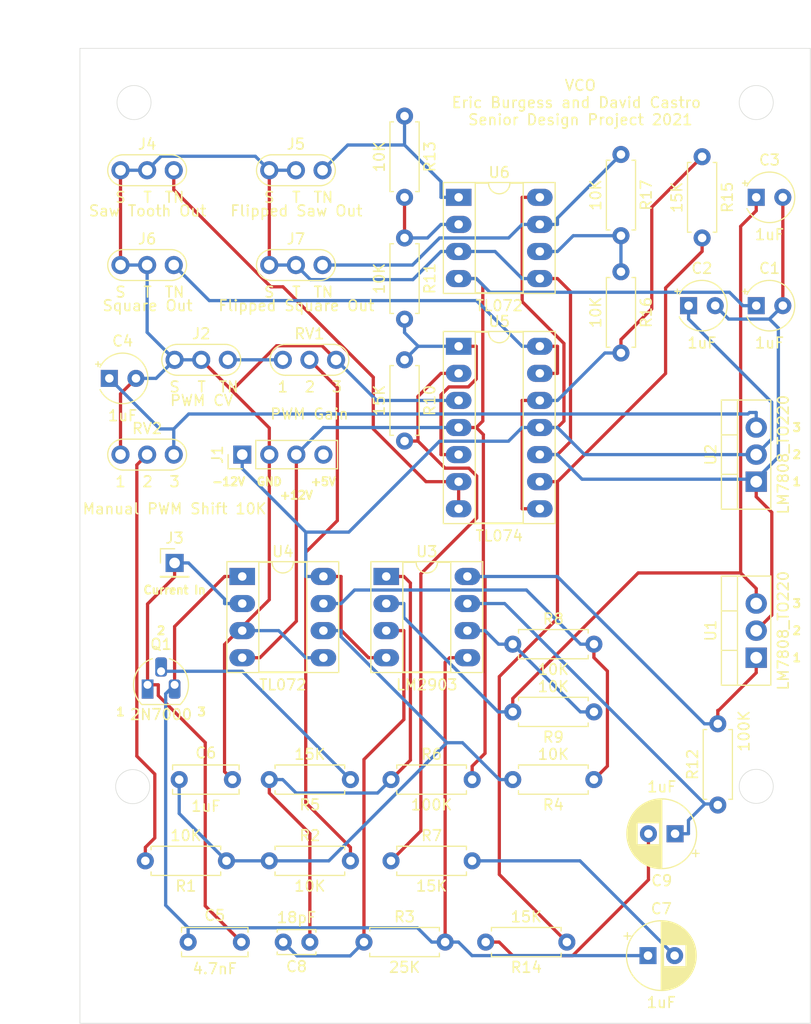
<source format=kicad_pcb>
(kicad_pcb (version 20171130) (host pcbnew "(5.1.12)-1")

  (general
    (thickness 1.6)
    (drawings 27)
    (tracks 320)
    (zones 0)
    (modules 42)
    (nets 31)
  )

  (page A4)
  (layers
    (0 F.Cu signal)
    (31 B.Cu signal)
    (32 B.Adhes user)
    (33 F.Adhes user)
    (34 B.Paste user)
    (35 F.Paste user)
    (36 B.SilkS user)
    (37 F.SilkS user)
    (38 B.Mask user)
    (39 F.Mask user)
    (40 Dwgs.User user)
    (41 Cmts.User user)
    (42 Eco1.User user)
    (43 Eco2.User user)
    (44 Edge.Cuts user)
    (45 Margin user)
    (46 B.CrtYd user)
    (47 F.CrtYd user)
    (48 B.Fab user)
    (49 F.Fab user)
  )

  (setup
    (last_trace_width 0.3048)
    (trace_clearance 0.3048)
    (zone_clearance 0.508)
    (zone_45_only no)
    (trace_min 0.2)
    (via_size 0.8)
    (via_drill 0.4)
    (via_min_size 0.4)
    (via_min_drill 0.3)
    (uvia_size 0.3)
    (uvia_drill 0.1)
    (uvias_allowed no)
    (uvia_min_size 0.2)
    (uvia_min_drill 0.1)
    (edge_width 0.05)
    (segment_width 0.2)
    (pcb_text_width 0.3)
    (pcb_text_size 1.5 1.5)
    (mod_edge_width 0.12)
    (mod_text_size 1 1)
    (mod_text_width 0.15)
    (pad_size 1.524 1.524)
    (pad_drill 0.762)
    (pad_to_mask_clearance 0)
    (aux_axis_origin 0 0)
    (visible_elements 7FFFF7FF)
    (pcbplotparams
      (layerselection 0x010fc_ffffffff)
      (usegerberextensions true)
      (usegerberattributes true)
      (usegerberadvancedattributes true)
      (creategerberjobfile true)
      (excludeedgelayer true)
      (linewidth 0.100000)
      (plotframeref false)
      (viasonmask false)
      (mode 1)
      (useauxorigin false)
      (hpglpennumber 1)
      (hpglpenspeed 20)
      (hpglpendiameter 15.000000)
      (psnegative false)
      (psa4output false)
      (plotreference true)
      (plotvalue true)
      (plotinvisibletext false)
      (padsonsilk false)
      (subtractmaskfromsilk true)
      (outputformat 1)
      (mirror false)
      (drillshape 0)
      (scaleselection 1)
      (outputdirectory "Gerber Board 1/"))
  )

  (net 0 "")
  (net 1 GND)
  (net 2 +12V)
  (net 3 -12V)
  (net 4 "Net-(C3-Pad1)")
  (net 5 "Net-(C5-Pad2)")
  (net 6 "Net-(C5-Pad1)")
  (net 7 "Net-(C6-Pad1)")
  (net 8 "Net-(C7-Pad2)")
  (net 9 "Net-(C8-Pad2)")
  (net 10 "Net-(C8-Pad1)")
  (net 11 "Net-(C9-Pad2)")
  (net 12 "Net-(C9-Pad1)")
  (net 13 +5V)
  (net 14 "Net-(J2-PadTN)")
  (net 15 "Net-(J4-PadTN)")
  (net 16 "Net-(J5-PadTN)")
  (net 17 "Net-(J6-PadTN)")
  (net 18 "Net-(J7-PadTN)")
  (net 19 "Net-(Q1-Pad2)")
  (net 20 "Net-(R1-Pad2)")
  (net 21 "Net-(R2-Pad2)")
  (net 22 "Net-(R4-Pad1)")
  (net 23 "Net-(R10-Pad2)")
  (net 24 "Net-(R8-Pad1)")
  (net 25 "Net-(R10-Pad1)")
  (net 26 "Net-(R11-Pad1)")
  (net 27 "Net-(R14-Pad1)")
  (net 28 "Net-(R15-Pad1)")
  (net 29 "Net-(R16-Pad1)")
  (net 30 "Net-(C4-Pad1)")

  (net_class Default "This is the default net class."
    (clearance 0.3048)
    (trace_width 0.3048)
    (via_dia 0.8)
    (via_drill 0.4)
    (uvia_dia 0.3)
    (uvia_drill 0.1)
  )

  (net_class Power ""
    (clearance 0.3048)
    (trace_width 0.3048)
    (via_dia 0.8)
    (via_drill 0.4)
    (uvia_dia 0.3)
    (uvia_drill 0.1)
    (add_net +12V)
    (add_net +5V)
    (add_net -12V)
    (add_net GND)
    (add_net "Net-(C3-Pad1)")
    (add_net "Net-(C4-Pad1)")
    (add_net "Net-(C5-Pad1)")
    (add_net "Net-(C5-Pad2)")
    (add_net "Net-(C6-Pad1)")
    (add_net "Net-(C7-Pad2)")
    (add_net "Net-(C8-Pad1)")
    (add_net "Net-(C8-Pad2)")
    (add_net "Net-(C9-Pad1)")
    (add_net "Net-(C9-Pad2)")
    (add_net "Net-(J2-PadTN)")
    (add_net "Net-(J4-PadTN)")
    (add_net "Net-(J5-PadTN)")
    (add_net "Net-(J6-PadTN)")
    (add_net "Net-(J7-PadTN)")
    (add_net "Net-(Q1-Pad2)")
    (add_net "Net-(R1-Pad2)")
    (add_net "Net-(R10-Pad1)")
    (add_net "Net-(R10-Pad2)")
    (add_net "Net-(R11-Pad1)")
    (add_net "Net-(R14-Pad1)")
    (add_net "Net-(R15-Pad1)")
    (add_net "Net-(R16-Pad1)")
    (add_net "Net-(R2-Pad2)")
    (add_net "Net-(R4-Pad1)")
    (add_net "Net-(R8-Pad1)")
  )

  (module Resistor_THT:R_Axial_DIN0207_L6.3mm_D2.5mm_P7.62mm_Horizontal placed (layer F.Cu) (tedit 5AE5139B) (tstamp 619DDB48)
    (at 29 95.25 180)
    (descr "Resistor, Axial_DIN0207 series, Axial, Horizontal, pin pitch=7.62mm, 0.25W = 1/4W, length*diameter=6.3*2.5mm^2, http://cdn-reichelt.de/documents/datenblatt/B400/1_4W%23YAG.pdf")
    (tags "Resistor Axial_DIN0207 series Axial Horizontal pin pitch 7.62mm 0.25W = 1/4W length 6.3mm diameter 2.5mm")
    (path /61A3A8CE)
    (fp_text reference R1 (at 3.81 -2.37) (layer F.SilkS)
      (effects (font (size 1 1) (thickness 0.15)))
    )
    (fp_text value 10K (at 3.81 2.37) (layer F.SilkS)
      (effects (font (size 1 1) (thickness 0.15)))
    )
    (fp_line (start 8.67 -1.5) (end -1.05 -1.5) (layer F.CrtYd) (width 0.05))
    (fp_line (start 8.67 1.5) (end 8.67 -1.5) (layer F.CrtYd) (width 0.05))
    (fp_line (start -1.05 1.5) (end 8.67 1.5) (layer F.CrtYd) (width 0.05))
    (fp_line (start -1.05 -1.5) (end -1.05 1.5) (layer F.CrtYd) (width 0.05))
    (fp_line (start 7.08 1.37) (end 7.08 1.04) (layer F.SilkS) (width 0.12))
    (fp_line (start 0.54 1.37) (end 7.08 1.37) (layer F.SilkS) (width 0.12))
    (fp_line (start 0.54 1.04) (end 0.54 1.37) (layer F.SilkS) (width 0.12))
    (fp_line (start 7.08 -1.37) (end 7.08 -1.04) (layer F.SilkS) (width 0.12))
    (fp_line (start 0.54 -1.37) (end 7.08 -1.37) (layer F.SilkS) (width 0.12))
    (fp_line (start 0.54 -1.04) (end 0.54 -1.37) (layer F.SilkS) (width 0.12))
    (fp_line (start 7.62 0) (end 6.96 0) (layer F.Fab) (width 0.1))
    (fp_line (start 0 0) (end 0.66 0) (layer F.Fab) (width 0.1))
    (fp_line (start 6.96 -1.25) (end 0.66 -1.25) (layer F.Fab) (width 0.1))
    (fp_line (start 6.96 1.25) (end 6.96 -1.25) (layer F.Fab) (width 0.1))
    (fp_line (start 0.66 1.25) (end 6.96 1.25) (layer F.Fab) (width 0.1))
    (fp_line (start 0.66 -1.25) (end 0.66 1.25) (layer F.Fab) (width 0.1))
    (fp_text user %R (at 3.81 0) (layer F.Fab)
      (effects (font (size 1 1) (thickness 0.15)))
    )
    (pad 2 thru_hole oval (at 7.62 0 180) (size 1.6 1.6) (drill 0.8) (layers *.Cu *.Mask)
      (net 20 "Net-(R1-Pad2)"))
    (pad 1 thru_hole circle (at 0 0 180) (size 1.6 1.6) (drill 0.8) (layers *.Cu *.Mask)
      (net 7 "Net-(C6-Pad1)"))
    (model ${KISYS3DMOD}/Resistor_THT.3dshapes/R_Axial_DIN0207_L6.3mm_D2.5mm_P7.62mm_Horizontal.wrl
      (at (xyz 0 0 0))
      (scale (xyz 1 1 1))
      (rotate (xyz 0 0 0))
    )
  )

  (module Connector_PinHeader_2.54mm:PinHeader_1x01_P2.54mm_Vertical (layer F.Cu) (tedit 59FED5CC) (tstamp 619DDA97)
    (at 24.13 67.31)
    (descr "Through hole straight pin header, 1x01, 2.54mm pitch, single row")
    (tags "Through hole pin header THT 1x01 2.54mm single row")
    (path /619D0BDC)
    (fp_text reference J3 (at 0 -2.33) (layer F.SilkS)
      (effects (font (size 1 1) (thickness 0.15)))
    )
    (fp_text value Conn_01x01 (at 0 2.33) (layer F.Fab)
      (effects (font (size 1 1) (thickness 0.15)))
    )
    (fp_line (start 1.8 -1.8) (end -1.8 -1.8) (layer F.CrtYd) (width 0.05))
    (fp_line (start 1.8 1.8) (end 1.8 -1.8) (layer F.CrtYd) (width 0.05))
    (fp_line (start -1.8 1.8) (end 1.8 1.8) (layer F.CrtYd) (width 0.05))
    (fp_line (start -1.8 -1.8) (end -1.8 1.8) (layer F.CrtYd) (width 0.05))
    (fp_line (start -1.33 -1.33) (end 0 -1.33) (layer F.SilkS) (width 0.12))
    (fp_line (start -1.33 0) (end -1.33 -1.33) (layer F.SilkS) (width 0.12))
    (fp_line (start -1.33 1.27) (end 1.33 1.27) (layer F.SilkS) (width 0.12))
    (fp_line (start 1.33 1.27) (end 1.33 1.33) (layer F.SilkS) (width 0.12))
    (fp_line (start -1.33 1.27) (end -1.33 1.33) (layer F.SilkS) (width 0.12))
    (fp_line (start -1.33 1.33) (end 1.33 1.33) (layer F.SilkS) (width 0.12))
    (fp_line (start -1.27 -0.635) (end -0.635 -1.27) (layer F.Fab) (width 0.1))
    (fp_line (start -1.27 1.27) (end -1.27 -0.635) (layer F.Fab) (width 0.1))
    (fp_line (start 1.27 1.27) (end -1.27 1.27) (layer F.Fab) (width 0.1))
    (fp_line (start 1.27 -1.27) (end 1.27 1.27) (layer F.Fab) (width 0.1))
    (fp_line (start -0.635 -1.27) (end 1.27 -1.27) (layer F.Fab) (width 0.1))
    (fp_text user %R (at 0 0 90) (layer F.Fab)
      (effects (font (size 1 1) (thickness 0.15)))
    )
    (pad 1 thru_hole rect (at 0 0) (size 1.7 1.7) (drill 1) (layers *.Cu *.Mask)
      (net 5 "Net-(C5-Pad2)"))
    (model ${KISYS3DMOD}/Connector_PinHeader_2.54mm.3dshapes/PinHeader_1x01_P2.54mm_Vertical.wrl
      (at (xyz 0 0 0))
      (scale (xyz 1 1 1))
      (rotate (xyz 0 0 0))
    )
  )

  (module Capacitor_THT:C_Disc_D6.0mm_W2.5mm_P5.00mm placed (layer F.Cu) (tedit 5AE50EF0) (tstamp 619DD90B)
    (at 24.5618 87.63)
    (descr "C, Disc series, Radial, pin pitch=5.00mm, , diameter*width=6*2.5mm^2, Capacitor, http://cdn-reichelt.de/documents/datenblatt/B300/DS_KERKO_TC.pdf")
    (tags "C Disc series Radial pin pitch 5.00mm  diameter 6mm width 2.5mm Capacitor")
    (path /61C8C524)
    (fp_text reference C6 (at 2.5 -2.5) (layer F.SilkS)
      (effects (font (size 1 1) (thickness 0.15)))
    )
    (fp_text value 1uF (at 2.5 2.5) (layer F.SilkS)
      (effects (font (size 1 1) (thickness 0.15)))
    )
    (fp_line (start 6.05 -1.5) (end -1.05 -1.5) (layer F.CrtYd) (width 0.05))
    (fp_line (start 6.05 1.5) (end 6.05 -1.5) (layer F.CrtYd) (width 0.05))
    (fp_line (start -1.05 1.5) (end 6.05 1.5) (layer F.CrtYd) (width 0.05))
    (fp_line (start -1.05 -1.5) (end -1.05 1.5) (layer F.CrtYd) (width 0.05))
    (fp_line (start 5.62 0.925) (end 5.62 1.37) (layer F.SilkS) (width 0.12))
    (fp_line (start 5.62 -1.37) (end 5.62 -0.925) (layer F.SilkS) (width 0.12))
    (fp_line (start -0.62 0.925) (end -0.62 1.37) (layer F.SilkS) (width 0.12))
    (fp_line (start -0.62 -1.37) (end -0.62 -0.925) (layer F.SilkS) (width 0.12))
    (fp_line (start -0.62 1.37) (end 5.62 1.37) (layer F.SilkS) (width 0.12))
    (fp_line (start -0.62 -1.37) (end 5.62 -1.37) (layer F.SilkS) (width 0.12))
    (fp_line (start 5.5 -1.25) (end -0.5 -1.25) (layer F.Fab) (width 0.1))
    (fp_line (start 5.5 1.25) (end 5.5 -1.25) (layer F.Fab) (width 0.1))
    (fp_line (start -0.5 1.25) (end 5.5 1.25) (layer F.Fab) (width 0.1))
    (fp_line (start -0.5 -1.25) (end -0.5 1.25) (layer F.Fab) (width 0.1))
    (fp_text user %R (at 2.5 0 180) (layer F.Fab)
      (effects (font (size 1 1) (thickness 0.15)))
    )
    (pad 2 thru_hole circle (at 5 0) (size 1.6 1.6) (drill 0.8) (layers *.Cu *.Mask)
      (net 1 GND))
    (pad 1 thru_hole circle (at 0 0) (size 1.6 1.6) (drill 0.8) (layers *.Cu *.Mask)
      (net 7 "Net-(C6-Pad1)"))
    (model ${KISYS3DMOD}/Capacitor_THT.3dshapes/C_Disc_D6.0mm_W2.5mm_P5.00mm.wrl
      (at (xyz 0 0 0))
      (scale (xyz 1 1 1))
      (rotate (xyz 0 0 0))
    )
  )

  (module Resistor_THT:R_Axial_DIN0207_L6.3mm_D2.5mm_P7.62mm_Horizontal placed (layer F.Cu) (tedit 5AE5139B) (tstamp 619DDB76)
    (at 41.91 102.87)
    (descr "Resistor, Axial_DIN0207 series, Axial, Horizontal, pin pitch=7.62mm, 0.25W = 1/4W, length*diameter=6.3*2.5mm^2, http://cdn-reichelt.de/documents/datenblatt/B400/1_4W%23YAG.pdf")
    (tags "Resistor Axial_DIN0207 series Axial Horizontal pin pitch 7.62mm 0.25W = 1/4W length 6.3mm diameter 2.5mm")
    (path /619D8445)
    (fp_text reference R3 (at 3.81 -2.37) (layer F.SilkS)
      (effects (font (size 1 1) (thickness 0.15)))
    )
    (fp_text value 25K (at 3.81 2.37) (layer F.SilkS)
      (effects (font (size 1 1) (thickness 0.15)))
    )
    (fp_line (start 8.67 -1.5) (end -1.05 -1.5) (layer F.CrtYd) (width 0.05))
    (fp_line (start 8.67 1.5) (end 8.67 -1.5) (layer F.CrtYd) (width 0.05))
    (fp_line (start -1.05 1.5) (end 8.67 1.5) (layer F.CrtYd) (width 0.05))
    (fp_line (start -1.05 -1.5) (end -1.05 1.5) (layer F.CrtYd) (width 0.05))
    (fp_line (start 7.08 1.37) (end 7.08 1.04) (layer F.SilkS) (width 0.12))
    (fp_line (start 0.54 1.37) (end 7.08 1.37) (layer F.SilkS) (width 0.12))
    (fp_line (start 0.54 1.04) (end 0.54 1.37) (layer F.SilkS) (width 0.12))
    (fp_line (start 7.08 -1.37) (end 7.08 -1.04) (layer F.SilkS) (width 0.12))
    (fp_line (start 0.54 -1.37) (end 7.08 -1.37) (layer F.SilkS) (width 0.12))
    (fp_line (start 0.54 -1.04) (end 0.54 -1.37) (layer F.SilkS) (width 0.12))
    (fp_line (start 7.62 0) (end 6.96 0) (layer F.Fab) (width 0.1))
    (fp_line (start 0 0) (end 0.66 0) (layer F.Fab) (width 0.1))
    (fp_line (start 6.96 -1.25) (end 0.66 -1.25) (layer F.Fab) (width 0.1))
    (fp_line (start 6.96 1.25) (end 6.96 -1.25) (layer F.Fab) (width 0.1))
    (fp_line (start 0.66 1.25) (end 6.96 1.25) (layer F.Fab) (width 0.1))
    (fp_line (start 0.66 -1.25) (end 0.66 1.25) (layer F.Fab) (width 0.1))
    (fp_text user %R (at 3.81 0) (layer F.Fab)
      (effects (font (size 1 1) (thickness 0.15)))
    )
    (pad 2 thru_hole oval (at 7.62 0) (size 1.6 1.6) (drill 0.8) (layers *.Cu *.Mask)
      (net 6 "Net-(C5-Pad1)"))
    (pad 1 thru_hole circle (at 0 0) (size 1.6 1.6) (drill 0.8) (layers *.Cu *.Mask)
      (net 9 "Net-(C8-Pad2)"))
    (model ${KISYS3DMOD}/Resistor_THT.3dshapes/R_Axial_DIN0207_L6.3mm_D2.5mm_P7.62mm_Horizontal.wrl
      (at (xyz 0 0 0))
      (scale (xyz 1 1 1))
      (rotate (xyz 0 0 0))
    )
  )

  (module Capacitor_THT:CP_Radial_D6.3mm_P2.50mm placed (layer F.Cu) (tedit 5AE50EF0) (tstamp 619DD99F)
    (at 68.58 104.14)
    (descr "CP, Radial series, Radial, pin pitch=2.50mm, , diameter=6.3mm, Electrolytic Capacitor")
    (tags "CP Radial series Radial pin pitch 2.50mm  diameter 6.3mm Electrolytic Capacitor")
    (path /619E87D4)
    (fp_text reference C7 (at 1.25 -4.4) (layer F.SilkS)
      (effects (font (size 1 1) (thickness 0.15)))
    )
    (fp_text value 1uF (at 1.25 4.4) (layer F.SilkS)
      (effects (font (size 1 1) (thickness 0.15)))
    )
    (fp_line (start -1.935241 -2.154) (end -1.935241 -1.524) (layer F.SilkS) (width 0.12))
    (fp_line (start -2.250241 -1.839) (end -1.620241 -1.839) (layer F.SilkS) (width 0.12))
    (fp_line (start 4.491 -0.402) (end 4.491 0.402) (layer F.SilkS) (width 0.12))
    (fp_line (start 4.451 -0.633) (end 4.451 0.633) (layer F.SilkS) (width 0.12))
    (fp_line (start 4.411 -0.802) (end 4.411 0.802) (layer F.SilkS) (width 0.12))
    (fp_line (start 4.371 -0.94) (end 4.371 0.94) (layer F.SilkS) (width 0.12))
    (fp_line (start 4.331 -1.059) (end 4.331 1.059) (layer F.SilkS) (width 0.12))
    (fp_line (start 4.291 -1.165) (end 4.291 1.165) (layer F.SilkS) (width 0.12))
    (fp_line (start 4.251 -1.262) (end 4.251 1.262) (layer F.SilkS) (width 0.12))
    (fp_line (start 4.211 -1.35) (end 4.211 1.35) (layer F.SilkS) (width 0.12))
    (fp_line (start 4.171 -1.432) (end 4.171 1.432) (layer F.SilkS) (width 0.12))
    (fp_line (start 4.131 -1.509) (end 4.131 1.509) (layer F.SilkS) (width 0.12))
    (fp_line (start 4.091 -1.581) (end 4.091 1.581) (layer F.SilkS) (width 0.12))
    (fp_line (start 4.051 -1.65) (end 4.051 1.65) (layer F.SilkS) (width 0.12))
    (fp_line (start 4.011 -1.714) (end 4.011 1.714) (layer F.SilkS) (width 0.12))
    (fp_line (start 3.971 -1.776) (end 3.971 1.776) (layer F.SilkS) (width 0.12))
    (fp_line (start 3.931 -1.834) (end 3.931 1.834) (layer F.SilkS) (width 0.12))
    (fp_line (start 3.891 -1.89) (end 3.891 1.89) (layer F.SilkS) (width 0.12))
    (fp_line (start 3.851 -1.944) (end 3.851 1.944) (layer F.SilkS) (width 0.12))
    (fp_line (start 3.811 -1.995) (end 3.811 1.995) (layer F.SilkS) (width 0.12))
    (fp_line (start 3.771 -2.044) (end 3.771 2.044) (layer F.SilkS) (width 0.12))
    (fp_line (start 3.731 -2.092) (end 3.731 2.092) (layer F.SilkS) (width 0.12))
    (fp_line (start 3.691 -2.137) (end 3.691 2.137) (layer F.SilkS) (width 0.12))
    (fp_line (start 3.651 -2.182) (end 3.651 2.182) (layer F.SilkS) (width 0.12))
    (fp_line (start 3.611 -2.224) (end 3.611 2.224) (layer F.SilkS) (width 0.12))
    (fp_line (start 3.571 -2.265) (end 3.571 2.265) (layer F.SilkS) (width 0.12))
    (fp_line (start 3.531 1.04) (end 3.531 2.305) (layer F.SilkS) (width 0.12))
    (fp_line (start 3.531 -2.305) (end 3.531 -1.04) (layer F.SilkS) (width 0.12))
    (fp_line (start 3.491 1.04) (end 3.491 2.343) (layer F.SilkS) (width 0.12))
    (fp_line (start 3.491 -2.343) (end 3.491 -1.04) (layer F.SilkS) (width 0.12))
    (fp_line (start 3.451 1.04) (end 3.451 2.38) (layer F.SilkS) (width 0.12))
    (fp_line (start 3.451 -2.38) (end 3.451 -1.04) (layer F.SilkS) (width 0.12))
    (fp_line (start 3.411 1.04) (end 3.411 2.416) (layer F.SilkS) (width 0.12))
    (fp_line (start 3.411 -2.416) (end 3.411 -1.04) (layer F.SilkS) (width 0.12))
    (fp_line (start 3.371 1.04) (end 3.371 2.45) (layer F.SilkS) (width 0.12))
    (fp_line (start 3.371 -2.45) (end 3.371 -1.04) (layer F.SilkS) (width 0.12))
    (fp_line (start 3.331 1.04) (end 3.331 2.484) (layer F.SilkS) (width 0.12))
    (fp_line (start 3.331 -2.484) (end 3.331 -1.04) (layer F.SilkS) (width 0.12))
    (fp_line (start 3.291 1.04) (end 3.291 2.516) (layer F.SilkS) (width 0.12))
    (fp_line (start 3.291 -2.516) (end 3.291 -1.04) (layer F.SilkS) (width 0.12))
    (fp_line (start 3.251 1.04) (end 3.251 2.548) (layer F.SilkS) (width 0.12))
    (fp_line (start 3.251 -2.548) (end 3.251 -1.04) (layer F.SilkS) (width 0.12))
    (fp_line (start 3.211 1.04) (end 3.211 2.578) (layer F.SilkS) (width 0.12))
    (fp_line (start 3.211 -2.578) (end 3.211 -1.04) (layer F.SilkS) (width 0.12))
    (fp_line (start 3.171 1.04) (end 3.171 2.607) (layer F.SilkS) (width 0.12))
    (fp_line (start 3.171 -2.607) (end 3.171 -1.04) (layer F.SilkS) (width 0.12))
    (fp_line (start 3.131 1.04) (end 3.131 2.636) (layer F.SilkS) (width 0.12))
    (fp_line (start 3.131 -2.636) (end 3.131 -1.04) (layer F.SilkS) (width 0.12))
    (fp_line (start 3.091 1.04) (end 3.091 2.664) (layer F.SilkS) (width 0.12))
    (fp_line (start 3.091 -2.664) (end 3.091 -1.04) (layer F.SilkS) (width 0.12))
    (fp_line (start 3.051 1.04) (end 3.051 2.69) (layer F.SilkS) (width 0.12))
    (fp_line (start 3.051 -2.69) (end 3.051 -1.04) (layer F.SilkS) (width 0.12))
    (fp_line (start 3.011 1.04) (end 3.011 2.716) (layer F.SilkS) (width 0.12))
    (fp_line (start 3.011 -2.716) (end 3.011 -1.04) (layer F.SilkS) (width 0.12))
    (fp_line (start 2.971 1.04) (end 2.971 2.742) (layer F.SilkS) (width 0.12))
    (fp_line (start 2.971 -2.742) (end 2.971 -1.04) (layer F.SilkS) (width 0.12))
    (fp_line (start 2.931 1.04) (end 2.931 2.766) (layer F.SilkS) (width 0.12))
    (fp_line (start 2.931 -2.766) (end 2.931 -1.04) (layer F.SilkS) (width 0.12))
    (fp_line (start 2.891 1.04) (end 2.891 2.79) (layer F.SilkS) (width 0.12))
    (fp_line (start 2.891 -2.79) (end 2.891 -1.04) (layer F.SilkS) (width 0.12))
    (fp_line (start 2.851 1.04) (end 2.851 2.812) (layer F.SilkS) (width 0.12))
    (fp_line (start 2.851 -2.812) (end 2.851 -1.04) (layer F.SilkS) (width 0.12))
    (fp_line (start 2.811 1.04) (end 2.811 2.834) (layer F.SilkS) (width 0.12))
    (fp_line (start 2.811 -2.834) (end 2.811 -1.04) (layer F.SilkS) (width 0.12))
    (fp_line (start 2.771 1.04) (end 2.771 2.856) (layer F.SilkS) (width 0.12))
    (fp_line (start 2.771 -2.856) (end 2.771 -1.04) (layer F.SilkS) (width 0.12))
    (fp_line (start 2.731 1.04) (end 2.731 2.876) (layer F.SilkS) (width 0.12))
    (fp_line (start 2.731 -2.876) (end 2.731 -1.04) (layer F.SilkS) (width 0.12))
    (fp_line (start 2.691 1.04) (end 2.691 2.896) (layer F.SilkS) (width 0.12))
    (fp_line (start 2.691 -2.896) (end 2.691 -1.04) (layer F.SilkS) (width 0.12))
    (fp_line (start 2.651 1.04) (end 2.651 2.916) (layer F.SilkS) (width 0.12))
    (fp_line (start 2.651 -2.916) (end 2.651 -1.04) (layer F.SilkS) (width 0.12))
    (fp_line (start 2.611 1.04) (end 2.611 2.934) (layer F.SilkS) (width 0.12))
    (fp_line (start 2.611 -2.934) (end 2.611 -1.04) (layer F.SilkS) (width 0.12))
    (fp_line (start 2.571 1.04) (end 2.571 2.952) (layer F.SilkS) (width 0.12))
    (fp_line (start 2.571 -2.952) (end 2.571 -1.04) (layer F.SilkS) (width 0.12))
    (fp_line (start 2.531 1.04) (end 2.531 2.97) (layer F.SilkS) (width 0.12))
    (fp_line (start 2.531 -2.97) (end 2.531 -1.04) (layer F.SilkS) (width 0.12))
    (fp_line (start 2.491 1.04) (end 2.491 2.986) (layer F.SilkS) (width 0.12))
    (fp_line (start 2.491 -2.986) (end 2.491 -1.04) (layer F.SilkS) (width 0.12))
    (fp_line (start 2.451 1.04) (end 2.451 3.002) (layer F.SilkS) (width 0.12))
    (fp_line (start 2.451 -3.002) (end 2.451 -1.04) (layer F.SilkS) (width 0.12))
    (fp_line (start 2.411 1.04) (end 2.411 3.018) (layer F.SilkS) (width 0.12))
    (fp_line (start 2.411 -3.018) (end 2.411 -1.04) (layer F.SilkS) (width 0.12))
    (fp_line (start 2.371 1.04) (end 2.371 3.033) (layer F.SilkS) (width 0.12))
    (fp_line (start 2.371 -3.033) (end 2.371 -1.04) (layer F.SilkS) (width 0.12))
    (fp_line (start 2.331 1.04) (end 2.331 3.047) (layer F.SilkS) (width 0.12))
    (fp_line (start 2.331 -3.047) (end 2.331 -1.04) (layer F.SilkS) (width 0.12))
    (fp_line (start 2.291 1.04) (end 2.291 3.061) (layer F.SilkS) (width 0.12))
    (fp_line (start 2.291 -3.061) (end 2.291 -1.04) (layer F.SilkS) (width 0.12))
    (fp_line (start 2.251 1.04) (end 2.251 3.074) (layer F.SilkS) (width 0.12))
    (fp_line (start 2.251 -3.074) (end 2.251 -1.04) (layer F.SilkS) (width 0.12))
    (fp_line (start 2.211 1.04) (end 2.211 3.086) (layer F.SilkS) (width 0.12))
    (fp_line (start 2.211 -3.086) (end 2.211 -1.04) (layer F.SilkS) (width 0.12))
    (fp_line (start 2.171 1.04) (end 2.171 3.098) (layer F.SilkS) (width 0.12))
    (fp_line (start 2.171 -3.098) (end 2.171 -1.04) (layer F.SilkS) (width 0.12))
    (fp_line (start 2.131 1.04) (end 2.131 3.11) (layer F.SilkS) (width 0.12))
    (fp_line (start 2.131 -3.11) (end 2.131 -1.04) (layer F.SilkS) (width 0.12))
    (fp_line (start 2.091 1.04) (end 2.091 3.121) (layer F.SilkS) (width 0.12))
    (fp_line (start 2.091 -3.121) (end 2.091 -1.04) (layer F.SilkS) (width 0.12))
    (fp_line (start 2.051 1.04) (end 2.051 3.131) (layer F.SilkS) (width 0.12))
    (fp_line (start 2.051 -3.131) (end 2.051 -1.04) (layer F.SilkS) (width 0.12))
    (fp_line (start 2.011 1.04) (end 2.011 3.141) (layer F.SilkS) (width 0.12))
    (fp_line (start 2.011 -3.141) (end 2.011 -1.04) (layer F.SilkS) (width 0.12))
    (fp_line (start 1.971 1.04) (end 1.971 3.15) (layer F.SilkS) (width 0.12))
    (fp_line (start 1.971 -3.15) (end 1.971 -1.04) (layer F.SilkS) (width 0.12))
    (fp_line (start 1.93 1.04) (end 1.93 3.159) (layer F.SilkS) (width 0.12))
    (fp_line (start 1.93 -3.159) (end 1.93 -1.04) (layer F.SilkS) (width 0.12))
    (fp_line (start 1.89 1.04) (end 1.89 3.167) (layer F.SilkS) (width 0.12))
    (fp_line (start 1.89 -3.167) (end 1.89 -1.04) (layer F.SilkS) (width 0.12))
    (fp_line (start 1.85 1.04) (end 1.85 3.175) (layer F.SilkS) (width 0.12))
    (fp_line (start 1.85 -3.175) (end 1.85 -1.04) (layer F.SilkS) (width 0.12))
    (fp_line (start 1.81 1.04) (end 1.81 3.182) (layer F.SilkS) (width 0.12))
    (fp_line (start 1.81 -3.182) (end 1.81 -1.04) (layer F.SilkS) (width 0.12))
    (fp_line (start 1.77 1.04) (end 1.77 3.189) (layer F.SilkS) (width 0.12))
    (fp_line (start 1.77 -3.189) (end 1.77 -1.04) (layer F.SilkS) (width 0.12))
    (fp_line (start 1.73 1.04) (end 1.73 3.195) (layer F.SilkS) (width 0.12))
    (fp_line (start 1.73 -3.195) (end 1.73 -1.04) (layer F.SilkS) (width 0.12))
    (fp_line (start 1.69 1.04) (end 1.69 3.201) (layer F.SilkS) (width 0.12))
    (fp_line (start 1.69 -3.201) (end 1.69 -1.04) (layer F.SilkS) (width 0.12))
    (fp_line (start 1.65 1.04) (end 1.65 3.206) (layer F.SilkS) (width 0.12))
    (fp_line (start 1.65 -3.206) (end 1.65 -1.04) (layer F.SilkS) (width 0.12))
    (fp_line (start 1.61 1.04) (end 1.61 3.211) (layer F.SilkS) (width 0.12))
    (fp_line (start 1.61 -3.211) (end 1.61 -1.04) (layer F.SilkS) (width 0.12))
    (fp_line (start 1.57 1.04) (end 1.57 3.215) (layer F.SilkS) (width 0.12))
    (fp_line (start 1.57 -3.215) (end 1.57 -1.04) (layer F.SilkS) (width 0.12))
    (fp_line (start 1.53 1.04) (end 1.53 3.218) (layer F.SilkS) (width 0.12))
    (fp_line (start 1.53 -3.218) (end 1.53 -1.04) (layer F.SilkS) (width 0.12))
    (fp_line (start 1.49 1.04) (end 1.49 3.222) (layer F.SilkS) (width 0.12))
    (fp_line (start 1.49 -3.222) (end 1.49 -1.04) (layer F.SilkS) (width 0.12))
    (fp_line (start 1.45 -3.224) (end 1.45 3.224) (layer F.SilkS) (width 0.12))
    (fp_line (start 1.41 -3.227) (end 1.41 3.227) (layer F.SilkS) (width 0.12))
    (fp_line (start 1.37 -3.228) (end 1.37 3.228) (layer F.SilkS) (width 0.12))
    (fp_line (start 1.33 -3.23) (end 1.33 3.23) (layer F.SilkS) (width 0.12))
    (fp_line (start 1.29 -3.23) (end 1.29 3.23) (layer F.SilkS) (width 0.12))
    (fp_line (start 1.25 -3.23) (end 1.25 3.23) (layer F.SilkS) (width 0.12))
    (fp_line (start -1.128972 -1.6885) (end -1.128972 -1.0585) (layer F.Fab) (width 0.1))
    (fp_line (start -1.443972 -1.3735) (end -0.813972 -1.3735) (layer F.Fab) (width 0.1))
    (fp_circle (center 1.25 0) (end 4.65 0) (layer F.CrtYd) (width 0.05))
    (fp_circle (center 1.25 0) (end 4.52 0) (layer F.SilkS) (width 0.12))
    (fp_circle (center 1.25 0) (end 4.4 0) (layer F.Fab) (width 0.1))
    (fp_text user %R (at 1.25 0) (layer F.Fab)
      (effects (font (size 1 1) (thickness 0.15)))
    )
    (pad 2 thru_hole circle (at 2.5 0) (size 1.6 1.6) (drill 0.8) (layers *.Cu *.Mask)
      (net 8 "Net-(C7-Pad2)"))
    (pad 1 thru_hole rect (at 0 0) (size 1.6 1.6) (drill 0.8) (layers *.Cu *.Mask)
      (net 6 "Net-(C5-Pad1)"))
    (model ${KISYS3DMOD}/Capacitor_THT.3dshapes/CP_Radial_D6.3mm_P2.50mm.wrl
      (at (xyz 0 0 0))
      (scale (xyz 1 1 1))
      (rotate (xyz 0 0 0))
    )
  )

  (module Resistor_THT:R_Axial_DIN0207_L6.3mm_D2.5mm_P7.62mm_Horizontal placed (layer F.Cu) (tedit 5AE5139B) (tstamp 619DDC00)
    (at 63.5 81.28 180)
    (descr "Resistor, Axial_DIN0207 series, Axial, Horizontal, pin pitch=7.62mm, 0.25W = 1/4W, length*diameter=6.3*2.5mm^2, http://cdn-reichelt.de/documents/datenblatt/B400/1_4W%23YAG.pdf")
    (tags "Resistor Axial_DIN0207 series Axial Horizontal pin pitch 7.62mm 0.25W = 1/4W length 6.3mm diameter 2.5mm")
    (path /61AD0F8D)
    (fp_text reference R9 (at 3.81 -2.37) (layer F.SilkS)
      (effects (font (size 1 1) (thickness 0.15)))
    )
    (fp_text value 10K (at 3.81 2.37) (layer F.SilkS)
      (effects (font (size 1 1) (thickness 0.15)))
    )
    (fp_line (start 8.67 -1.5) (end -1.05 -1.5) (layer F.CrtYd) (width 0.05))
    (fp_line (start 8.67 1.5) (end 8.67 -1.5) (layer F.CrtYd) (width 0.05))
    (fp_line (start -1.05 1.5) (end 8.67 1.5) (layer F.CrtYd) (width 0.05))
    (fp_line (start -1.05 -1.5) (end -1.05 1.5) (layer F.CrtYd) (width 0.05))
    (fp_line (start 7.08 1.37) (end 7.08 1.04) (layer F.SilkS) (width 0.12))
    (fp_line (start 0.54 1.37) (end 7.08 1.37) (layer F.SilkS) (width 0.12))
    (fp_line (start 0.54 1.04) (end 0.54 1.37) (layer F.SilkS) (width 0.12))
    (fp_line (start 7.08 -1.37) (end 7.08 -1.04) (layer F.SilkS) (width 0.12))
    (fp_line (start 0.54 -1.37) (end 7.08 -1.37) (layer F.SilkS) (width 0.12))
    (fp_line (start 0.54 -1.04) (end 0.54 -1.37) (layer F.SilkS) (width 0.12))
    (fp_line (start 7.62 0) (end 6.96 0) (layer F.Fab) (width 0.1))
    (fp_line (start 0 0) (end 0.66 0) (layer F.Fab) (width 0.1))
    (fp_line (start 6.96 -1.25) (end 0.66 -1.25) (layer F.Fab) (width 0.1))
    (fp_line (start 6.96 1.25) (end 6.96 -1.25) (layer F.Fab) (width 0.1))
    (fp_line (start 0.66 1.25) (end 6.96 1.25) (layer F.Fab) (width 0.1))
    (fp_line (start 0.66 -1.25) (end 0.66 1.25) (layer F.Fab) (width 0.1))
    (fp_text user %R (at 3.81 0) (layer F.Fab)
      (effects (font (size 1 1) (thickness 0.15)))
    )
    (pad 2 thru_hole oval (at 7.62 0 180) (size 1.6 1.6) (drill 0.8) (layers *.Cu *.Mask)
      (net 4 "Net-(C3-Pad1)"))
    (pad 1 thru_hole circle (at 0 0 180) (size 1.6 1.6) (drill 0.8) (layers *.Cu *.Mask)
      (net 24 "Net-(R8-Pad1)"))
    (model ${KISYS3DMOD}/Resistor_THT.3dshapes/R_Axial_DIN0207_L6.3mm_D2.5mm_P7.62mm_Horizontal.wrl
      (at (xyz 0 0 0))
      (scale (xyz 1 1 1))
      (rotate (xyz 0 0 0))
    )
  )

  (module Capacitor_THT:CP_Radial_Tantal_D4.5mm_P2.50mm placed (layer F.Cu) (tedit 5AE50EF0) (tstamp 619DD8E1)
    (at 18 50)
    (descr "CP, Radial_Tantal series, Radial, pin pitch=2.50mm, , diameter=4.5mm, Tantal Electrolytic Capacitor, http://cdn-reichelt.de/documents/datenblatt/B300/TANTAL-TB-Serie%23.pdf")
    (tags "CP Radial_Tantal series Radial pin pitch 2.50mm  diameter 4.5mm Tantal Electrolytic Capacitor")
    (path /61A19FC8)
    (fp_text reference C4 (at 1.25 -3.5) (layer F.SilkS)
      (effects (font (size 1 1) (thickness 0.15)))
    )
    (fp_text value 1uF (at 1.25 3.5) (layer F.SilkS)
      (effects (font (size 1 1) (thickness 0.15)))
    )
    (fp_line (start -1.062288 -1.56) (end -1.062288 -1.11) (layer F.SilkS) (width 0.12))
    (fp_line (start -1.287288 -1.335) (end -0.837288 -1.335) (layer F.SilkS) (width 0.12))
    (fp_line (start -0.44308 -1.2025) (end -0.44308 -0.7525) (layer F.Fab) (width 0.1))
    (fp_line (start -0.66808 -0.9775) (end -0.21808 -0.9775) (layer F.Fab) (width 0.1))
    (fp_circle (center 1.25 0) (end 3.78 0) (layer F.CrtYd) (width 0.05))
    (fp_circle (center 1.25 0) (end 3.5 0) (layer F.Fab) (width 0.1))
    (fp_text user %R (at 1.25 0) (layer F.Fab)
      (effects (font (size 0.9 0.9) (thickness 0.135)))
    )
    (fp_arc (start 1.25 0) (end -0.869741 -1.06) (angle 306.864288) (layer F.SilkS) (width 0.12))
    (pad 2 thru_hole circle (at 2.5 0) (size 1.6 1.6) (drill 0.8) (layers *.Cu *.Mask)
      (net 1 GND))
    (pad 1 thru_hole rect (at 0 0) (size 1.6 1.6) (drill 0.8) (layers *.Cu *.Mask)
      (net 30 "Net-(C4-Pad1)"))
    (model ${KISYS3DMOD}/Capacitor_THT.3dshapes/CP_Radial_Tantal_D4.5mm_P2.50mm.wrl
      (at (xyz 0 0 0))
      (scale (xyz 1 1 1))
      (rotate (xyz 0 0 0))
    )
  )

  (module Resistor_THT:R_Axial_DIN0207_L6.3mm_D2.5mm_P7.62mm_Horizontal placed (layer F.Cu) (tedit 5AE5139B) (tstamp 619DDC45)
    (at 75.1332 90.0176 90)
    (descr "Resistor, Axial_DIN0207 series, Axial, Horizontal, pin pitch=7.62mm, 0.25W = 1/4W, length*diameter=6.3*2.5mm^2, http://cdn-reichelt.de/documents/datenblatt/B400/1_4W%23YAG.pdf")
    (tags "Resistor Axial_DIN0207 series Axial Horizontal pin pitch 7.62mm 0.25W = 1/4W length 6.3mm diameter 2.5mm")
    (path /61AF4206)
    (fp_text reference R12 (at 3.81 -2.37 90) (layer F.SilkS)
      (effects (font (size 1 1) (thickness 0.15)))
    )
    (fp_text value 100K (at 6.9342 2.4638 90) (layer F.SilkS)
      (effects (font (size 1 1) (thickness 0.15)))
    )
    (fp_line (start 8.67 -1.5) (end -1.05 -1.5) (layer F.CrtYd) (width 0.05))
    (fp_line (start 8.67 1.5) (end 8.67 -1.5) (layer F.CrtYd) (width 0.05))
    (fp_line (start -1.05 1.5) (end 8.67 1.5) (layer F.CrtYd) (width 0.05))
    (fp_line (start -1.05 -1.5) (end -1.05 1.5) (layer F.CrtYd) (width 0.05))
    (fp_line (start 7.08 1.37) (end 7.08 1.04) (layer F.SilkS) (width 0.12))
    (fp_line (start 0.54 1.37) (end 7.08 1.37) (layer F.SilkS) (width 0.12))
    (fp_line (start 0.54 1.04) (end 0.54 1.37) (layer F.SilkS) (width 0.12))
    (fp_line (start 7.08 -1.37) (end 7.08 -1.04) (layer F.SilkS) (width 0.12))
    (fp_line (start 0.54 -1.37) (end 7.08 -1.37) (layer F.SilkS) (width 0.12))
    (fp_line (start 0.54 -1.04) (end 0.54 -1.37) (layer F.SilkS) (width 0.12))
    (fp_line (start 7.62 0) (end 6.96 0) (layer F.Fab) (width 0.1))
    (fp_line (start 0 0) (end 0.66 0) (layer F.Fab) (width 0.1))
    (fp_line (start 6.96 -1.25) (end 0.66 -1.25) (layer F.Fab) (width 0.1))
    (fp_line (start 6.96 1.25) (end 6.96 -1.25) (layer F.Fab) (width 0.1))
    (fp_line (start 0.66 1.25) (end 6.96 1.25) (layer F.Fab) (width 0.1))
    (fp_line (start 0.66 -1.25) (end 0.66 1.25) (layer F.Fab) (width 0.1))
    (fp_text user %R (at 3.81 0 90) (layer F.Fab)
      (effects (font (size 1 1) (thickness 0.15)))
    )
    (pad 2 thru_hole oval (at 7.62 0 90) (size 1.6 1.6) (drill 0.8) (layers *.Cu *.Mask)
      (net 2 +12V))
    (pad 1 thru_hole circle (at 0 0 90) (size 1.6 1.6) (drill 0.8) (layers *.Cu *.Mask)
      (net 12 "Net-(C9-Pad1)"))
    (model ${KISYS3DMOD}/Resistor_THT.3dshapes/R_Axial_DIN0207_L6.3mm_D2.5mm_P7.62mm_Horizontal.wrl
      (at (xyz 0 0 0))
      (scale (xyz 1 1 1))
      (rotate (xyz 0 0 0))
    )
  )

  (module Capacitor_THT:C_Disc_D3.4mm_W2.1mm_P2.50mm placed (layer F.Cu) (tedit 5AE50EF0) (tstamp 619DD9B4)
    (at 36.83 102.87 180)
    (descr "C, Disc series, Radial, pin pitch=2.50mm, , diameter*width=3.4*2.1mm^2, Capacitor, http://www.vishay.com/docs/45233/krseries.pdf")
    (tags "C Disc series Radial pin pitch 2.50mm  diameter 3.4mm width 2.1mm Capacitor")
    (path /619EFFEE)
    (fp_text reference C8 (at 1.25 -2.3) (layer F.SilkS)
      (effects (font (size 1 1) (thickness 0.15)))
    )
    (fp_text value 18pF (at 1.25 2.3) (layer F.SilkS)
      (effects (font (size 1 1) (thickness 0.15)))
    )
    (fp_line (start 3.55 -1.3) (end -1.05 -1.3) (layer F.CrtYd) (width 0.05))
    (fp_line (start 3.55 1.3) (end 3.55 -1.3) (layer F.CrtYd) (width 0.05))
    (fp_line (start -1.05 1.3) (end 3.55 1.3) (layer F.CrtYd) (width 0.05))
    (fp_line (start -1.05 -1.3) (end -1.05 1.3) (layer F.CrtYd) (width 0.05))
    (fp_line (start 3.07 0.925) (end 3.07 1.17) (layer F.SilkS) (width 0.12))
    (fp_line (start 3.07 -1.17) (end 3.07 -0.925) (layer F.SilkS) (width 0.12))
    (fp_line (start -0.57 0.925) (end -0.57 1.17) (layer F.SilkS) (width 0.12))
    (fp_line (start -0.57 -1.17) (end -0.57 -0.925) (layer F.SilkS) (width 0.12))
    (fp_line (start -0.57 1.17) (end 3.07 1.17) (layer F.SilkS) (width 0.12))
    (fp_line (start -0.57 -1.17) (end 3.07 -1.17) (layer F.SilkS) (width 0.12))
    (fp_line (start 2.95 -1.05) (end -0.45 -1.05) (layer F.Fab) (width 0.1))
    (fp_line (start 2.95 1.05) (end 2.95 -1.05) (layer F.Fab) (width 0.1))
    (fp_line (start -0.45 1.05) (end 2.95 1.05) (layer F.Fab) (width 0.1))
    (fp_line (start -0.45 -1.05) (end -0.45 1.05) (layer F.Fab) (width 0.1))
    (fp_text user %R (at 1.25 0) (layer F.Fab)
      (effects (font (size 0.68 0.68) (thickness 0.102)))
    )
    (pad 2 thru_hole circle (at 2.5 0 180) (size 1.6 1.6) (drill 0.8) (layers *.Cu *.Mask)
      (net 9 "Net-(C8-Pad2)"))
    (pad 1 thru_hole circle (at 0 0 180) (size 1.6 1.6) (drill 0.8) (layers *.Cu *.Mask)
      (net 10 "Net-(C8-Pad1)"))
    (model ${KISYS3DMOD}/Capacitor_THT.3dshapes/C_Disc_D3.4mm_W2.1mm_P2.50mm.wrl
      (at (xyz 0 0 0))
      (scale (xyz 1 1 1))
      (rotate (xyz 0 0 0))
    )
  )

  (module Capacitor_THT:C_Disc_D6.0mm_W2.5mm_P5.00mm placed (layer F.Cu) (tedit 5AE50EF0) (tstamp 619DD8F6)
    (at 25.4 102.87)
    (descr "C, Disc series, Radial, pin pitch=5.00mm, , diameter*width=6*2.5mm^2, Capacitor, http://cdn-reichelt.de/documents/datenblatt/B300/DS_KERKO_TC.pdf")
    (tags "C Disc series Radial pin pitch 5.00mm  diameter 6mm width 2.5mm Capacitor")
    (path /619D46C9)
    (fp_text reference C5 (at 2.5 -2.5) (layer F.SilkS)
      (effects (font (size 1 1) (thickness 0.15)))
    )
    (fp_text value 4.7nF (at 2.5 2.5) (layer F.SilkS)
      (effects (font (size 1 1) (thickness 0.15)))
    )
    (fp_line (start 6.05 -1.5) (end -1.05 -1.5) (layer F.CrtYd) (width 0.05))
    (fp_line (start 6.05 1.5) (end 6.05 -1.5) (layer F.CrtYd) (width 0.05))
    (fp_line (start -1.05 1.5) (end 6.05 1.5) (layer F.CrtYd) (width 0.05))
    (fp_line (start -1.05 -1.5) (end -1.05 1.5) (layer F.CrtYd) (width 0.05))
    (fp_line (start 5.62 0.925) (end 5.62 1.37) (layer F.SilkS) (width 0.12))
    (fp_line (start 5.62 -1.37) (end 5.62 -0.925) (layer F.SilkS) (width 0.12))
    (fp_line (start -0.62 0.925) (end -0.62 1.37) (layer F.SilkS) (width 0.12))
    (fp_line (start -0.62 -1.37) (end -0.62 -0.925) (layer F.SilkS) (width 0.12))
    (fp_line (start -0.62 1.37) (end 5.62 1.37) (layer F.SilkS) (width 0.12))
    (fp_line (start -0.62 -1.37) (end 5.62 -1.37) (layer F.SilkS) (width 0.12))
    (fp_line (start 5.5 -1.25) (end -0.5 -1.25) (layer F.Fab) (width 0.1))
    (fp_line (start 5.5 1.25) (end 5.5 -1.25) (layer F.Fab) (width 0.1))
    (fp_line (start -0.5 1.25) (end 5.5 1.25) (layer F.Fab) (width 0.1))
    (fp_line (start -0.5 -1.25) (end -0.5 1.25) (layer F.Fab) (width 0.1))
    (fp_text user %R (at 2.5 0 180) (layer F.Fab)
      (effects (font (size 1 1) (thickness 0.15)))
    )
    (pad 2 thru_hole circle (at 5 0) (size 1.6 1.6) (drill 0.8) (layers *.Cu *.Mask)
      (net 5 "Net-(C5-Pad2)"))
    (pad 1 thru_hole circle (at 0 0) (size 1.6 1.6) (drill 0.8) (layers *.Cu *.Mask)
      (net 6 "Net-(C5-Pad1)"))
    (model ${KISYS3DMOD}/Capacitor_THT.3dshapes/C_Disc_D6.0mm_W2.5mm_P5.00mm.wrl
      (at (xyz 0 0 0))
      (scale (xyz 1 1 1))
      (rotate (xyz 0 0 0))
    )
  )

  (module Capacitor_THT:CP_Radial_Tantal_D4.5mm_P2.50mm placed (layer F.Cu) (tedit 5AE50EF0) (tstamp 619DD8B7)
    (at 78.74 43.18)
    (descr "CP, Radial_Tantal series, Radial, pin pitch=2.50mm, , diameter=4.5mm, Tantal Electrolytic Capacitor, http://cdn-reichelt.de/documents/datenblatt/B300/TANTAL-TB-Serie%23.pdf")
    (tags "CP Radial_Tantal series Radial pin pitch 2.50mm  diameter 4.5mm Tantal Electrolytic Capacitor")
    (path /61A06429)
    (fp_text reference C1 (at 1.25 -3.5) (layer F.SilkS)
      (effects (font (size 1 1) (thickness 0.15)))
    )
    (fp_text value 1uF (at 1.25 3.5) (layer F.SilkS)
      (effects (font (size 1 1) (thickness 0.15)))
    )
    (fp_line (start -1.062288 -1.56) (end -1.062288 -1.11) (layer F.SilkS) (width 0.12))
    (fp_line (start -1.287288 -1.335) (end -0.837288 -1.335) (layer F.SilkS) (width 0.12))
    (fp_line (start -0.44308 -1.2025) (end -0.44308 -0.7525) (layer F.Fab) (width 0.1))
    (fp_line (start -0.66808 -0.9775) (end -0.21808 -0.9775) (layer F.Fab) (width 0.1))
    (fp_circle (center 1.25 0) (end 3.78 0) (layer F.CrtYd) (width 0.05))
    (fp_circle (center 1.25 0) (end 3.5 0) (layer F.Fab) (width 0.1))
    (fp_text user %R (at 1.25 0) (layer F.Fab)
      (effects (font (size 0.9 0.9) (thickness 0.135)))
    )
    (fp_arc (start 1.25 0) (end -0.869741 -1.06) (angle 306.864288) (layer F.SilkS) (width 0.12))
    (pad 2 thru_hole circle (at 2.5 0) (size 1.6 1.6) (drill 0.8) (layers *.Cu *.Mask)
      (net 1 GND))
    (pad 1 thru_hole rect (at 0 0) (size 1.6 1.6) (drill 0.8) (layers *.Cu *.Mask)
      (net 2 +12V))
    (model ${KISYS3DMOD}/Capacitor_THT.3dshapes/CP_Radial_Tantal_D4.5mm_P2.50mm.wrl
      (at (xyz 0 0 0))
      (scale (xyz 1 1 1))
      (rotate (xyz 0 0 0))
    )
  )

  (module Capacitor_THT:CP_Radial_Tantal_D4.5mm_P2.50mm placed (layer F.Cu) (tedit 5AE50EF0) (tstamp 619DD8C5)
    (at 72.39 43.18)
    (descr "CP, Radial_Tantal series, Radial, pin pitch=2.50mm, , diameter=4.5mm, Tantal Electrolytic Capacitor, http://cdn-reichelt.de/documents/datenblatt/B300/TANTAL-TB-Serie%23.pdf")
    (tags "CP Radial_Tantal series Radial pin pitch 2.50mm  diameter 4.5mm Tantal Electrolytic Capacitor")
    (path /61A19FBC)
    (fp_text reference C2 (at 1.25 -3.5) (layer F.SilkS)
      (effects (font (size 1 1) (thickness 0.15)))
    )
    (fp_text value 1uF (at 1.25 3.5) (layer F.SilkS)
      (effects (font (size 1 1) (thickness 0.15)))
    )
    (fp_line (start -1.062288 -1.56) (end -1.062288 -1.11) (layer F.SilkS) (width 0.12))
    (fp_line (start -1.287288 -1.335) (end -0.837288 -1.335) (layer F.SilkS) (width 0.12))
    (fp_line (start -0.44308 -1.2025) (end -0.44308 -0.7525) (layer F.Fab) (width 0.1))
    (fp_line (start -0.66808 -0.9775) (end -0.21808 -0.9775) (layer F.Fab) (width 0.1))
    (fp_circle (center 1.25 0) (end 3.78 0) (layer F.CrtYd) (width 0.05))
    (fp_circle (center 1.25 0) (end 3.5 0) (layer F.Fab) (width 0.1))
    (fp_text user %R (at 1.25 0) (layer F.Fab)
      (effects (font (size 0.9 0.9) (thickness 0.135)))
    )
    (fp_arc (start 1.25 0) (end -0.869741 -1.06) (angle 306.864288) (layer F.SilkS) (width 0.12))
    (pad 2 thru_hole circle (at 2.5 0) (size 1.6 1.6) (drill 0.8) (layers *.Cu *.Mask)
      (net 1 GND))
    (pad 1 thru_hole rect (at 0 0) (size 1.6 1.6) (drill 0.8) (layers *.Cu *.Mask)
      (net 3 -12V))
    (model ${KISYS3DMOD}/Capacitor_THT.3dshapes/CP_Radial_Tantal_D4.5mm_P2.50mm.wrl
      (at (xyz 0 0 0))
      (scale (xyz 1 1 1))
      (rotate (xyz 0 0 0))
    )
  )

  (module Resistor_THT:R_Axial_DIN0207_L6.3mm_D2.5mm_P7.62mm_Horizontal placed (layer F.Cu) (tedit 5AE5139B) (tstamp 619DDC5C)
    (at 45.72 25.4 270)
    (descr "Resistor, Axial_DIN0207 series, Axial, Horizontal, pin pitch=7.62mm, 0.25W = 1/4W, length*diameter=6.3*2.5mm^2, http://cdn-reichelt.de/documents/datenblatt/B400/1_4W%23YAG.pdf")
    (tags "Resistor Axial_DIN0207 series Axial Horizontal pin pitch 7.62mm 0.25W = 1/4W length 6.3mm diameter 2.5mm")
    (path /61B4D876)
    (fp_text reference R13 (at 3.81 -2.37 90) (layer F.SilkS)
      (effects (font (size 1 1) (thickness 0.15)))
    )
    (fp_text value 10K (at 3.81 2.37 90) (layer F.SilkS)
      (effects (font (size 1 1) (thickness 0.15)))
    )
    (fp_line (start 8.67 -1.5) (end -1.05 -1.5) (layer F.CrtYd) (width 0.05))
    (fp_line (start 8.67 1.5) (end 8.67 -1.5) (layer F.CrtYd) (width 0.05))
    (fp_line (start -1.05 1.5) (end 8.67 1.5) (layer F.CrtYd) (width 0.05))
    (fp_line (start -1.05 -1.5) (end -1.05 1.5) (layer F.CrtYd) (width 0.05))
    (fp_line (start 7.08 1.37) (end 7.08 1.04) (layer F.SilkS) (width 0.12))
    (fp_line (start 0.54 1.37) (end 7.08 1.37) (layer F.SilkS) (width 0.12))
    (fp_line (start 0.54 1.04) (end 0.54 1.37) (layer F.SilkS) (width 0.12))
    (fp_line (start 7.08 -1.37) (end 7.08 -1.04) (layer F.SilkS) (width 0.12))
    (fp_line (start 0.54 -1.37) (end 7.08 -1.37) (layer F.SilkS) (width 0.12))
    (fp_line (start 0.54 -1.04) (end 0.54 -1.37) (layer F.SilkS) (width 0.12))
    (fp_line (start 7.62 0) (end 6.96 0) (layer F.Fab) (width 0.1))
    (fp_line (start 0 0) (end 0.66 0) (layer F.Fab) (width 0.1))
    (fp_line (start 6.96 -1.25) (end 0.66 -1.25) (layer F.Fab) (width 0.1))
    (fp_line (start 6.96 1.25) (end 6.96 -1.25) (layer F.Fab) (width 0.1))
    (fp_line (start 0.66 1.25) (end 6.96 1.25) (layer F.Fab) (width 0.1))
    (fp_line (start 0.66 -1.25) (end 0.66 1.25) (layer F.Fab) (width 0.1))
    (fp_text user %R (at 3.81 0 90) (layer F.Fab)
      (effects (font (size 1 1) (thickness 0.15)))
    )
    (pad 2 thru_hole oval (at 7.62 0 270) (size 1.6 1.6) (drill 0.8) (layers *.Cu *.Mask)
      (net 26 "Net-(R11-Pad1)"))
    (pad 1 thru_hole circle (at 0 0 270) (size 1.6 1.6) (drill 0.8) (layers *.Cu *.Mask)
      (net 16 "Net-(J5-PadTN)"))
    (model ${KISYS3DMOD}/Resistor_THT.3dshapes/R_Axial_DIN0207_L6.3mm_D2.5mm_P7.62mm_Horizontal.wrl
      (at (xyz 0 0 0))
      (scale (xyz 1 1 1))
      (rotate (xyz 0 0 0))
    )
  )

  (module Package_TO_SOT_THT:TO-92L_HandSolder placed (layer F.Cu) (tedit 5A282C70) (tstamp 619DDB31)
    (at 21.59 78.74)
    (descr "TO-92L leads in-line (large body variant of TO-92), also known as TO-226, wide, drill 0.75mm, hand-soldering variant with enlarged pads (see https://www.diodes.com/assets/Package-Files/TO92L.pdf and http://www.ti.com/lit/an/snoa059/snoa059.pdf)")
    (tags "to-92 sc-43 sc-43a sot54 PA33 transistor")
    (path /619D6A47)
    (fp_text reference Q1 (at 1.27 -3.8) (layer F.SilkS)
      (effects (font (size 1 1) (thickness 0.15)))
    )
    (fp_text value 2N7000 (at 1.27 2.79) (layer F.SilkS)
      (effects (font (size 1 1) (thickness 0.15)))
    )
    (fp_line (start 4 2.01) (end -1.46 2.01) (layer F.CrtYd) (width 0.05))
    (fp_line (start 4 2.01) (end 4 -3.05) (layer F.CrtYd) (width 0.05))
    (fp_line (start -1.45 -3.05) (end -1.46 2.01) (layer F.CrtYd) (width 0.05))
    (fp_line (start -1.46 -3.05) (end 4 -3.05) (layer F.CrtYd) (width 0.05))
    (fp_line (start -0.5 1.75) (end 3 1.75) (layer F.Fab) (width 0.1))
    (fp_line (start -0.53 1.85) (end 3.07 1.85) (layer F.SilkS) (width 0.12))
    (fp_arc (start 1.27 0) (end 2.05 -2.45) (angle 117.6433766) (layer F.SilkS) (width 0.12))
    (fp_arc (start 1.27 0) (end 1.27 -2.48) (angle -135) (layer F.Fab) (width 0.1))
    (fp_arc (start 1.27 0) (end 0.45 -2.45) (angle -116.9763941) (layer F.SilkS) (width 0.12))
    (fp_arc (start 1.27 0) (end 1.27 -2.48) (angle 135) (layer F.Fab) (width 0.1))
    (fp_text user %R (at 1.27 0) (layer F.Fab)
      (effects (font (size 1 1) (thickness 0.15)))
    )
    (pad 1 thru_hole rect (at 0 0) (size 1.1 1.8) (drill 0.75 (offset 0 0.4)) (layers *.Cu *.Mask)
      (net 5 "Net-(C5-Pad2)"))
    (pad 3 thru_hole roundrect (at 2.54 0) (size 1.1 1.8) (drill 0.75 (offset 0 0.4)) (layers *.Cu *.Mask) (roundrect_rratio 0.25)
      (net 6 "Net-(C5-Pad1)"))
    (pad 2 thru_hole roundrect (at 1.27 -1.27) (size 1.1 1.8) (drill 0.75 (offset 0 -0.4)) (layers *.Cu *.Mask) (roundrect_rratio 0.25)
      (net 19 "Net-(Q1-Pad2)"))
    (model ${KISYS3DMOD}/Package_TO_SOT_THT.3dshapes/TO-92L.wrl
      (at (xyz 0 0 0))
      (scale (xyz 1 1 1))
      (rotate (xyz 0 0 0))
    )
  )

  (module Connector_PinHeader_2.54mm:PinHeader_1x04_P2.54mm_Vertical (layer F.Cu) (tedit 59FED5CC) (tstamp 619DDA60)
    (at 30.48 57.15 90)
    (descr "Through hole straight pin header, 1x04, 2.54mm pitch, single row")
    (tags "Through hole pin header THT 1x04 2.54mm single row")
    (path /619BDF7B)
    (fp_text reference J1 (at 0 -2.33 90) (layer F.SilkS)
      (effects (font (size 1 1) (thickness 0.15)))
    )
    (fp_text value Conn_01x04 (at 0 9.95 90) (layer F.Fab)
      (effects (font (size 1 1) (thickness 0.15)))
    )
    (fp_line (start 1.8 -1.8) (end -1.8 -1.8) (layer F.CrtYd) (width 0.05))
    (fp_line (start 1.8 9.4) (end 1.8 -1.8) (layer F.CrtYd) (width 0.05))
    (fp_line (start -1.8 9.4) (end 1.8 9.4) (layer F.CrtYd) (width 0.05))
    (fp_line (start -1.8 -1.8) (end -1.8 9.4) (layer F.CrtYd) (width 0.05))
    (fp_line (start -1.33 -1.33) (end 0 -1.33) (layer F.SilkS) (width 0.12))
    (fp_line (start -1.33 0) (end -1.33 -1.33) (layer F.SilkS) (width 0.12))
    (fp_line (start -1.33 1.27) (end 1.33 1.27) (layer F.SilkS) (width 0.12))
    (fp_line (start 1.33 1.27) (end 1.33 8.95) (layer F.SilkS) (width 0.12))
    (fp_line (start -1.33 1.27) (end -1.33 8.95) (layer F.SilkS) (width 0.12))
    (fp_line (start -1.33 8.95) (end 1.33 8.95) (layer F.SilkS) (width 0.12))
    (fp_line (start -1.27 -0.635) (end -0.635 -1.27) (layer F.Fab) (width 0.1))
    (fp_line (start -1.27 8.89) (end -1.27 -0.635) (layer F.Fab) (width 0.1))
    (fp_line (start 1.27 8.89) (end -1.27 8.89) (layer F.Fab) (width 0.1))
    (fp_line (start 1.27 -1.27) (end 1.27 8.89) (layer F.Fab) (width 0.1))
    (fp_line (start -0.635 -1.27) (end 1.27 -1.27) (layer F.Fab) (width 0.1))
    (fp_text user %R (at 0 3.81) (layer F.Fab)
      (effects (font (size 1 1) (thickness 0.15)))
    )
    (pad 4 thru_hole oval (at 0 7.62 90) (size 1.7 1.7) (drill 1) (layers *.Cu *.Mask)
      (net 13 +5V))
    (pad 3 thru_hole oval (at 0 5.08 90) (size 1.7 1.7) (drill 1) (layers *.Cu *.Mask)
      (net 2 +12V))
    (pad 2 thru_hole oval (at 0 2.54 90) (size 1.7 1.7) (drill 1) (layers *.Cu *.Mask)
      (net 1 GND))
    (pad 1 thru_hole rect (at 0 0 90) (size 1.7 1.7) (drill 1) (layers *.Cu *.Mask)
      (net 3 -12V))
    (model ${KISYS3DMOD}/Connector_PinHeader_2.54mm.3dshapes/PinHeader_1x04_P2.54mm_Vertical.wrl
      (at (xyz 0 0 0))
      (scale (xyz 1 1 1))
      (rotate (xyz 0 0 0))
    )
  )

  (module Resistor_THT:R_Axial_DIN0207_L6.3mm_D2.5mm_P7.62mm_Horizontal placed (layer F.Cu) (tedit 5AE5139B) (tstamp 619DDC17)
    (at 45.72 48.26 270)
    (descr "Resistor, Axial_DIN0207 series, Axial, Horizontal, pin pitch=7.62mm, 0.25W = 1/4W, length*diameter=6.3*2.5mm^2, http://cdn-reichelt.de/documents/datenblatt/B400/1_4W%23YAG.pdf")
    (tags "Resistor Axial_DIN0207 series Axial Horizontal pin pitch 7.62mm 0.25W = 1/4W length 6.3mm diameter 2.5mm")
    (path /619F30A9)
    (fp_text reference R10 (at 3.81 -2.37 90) (layer F.SilkS)
      (effects (font (size 1 1) (thickness 0.15)))
    )
    (fp_text value 15K (at 3.81 2.37 90) (layer F.SilkS)
      (effects (font (size 1 1) (thickness 0.15)))
    )
    (fp_line (start 8.67 -1.5) (end -1.05 -1.5) (layer F.CrtYd) (width 0.05))
    (fp_line (start 8.67 1.5) (end 8.67 -1.5) (layer F.CrtYd) (width 0.05))
    (fp_line (start -1.05 1.5) (end 8.67 1.5) (layer F.CrtYd) (width 0.05))
    (fp_line (start -1.05 -1.5) (end -1.05 1.5) (layer F.CrtYd) (width 0.05))
    (fp_line (start 7.08 1.37) (end 7.08 1.04) (layer F.SilkS) (width 0.12))
    (fp_line (start 0.54 1.37) (end 7.08 1.37) (layer F.SilkS) (width 0.12))
    (fp_line (start 0.54 1.04) (end 0.54 1.37) (layer F.SilkS) (width 0.12))
    (fp_line (start 7.08 -1.37) (end 7.08 -1.04) (layer F.SilkS) (width 0.12))
    (fp_line (start 0.54 -1.37) (end 7.08 -1.37) (layer F.SilkS) (width 0.12))
    (fp_line (start 0.54 -1.04) (end 0.54 -1.37) (layer F.SilkS) (width 0.12))
    (fp_line (start 7.62 0) (end 6.96 0) (layer F.Fab) (width 0.1))
    (fp_line (start 0 0) (end 0.66 0) (layer F.Fab) (width 0.1))
    (fp_line (start 6.96 -1.25) (end 0.66 -1.25) (layer F.Fab) (width 0.1))
    (fp_line (start 6.96 1.25) (end 6.96 -1.25) (layer F.Fab) (width 0.1))
    (fp_line (start 0.66 1.25) (end 6.96 1.25) (layer F.Fab) (width 0.1))
    (fp_line (start 0.66 -1.25) (end 0.66 1.25) (layer F.Fab) (width 0.1))
    (fp_text user %R (at 3.81 0 90) (layer F.Fab)
      (effects (font (size 1 1) (thickness 0.15)))
    )
    (pad 2 thru_hole oval (at 7.62 0 270) (size 1.6 1.6) (drill 0.8) (layers *.Cu *.Mask)
      (net 23 "Net-(R10-Pad2)"))
    (pad 1 thru_hole circle (at 0 0 270) (size 1.6 1.6) (drill 0.8) (layers *.Cu *.Mask)
      (net 25 "Net-(R10-Pad1)"))
    (model ${KISYS3DMOD}/Resistor_THT.3dshapes/R_Axial_DIN0207_L6.3mm_D2.5mm_P7.62mm_Horizontal.wrl
      (at (xyz 0 0 0))
      (scale (xyz 1 1 1))
      (rotate (xyz 0 0 0))
    )
  )

  (module Resistor_THT:R_Axial_DIN0207_L6.3mm_D2.5mm_P7.62mm_Horizontal placed (layer F.Cu) (tedit 5AE5139B) (tstamp 619DDB5F)
    (at 33.02 95.25)
    (descr "Resistor, Axial_DIN0207 series, Axial, Horizontal, pin pitch=7.62mm, 0.25W = 1/4W, length*diameter=6.3*2.5mm^2, http://cdn-reichelt.de/documents/datenblatt/B400/1_4W%23YAG.pdf")
    (tags "Resistor Axial_DIN0207 series Axial Horizontal pin pitch 7.62mm 0.25W = 1/4W length 6.3mm diameter 2.5mm")
    (path /61A6462B)
    (fp_text reference R2 (at 3.81 -2.37) (layer F.SilkS)
      (effects (font (size 1 1) (thickness 0.15)))
    )
    (fp_text value 10K (at 3.81 2.37) (layer F.SilkS)
      (effects (font (size 1 1) (thickness 0.15)))
    )
    (fp_line (start 8.67 -1.5) (end -1.05 -1.5) (layer F.CrtYd) (width 0.05))
    (fp_line (start 8.67 1.5) (end 8.67 -1.5) (layer F.CrtYd) (width 0.05))
    (fp_line (start -1.05 1.5) (end 8.67 1.5) (layer F.CrtYd) (width 0.05))
    (fp_line (start -1.05 -1.5) (end -1.05 1.5) (layer F.CrtYd) (width 0.05))
    (fp_line (start 7.08 1.37) (end 7.08 1.04) (layer F.SilkS) (width 0.12))
    (fp_line (start 0.54 1.37) (end 7.08 1.37) (layer F.SilkS) (width 0.12))
    (fp_line (start 0.54 1.04) (end 0.54 1.37) (layer F.SilkS) (width 0.12))
    (fp_line (start 7.08 -1.37) (end 7.08 -1.04) (layer F.SilkS) (width 0.12))
    (fp_line (start 0.54 -1.37) (end 7.08 -1.37) (layer F.SilkS) (width 0.12))
    (fp_line (start 0.54 -1.04) (end 0.54 -1.37) (layer F.SilkS) (width 0.12))
    (fp_line (start 7.62 0) (end 6.96 0) (layer F.Fab) (width 0.1))
    (fp_line (start 0 0) (end 0.66 0) (layer F.Fab) (width 0.1))
    (fp_line (start 6.96 -1.25) (end 0.66 -1.25) (layer F.Fab) (width 0.1))
    (fp_line (start 6.96 1.25) (end 6.96 -1.25) (layer F.Fab) (width 0.1))
    (fp_line (start 0.66 1.25) (end 6.96 1.25) (layer F.Fab) (width 0.1))
    (fp_line (start 0.66 -1.25) (end 0.66 1.25) (layer F.Fab) (width 0.1))
    (fp_text user %R (at 3.81 0) (layer F.Fab)
      (effects (font (size 1 1) (thickness 0.15)))
    )
    (pad 2 thru_hole oval (at 7.62 0) (size 1.6 1.6) (drill 0.8) (layers *.Cu *.Mask)
      (net 21 "Net-(R2-Pad2)"))
    (pad 1 thru_hole circle (at 0 0) (size 1.6 1.6) (drill 0.8) (layers *.Cu *.Mask)
      (net 7 "Net-(C6-Pad1)"))
    (model ${KISYS3DMOD}/Resistor_THT.3dshapes/R_Axial_DIN0207_L6.3mm_D2.5mm_P7.62mm_Horizontal.wrl
      (at (xyz 0 0 0))
      (scale (xyz 1 1 1))
      (rotate (xyz 0 0 0))
    )
  )

  (module Resistor_THT:R_Axial_DIN0207_L6.3mm_D2.5mm_P7.62mm_Horizontal placed (layer F.Cu) (tedit 5AE5139B) (tstamp 619DDC2E)
    (at 45.72 36.83 270)
    (descr "Resistor, Axial_DIN0207 series, Axial, Horizontal, pin pitch=7.62mm, 0.25W = 1/4W, length*diameter=6.3*2.5mm^2, http://cdn-reichelt.de/documents/datenblatt/B400/1_4W%23YAG.pdf")
    (tags "Resistor Axial_DIN0207 series Axial Horizontal pin pitch 7.62mm 0.25W = 1/4W length 6.3mm diameter 2.5mm")
    (path /61B8E1F0)
    (fp_text reference R11 (at 3.81 -2.37 90) (layer F.SilkS)
      (effects (font (size 1 1) (thickness 0.15)))
    )
    (fp_text value 10K (at 3.81 2.37 90) (layer F.SilkS)
      (effects (font (size 1 1) (thickness 0.15)))
    )
    (fp_line (start 8.67 -1.5) (end -1.05 -1.5) (layer F.CrtYd) (width 0.05))
    (fp_line (start 8.67 1.5) (end 8.67 -1.5) (layer F.CrtYd) (width 0.05))
    (fp_line (start -1.05 1.5) (end 8.67 1.5) (layer F.CrtYd) (width 0.05))
    (fp_line (start -1.05 -1.5) (end -1.05 1.5) (layer F.CrtYd) (width 0.05))
    (fp_line (start 7.08 1.37) (end 7.08 1.04) (layer F.SilkS) (width 0.12))
    (fp_line (start 0.54 1.37) (end 7.08 1.37) (layer F.SilkS) (width 0.12))
    (fp_line (start 0.54 1.04) (end 0.54 1.37) (layer F.SilkS) (width 0.12))
    (fp_line (start 7.08 -1.37) (end 7.08 -1.04) (layer F.SilkS) (width 0.12))
    (fp_line (start 0.54 -1.37) (end 7.08 -1.37) (layer F.SilkS) (width 0.12))
    (fp_line (start 0.54 -1.04) (end 0.54 -1.37) (layer F.SilkS) (width 0.12))
    (fp_line (start 7.62 0) (end 6.96 0) (layer F.Fab) (width 0.1))
    (fp_line (start 0 0) (end 0.66 0) (layer F.Fab) (width 0.1))
    (fp_line (start 6.96 -1.25) (end 0.66 -1.25) (layer F.Fab) (width 0.1))
    (fp_line (start 6.96 1.25) (end 6.96 -1.25) (layer F.Fab) (width 0.1))
    (fp_line (start 0.66 1.25) (end 6.96 1.25) (layer F.Fab) (width 0.1))
    (fp_line (start 0.66 -1.25) (end 0.66 1.25) (layer F.Fab) (width 0.1))
    (fp_text user %R (at 3.81 0 90) (layer F.Fab)
      (effects (font (size 1 1) (thickness 0.15)))
    )
    (pad 2 thru_hole oval (at 7.62 0 270) (size 1.6 1.6) (drill 0.8) (layers *.Cu *.Mask)
      (net 25 "Net-(R10-Pad1)"))
    (pad 1 thru_hole circle (at 0 0 270) (size 1.6 1.6) (drill 0.8) (layers *.Cu *.Mask)
      (net 26 "Net-(R11-Pad1)"))
    (model ${KISYS3DMOD}/Resistor_THT.3dshapes/R_Axial_DIN0207_L6.3mm_D2.5mm_P7.62mm_Horizontal.wrl
      (at (xyz 0 0 0))
      (scale (xyz 1 1 1))
      (rotate (xyz 0 0 0))
    )
  )

  (module Resistor_THT:R_Axial_DIN0207_L6.3mm_D2.5mm_P7.62mm_Horizontal placed (layer F.Cu) (tedit 5AE5139B) (tstamp 619DDBA4)
    (at 40.64 87.63 180)
    (descr "Resistor, Axial_DIN0207 series, Axial, Horizontal, pin pitch=7.62mm, 0.25W = 1/4W, length*diameter=6.3*2.5mm^2, http://cdn-reichelt.de/documents/datenblatt/B400/1_4W%23YAG.pdf")
    (tags "Resistor Axial_DIN0207 series Axial Horizontal pin pitch 7.62mm 0.25W = 1/4W length 6.3mm diameter 2.5mm")
    (path /619CACC4)
    (fp_text reference R5 (at 3.81 -2.37) (layer F.SilkS)
      (effects (font (size 1 1) (thickness 0.15)))
    )
    (fp_text value 15K (at 3.81 2.37) (layer F.SilkS)
      (effects (font (size 1 1) (thickness 0.15)))
    )
    (fp_line (start 8.67 -1.5) (end -1.05 -1.5) (layer F.CrtYd) (width 0.05))
    (fp_line (start 8.67 1.5) (end 8.67 -1.5) (layer F.CrtYd) (width 0.05))
    (fp_line (start -1.05 1.5) (end 8.67 1.5) (layer F.CrtYd) (width 0.05))
    (fp_line (start -1.05 -1.5) (end -1.05 1.5) (layer F.CrtYd) (width 0.05))
    (fp_line (start 7.08 1.37) (end 7.08 1.04) (layer F.SilkS) (width 0.12))
    (fp_line (start 0.54 1.37) (end 7.08 1.37) (layer F.SilkS) (width 0.12))
    (fp_line (start 0.54 1.04) (end 0.54 1.37) (layer F.SilkS) (width 0.12))
    (fp_line (start 7.08 -1.37) (end 7.08 -1.04) (layer F.SilkS) (width 0.12))
    (fp_line (start 0.54 -1.37) (end 7.08 -1.37) (layer F.SilkS) (width 0.12))
    (fp_line (start 0.54 -1.04) (end 0.54 -1.37) (layer F.SilkS) (width 0.12))
    (fp_line (start 7.62 0) (end 6.96 0) (layer F.Fab) (width 0.1))
    (fp_line (start 0 0) (end 0.66 0) (layer F.Fab) (width 0.1))
    (fp_line (start 6.96 -1.25) (end 0.66 -1.25) (layer F.Fab) (width 0.1))
    (fp_line (start 6.96 1.25) (end 6.96 -1.25) (layer F.Fab) (width 0.1))
    (fp_line (start 0.66 1.25) (end 6.96 1.25) (layer F.Fab) (width 0.1))
    (fp_line (start 0.66 -1.25) (end 0.66 1.25) (layer F.Fab) (width 0.1))
    (fp_text user %R (at 3.81 0) (layer F.Fab)
      (effects (font (size 1 1) (thickness 0.15)))
    )
    (pad 2 thru_hole oval (at 7.62 0 180) (size 1.6 1.6) (drill 0.8) (layers *.Cu *.Mask)
      (net 10 "Net-(C8-Pad1)"))
    (pad 1 thru_hole circle (at 0 0 180) (size 1.6 1.6) (drill 0.8) (layers *.Cu *.Mask)
      (net 19 "Net-(Q1-Pad2)"))
    (model ${KISYS3DMOD}/Resistor_THT.3dshapes/R_Axial_DIN0207_L6.3mm_D2.5mm_P7.62mm_Horizontal.wrl
      (at (xyz 0 0 0))
      (scale (xyz 1 1 1))
      (rotate (xyz 0 0 0))
    )
  )

  (module Capacitor_THT:CP_Radial_D6.3mm_P2.50mm placed (layer F.Cu) (tedit 5AE50EF0) (tstamp 619DDA48)
    (at 71.12 92.71 180)
    (descr "CP, Radial series, Radial, pin pitch=2.50mm, , diameter=6.3mm, Electrolytic Capacitor")
    (tags "CP Radial series Radial pin pitch 2.50mm  diameter 6.3mm Electrolytic Capacitor")
    (path /61AFE287)
    (fp_text reference C9 (at 1.25 -4.4) (layer F.SilkS)
      (effects (font (size 1 1) (thickness 0.15)))
    )
    (fp_text value 1uF (at 1.25 4.4) (layer F.SilkS)
      (effects (font (size 1 1) (thickness 0.15)))
    )
    (fp_line (start -1.935241 -2.154) (end -1.935241 -1.524) (layer F.SilkS) (width 0.12))
    (fp_line (start -2.250241 -1.839) (end -1.620241 -1.839) (layer F.SilkS) (width 0.12))
    (fp_line (start 4.491 -0.402) (end 4.491 0.402) (layer F.SilkS) (width 0.12))
    (fp_line (start 4.451 -0.633) (end 4.451 0.633) (layer F.SilkS) (width 0.12))
    (fp_line (start 4.411 -0.802) (end 4.411 0.802) (layer F.SilkS) (width 0.12))
    (fp_line (start 4.371 -0.94) (end 4.371 0.94) (layer F.SilkS) (width 0.12))
    (fp_line (start 4.331 -1.059) (end 4.331 1.059) (layer F.SilkS) (width 0.12))
    (fp_line (start 4.291 -1.165) (end 4.291 1.165) (layer F.SilkS) (width 0.12))
    (fp_line (start 4.251 -1.262) (end 4.251 1.262) (layer F.SilkS) (width 0.12))
    (fp_line (start 4.211 -1.35) (end 4.211 1.35) (layer F.SilkS) (width 0.12))
    (fp_line (start 4.171 -1.432) (end 4.171 1.432) (layer F.SilkS) (width 0.12))
    (fp_line (start 4.131 -1.509) (end 4.131 1.509) (layer F.SilkS) (width 0.12))
    (fp_line (start 4.091 -1.581) (end 4.091 1.581) (layer F.SilkS) (width 0.12))
    (fp_line (start 4.051 -1.65) (end 4.051 1.65) (layer F.SilkS) (width 0.12))
    (fp_line (start 4.011 -1.714) (end 4.011 1.714) (layer F.SilkS) (width 0.12))
    (fp_line (start 3.971 -1.776) (end 3.971 1.776) (layer F.SilkS) (width 0.12))
    (fp_line (start 3.931 -1.834) (end 3.931 1.834) (layer F.SilkS) (width 0.12))
    (fp_line (start 3.891 -1.89) (end 3.891 1.89) (layer F.SilkS) (width 0.12))
    (fp_line (start 3.851 -1.944) (end 3.851 1.944) (layer F.SilkS) (width 0.12))
    (fp_line (start 3.811 -1.995) (end 3.811 1.995) (layer F.SilkS) (width 0.12))
    (fp_line (start 3.771 -2.044) (end 3.771 2.044) (layer F.SilkS) (width 0.12))
    (fp_line (start 3.731 -2.092) (end 3.731 2.092) (layer F.SilkS) (width 0.12))
    (fp_line (start 3.691 -2.137) (end 3.691 2.137) (layer F.SilkS) (width 0.12))
    (fp_line (start 3.651 -2.182) (end 3.651 2.182) (layer F.SilkS) (width 0.12))
    (fp_line (start 3.611 -2.224) (end 3.611 2.224) (layer F.SilkS) (width 0.12))
    (fp_line (start 3.571 -2.265) (end 3.571 2.265) (layer F.SilkS) (width 0.12))
    (fp_line (start 3.531 1.04) (end 3.531 2.305) (layer F.SilkS) (width 0.12))
    (fp_line (start 3.531 -2.305) (end 3.531 -1.04) (layer F.SilkS) (width 0.12))
    (fp_line (start 3.491 1.04) (end 3.491 2.343) (layer F.SilkS) (width 0.12))
    (fp_line (start 3.491 -2.343) (end 3.491 -1.04) (layer F.SilkS) (width 0.12))
    (fp_line (start 3.451 1.04) (end 3.451 2.38) (layer F.SilkS) (width 0.12))
    (fp_line (start 3.451 -2.38) (end 3.451 -1.04) (layer F.SilkS) (width 0.12))
    (fp_line (start 3.411 1.04) (end 3.411 2.416) (layer F.SilkS) (width 0.12))
    (fp_line (start 3.411 -2.416) (end 3.411 -1.04) (layer F.SilkS) (width 0.12))
    (fp_line (start 3.371 1.04) (end 3.371 2.45) (layer F.SilkS) (width 0.12))
    (fp_line (start 3.371 -2.45) (end 3.371 -1.04) (layer F.SilkS) (width 0.12))
    (fp_line (start 3.331 1.04) (end 3.331 2.484) (layer F.SilkS) (width 0.12))
    (fp_line (start 3.331 -2.484) (end 3.331 -1.04) (layer F.SilkS) (width 0.12))
    (fp_line (start 3.291 1.04) (end 3.291 2.516) (layer F.SilkS) (width 0.12))
    (fp_line (start 3.291 -2.516) (end 3.291 -1.04) (layer F.SilkS) (width 0.12))
    (fp_line (start 3.251 1.04) (end 3.251 2.548) (layer F.SilkS) (width 0.12))
    (fp_line (start 3.251 -2.548) (end 3.251 -1.04) (layer F.SilkS) (width 0.12))
    (fp_line (start 3.211 1.04) (end 3.211 2.578) (layer F.SilkS) (width 0.12))
    (fp_line (start 3.211 -2.578) (end 3.211 -1.04) (layer F.SilkS) (width 0.12))
    (fp_line (start 3.171 1.04) (end 3.171 2.607) (layer F.SilkS) (width 0.12))
    (fp_line (start 3.171 -2.607) (end 3.171 -1.04) (layer F.SilkS) (width 0.12))
    (fp_line (start 3.131 1.04) (end 3.131 2.636) (layer F.SilkS) (width 0.12))
    (fp_line (start 3.131 -2.636) (end 3.131 -1.04) (layer F.SilkS) (width 0.12))
    (fp_line (start 3.091 1.04) (end 3.091 2.664) (layer F.SilkS) (width 0.12))
    (fp_line (start 3.091 -2.664) (end 3.091 -1.04) (layer F.SilkS) (width 0.12))
    (fp_line (start 3.051 1.04) (end 3.051 2.69) (layer F.SilkS) (width 0.12))
    (fp_line (start 3.051 -2.69) (end 3.051 -1.04) (layer F.SilkS) (width 0.12))
    (fp_line (start 3.011 1.04) (end 3.011 2.716) (layer F.SilkS) (width 0.12))
    (fp_line (start 3.011 -2.716) (end 3.011 -1.04) (layer F.SilkS) (width 0.12))
    (fp_line (start 2.971 1.04) (end 2.971 2.742) (layer F.SilkS) (width 0.12))
    (fp_line (start 2.971 -2.742) (end 2.971 -1.04) (layer F.SilkS) (width 0.12))
    (fp_line (start 2.931 1.04) (end 2.931 2.766) (layer F.SilkS) (width 0.12))
    (fp_line (start 2.931 -2.766) (end 2.931 -1.04) (layer F.SilkS) (width 0.12))
    (fp_line (start 2.891 1.04) (end 2.891 2.79) (layer F.SilkS) (width 0.12))
    (fp_line (start 2.891 -2.79) (end 2.891 -1.04) (layer F.SilkS) (width 0.12))
    (fp_line (start 2.851 1.04) (end 2.851 2.812) (layer F.SilkS) (width 0.12))
    (fp_line (start 2.851 -2.812) (end 2.851 -1.04) (layer F.SilkS) (width 0.12))
    (fp_line (start 2.811 1.04) (end 2.811 2.834) (layer F.SilkS) (width 0.12))
    (fp_line (start 2.811 -2.834) (end 2.811 -1.04) (layer F.SilkS) (width 0.12))
    (fp_line (start 2.771 1.04) (end 2.771 2.856) (layer F.SilkS) (width 0.12))
    (fp_line (start 2.771 -2.856) (end 2.771 -1.04) (layer F.SilkS) (width 0.12))
    (fp_line (start 2.731 1.04) (end 2.731 2.876) (layer F.SilkS) (width 0.12))
    (fp_line (start 2.731 -2.876) (end 2.731 -1.04) (layer F.SilkS) (width 0.12))
    (fp_line (start 2.691 1.04) (end 2.691 2.896) (layer F.SilkS) (width 0.12))
    (fp_line (start 2.691 -2.896) (end 2.691 -1.04) (layer F.SilkS) (width 0.12))
    (fp_line (start 2.651 1.04) (end 2.651 2.916) (layer F.SilkS) (width 0.12))
    (fp_line (start 2.651 -2.916) (end 2.651 -1.04) (layer F.SilkS) (width 0.12))
    (fp_line (start 2.611 1.04) (end 2.611 2.934) (layer F.SilkS) (width 0.12))
    (fp_line (start 2.611 -2.934) (end 2.611 -1.04) (layer F.SilkS) (width 0.12))
    (fp_line (start 2.571 1.04) (end 2.571 2.952) (layer F.SilkS) (width 0.12))
    (fp_line (start 2.571 -2.952) (end 2.571 -1.04) (layer F.SilkS) (width 0.12))
    (fp_line (start 2.531 1.04) (end 2.531 2.97) (layer F.SilkS) (width 0.12))
    (fp_line (start 2.531 -2.97) (end 2.531 -1.04) (layer F.SilkS) (width 0.12))
    (fp_line (start 2.491 1.04) (end 2.491 2.986) (layer F.SilkS) (width 0.12))
    (fp_line (start 2.491 -2.986) (end 2.491 -1.04) (layer F.SilkS) (width 0.12))
    (fp_line (start 2.451 1.04) (end 2.451 3.002) (layer F.SilkS) (width 0.12))
    (fp_line (start 2.451 -3.002) (end 2.451 -1.04) (layer F.SilkS) (width 0.12))
    (fp_line (start 2.411 1.04) (end 2.411 3.018) (layer F.SilkS) (width 0.12))
    (fp_line (start 2.411 -3.018) (end 2.411 -1.04) (layer F.SilkS) (width 0.12))
    (fp_line (start 2.371 1.04) (end 2.371 3.033) (layer F.SilkS) (width 0.12))
    (fp_line (start 2.371 -3.033) (end 2.371 -1.04) (layer F.SilkS) (width 0.12))
    (fp_line (start 2.331 1.04) (end 2.331 3.047) (layer F.SilkS) (width 0.12))
    (fp_line (start 2.331 -3.047) (end 2.331 -1.04) (layer F.SilkS) (width 0.12))
    (fp_line (start 2.291 1.04) (end 2.291 3.061) (layer F.SilkS) (width 0.12))
    (fp_line (start 2.291 -3.061) (end 2.291 -1.04) (layer F.SilkS) (width 0.12))
    (fp_line (start 2.251 1.04) (end 2.251 3.074) (layer F.SilkS) (width 0.12))
    (fp_line (start 2.251 -3.074) (end 2.251 -1.04) (layer F.SilkS) (width 0.12))
    (fp_line (start 2.211 1.04) (end 2.211 3.086) (layer F.SilkS) (width 0.12))
    (fp_line (start 2.211 -3.086) (end 2.211 -1.04) (layer F.SilkS) (width 0.12))
    (fp_line (start 2.171 1.04) (end 2.171 3.098) (layer F.SilkS) (width 0.12))
    (fp_line (start 2.171 -3.098) (end 2.171 -1.04) (layer F.SilkS) (width 0.12))
    (fp_line (start 2.131 1.04) (end 2.131 3.11) (layer F.SilkS) (width 0.12))
    (fp_line (start 2.131 -3.11) (end 2.131 -1.04) (layer F.SilkS) (width 0.12))
    (fp_line (start 2.091 1.04) (end 2.091 3.121) (layer F.SilkS) (width 0.12))
    (fp_line (start 2.091 -3.121) (end 2.091 -1.04) (layer F.SilkS) (width 0.12))
    (fp_line (start 2.051 1.04) (end 2.051 3.131) (layer F.SilkS) (width 0.12))
    (fp_line (start 2.051 -3.131) (end 2.051 -1.04) (layer F.SilkS) (width 0.12))
    (fp_line (start 2.011 1.04) (end 2.011 3.141) (layer F.SilkS) (width 0.12))
    (fp_line (start 2.011 -3.141) (end 2.011 -1.04) (layer F.SilkS) (width 0.12))
    (fp_line (start 1.971 1.04) (end 1.971 3.15) (layer F.SilkS) (width 0.12))
    (fp_line (start 1.971 -3.15) (end 1.971 -1.04) (layer F.SilkS) (width 0.12))
    (fp_line (start 1.93 1.04) (end 1.93 3.159) (layer F.SilkS) (width 0.12))
    (fp_line (start 1.93 -3.159) (end 1.93 -1.04) (layer F.SilkS) (width 0.12))
    (fp_line (start 1.89 1.04) (end 1.89 3.167) (layer F.SilkS) (width 0.12))
    (fp_line (start 1.89 -3.167) (end 1.89 -1.04) (layer F.SilkS) (width 0.12))
    (fp_line (start 1.85 1.04) (end 1.85 3.175) (layer F.SilkS) (width 0.12))
    (fp_line (start 1.85 -3.175) (end 1.85 -1.04) (layer F.SilkS) (width 0.12))
    (fp_line (start 1.81 1.04) (end 1.81 3.182) (layer F.SilkS) (width 0.12))
    (fp_line (start 1.81 -3.182) (end 1.81 -1.04) (layer F.SilkS) (width 0.12))
    (fp_line (start 1.77 1.04) (end 1.77 3.189) (layer F.SilkS) (width 0.12))
    (fp_line (start 1.77 -3.189) (end 1.77 -1.04) (layer F.SilkS) (width 0.12))
    (fp_line (start 1.73 1.04) (end 1.73 3.195) (layer F.SilkS) (width 0.12))
    (fp_line (start 1.73 -3.195) (end 1.73 -1.04) (layer F.SilkS) (width 0.12))
    (fp_line (start 1.69 1.04) (end 1.69 3.201) (layer F.SilkS) (width 0.12))
    (fp_line (start 1.69 -3.201) (end 1.69 -1.04) (layer F.SilkS) (width 0.12))
    (fp_line (start 1.65 1.04) (end 1.65 3.206) (layer F.SilkS) (width 0.12))
    (fp_line (start 1.65 -3.206) (end 1.65 -1.04) (layer F.SilkS) (width 0.12))
    (fp_line (start 1.61 1.04) (end 1.61 3.211) (layer F.SilkS) (width 0.12))
    (fp_line (start 1.61 -3.211) (end 1.61 -1.04) (layer F.SilkS) (width 0.12))
    (fp_line (start 1.57 1.04) (end 1.57 3.215) (layer F.SilkS) (width 0.12))
    (fp_line (start 1.57 -3.215) (end 1.57 -1.04) (layer F.SilkS) (width 0.12))
    (fp_line (start 1.53 1.04) (end 1.53 3.218) (layer F.SilkS) (width 0.12))
    (fp_line (start 1.53 -3.218) (end 1.53 -1.04) (layer F.SilkS) (width 0.12))
    (fp_line (start 1.49 1.04) (end 1.49 3.222) (layer F.SilkS) (width 0.12))
    (fp_line (start 1.49 -3.222) (end 1.49 -1.04) (layer F.SilkS) (width 0.12))
    (fp_line (start 1.45 -3.224) (end 1.45 3.224) (layer F.SilkS) (width 0.12))
    (fp_line (start 1.41 -3.227) (end 1.41 3.227) (layer F.SilkS) (width 0.12))
    (fp_line (start 1.37 -3.228) (end 1.37 3.228) (layer F.SilkS) (width 0.12))
    (fp_line (start 1.33 -3.23) (end 1.33 3.23) (layer F.SilkS) (width 0.12))
    (fp_line (start 1.29 -3.23) (end 1.29 3.23) (layer F.SilkS) (width 0.12))
    (fp_line (start 1.25 -3.23) (end 1.25 3.23) (layer F.SilkS) (width 0.12))
    (fp_line (start -1.128972 -1.6885) (end -1.128972 -1.0585) (layer F.Fab) (width 0.1))
    (fp_line (start -1.443972 -1.3735) (end -0.813972 -1.3735) (layer F.Fab) (width 0.1))
    (fp_circle (center 1.25 0) (end 4.65 0) (layer F.CrtYd) (width 0.05))
    (fp_circle (center 1.25 0) (end 4.52 0) (layer F.SilkS) (width 0.12))
    (fp_circle (center 1.25 0) (end 4.4 0) (layer F.Fab) (width 0.1))
    (fp_text user %R (at 1.25 0) (layer F.Fab)
      (effects (font (size 1 1) (thickness 0.15)))
    )
    (pad 2 thru_hole circle (at 2.5 0 180) (size 1.6 1.6) (drill 0.8) (layers *.Cu *.Mask)
      (net 11 "Net-(C9-Pad2)"))
    (pad 1 thru_hole rect (at 0 0 180) (size 1.6 1.6) (drill 0.8) (layers *.Cu *.Mask)
      (net 12 "Net-(C9-Pad1)"))
    (model ${KISYS3DMOD}/Capacitor_THT.3dshapes/CP_Radial_D6.3mm_P2.50mm.wrl
      (at (xyz 0 0 0))
      (scale (xyz 1 1 1))
      (rotate (xyz 0 0 0))
    )
  )

  (module Resistor_THT:R_Axial_DIN0207_L6.3mm_D2.5mm_P7.62mm_Horizontal placed (layer F.Cu) (tedit 5AE5139B) (tstamp 619DDC73)
    (at 60.96 102.87 180)
    (descr "Resistor, Axial_DIN0207 series, Axial, Horizontal, pin pitch=7.62mm, 0.25W = 1/4W, length*diameter=6.3*2.5mm^2, http://cdn-reichelt.de/documents/datenblatt/B400/1_4W%23YAG.pdf")
    (tags "Resistor Axial_DIN0207 series Axial Horizontal pin pitch 7.62mm 0.25W = 1/4W length 6.3mm diameter 2.5mm")
    (path /61B08435)
    (fp_text reference R14 (at 3.81 -2.37) (layer F.SilkS)
      (effects (font (size 1 1) (thickness 0.15)))
    )
    (fp_text value 15K (at 3.81 2.37) (layer F.SilkS)
      (effects (font (size 1 1) (thickness 0.15)))
    )
    (fp_line (start 8.67 -1.5) (end -1.05 -1.5) (layer F.CrtYd) (width 0.05))
    (fp_line (start 8.67 1.5) (end 8.67 -1.5) (layer F.CrtYd) (width 0.05))
    (fp_line (start -1.05 1.5) (end 8.67 1.5) (layer F.CrtYd) (width 0.05))
    (fp_line (start -1.05 -1.5) (end -1.05 1.5) (layer F.CrtYd) (width 0.05))
    (fp_line (start 7.08 1.37) (end 7.08 1.04) (layer F.SilkS) (width 0.12))
    (fp_line (start 0.54 1.37) (end 7.08 1.37) (layer F.SilkS) (width 0.12))
    (fp_line (start 0.54 1.04) (end 0.54 1.37) (layer F.SilkS) (width 0.12))
    (fp_line (start 7.08 -1.37) (end 7.08 -1.04) (layer F.SilkS) (width 0.12))
    (fp_line (start 0.54 -1.37) (end 7.08 -1.37) (layer F.SilkS) (width 0.12))
    (fp_line (start 0.54 -1.04) (end 0.54 -1.37) (layer F.SilkS) (width 0.12))
    (fp_line (start 7.62 0) (end 6.96 0) (layer F.Fab) (width 0.1))
    (fp_line (start 0 0) (end 0.66 0) (layer F.Fab) (width 0.1))
    (fp_line (start 6.96 -1.25) (end 0.66 -1.25) (layer F.Fab) (width 0.1))
    (fp_line (start 6.96 1.25) (end 6.96 -1.25) (layer F.Fab) (width 0.1))
    (fp_line (start 0.66 1.25) (end 6.96 1.25) (layer F.Fab) (width 0.1))
    (fp_line (start 0.66 -1.25) (end 0.66 1.25) (layer F.Fab) (width 0.1))
    (fp_text user %R (at 3.81 0) (layer F.Fab)
      (effects (font (size 1 1) (thickness 0.15)))
    )
    (pad 2 thru_hole oval (at 7.62 0 180) (size 1.6 1.6) (drill 0.8) (layers *.Cu *.Mask)
      (net 11 "Net-(C9-Pad2)"))
    (pad 1 thru_hole circle (at 0 0 180) (size 1.6 1.6) (drill 0.8) (layers *.Cu *.Mask)
      (net 27 "Net-(R14-Pad1)"))
    (model ${KISYS3DMOD}/Resistor_THT.3dshapes/R_Axial_DIN0207_L6.3mm_D2.5mm_P7.62mm_Horizontal.wrl
      (at (xyz 0 0 0))
      (scale (xyz 1 1 1))
      (rotate (xyz 0 0 0))
    )
  )

  (module Resistor_THT:R_Axial_DIN0207_L6.3mm_D2.5mm_P7.62mm_Horizontal placed (layer F.Cu) (tedit 5AE5139B) (tstamp 619DDBE9)
    (at 55.88 74.93)
    (descr "Resistor, Axial_DIN0207 series, Axial, Horizontal, pin pitch=7.62mm, 0.25W = 1/4W, length*diameter=6.3*2.5mm^2, http://cdn-reichelt.de/documents/datenblatt/B400/1_4W%23YAG.pdf")
    (tags "Resistor Axial_DIN0207 series Axial Horizontal pin pitch 7.62mm 0.25W = 1/4W length 6.3mm diameter 2.5mm")
    (path /61AC278A)
    (fp_text reference R8 (at 3.81 -2.37) (layer F.SilkS)
      (effects (font (size 1 1) (thickness 0.15)))
    )
    (fp_text value 10K (at 3.81 2.37) (layer F.SilkS)
      (effects (font (size 1 1) (thickness 0.15)))
    )
    (fp_line (start 8.67 -1.5) (end -1.05 -1.5) (layer F.CrtYd) (width 0.05))
    (fp_line (start 8.67 1.5) (end 8.67 -1.5) (layer F.CrtYd) (width 0.05))
    (fp_line (start -1.05 1.5) (end 8.67 1.5) (layer F.CrtYd) (width 0.05))
    (fp_line (start -1.05 -1.5) (end -1.05 1.5) (layer F.CrtYd) (width 0.05))
    (fp_line (start 7.08 1.37) (end 7.08 1.04) (layer F.SilkS) (width 0.12))
    (fp_line (start 0.54 1.37) (end 7.08 1.37) (layer F.SilkS) (width 0.12))
    (fp_line (start 0.54 1.04) (end 0.54 1.37) (layer F.SilkS) (width 0.12))
    (fp_line (start 7.08 -1.37) (end 7.08 -1.04) (layer F.SilkS) (width 0.12))
    (fp_line (start 0.54 -1.37) (end 7.08 -1.37) (layer F.SilkS) (width 0.12))
    (fp_line (start 0.54 -1.04) (end 0.54 -1.37) (layer F.SilkS) (width 0.12))
    (fp_line (start 7.62 0) (end 6.96 0) (layer F.Fab) (width 0.1))
    (fp_line (start 0 0) (end 0.66 0) (layer F.Fab) (width 0.1))
    (fp_line (start 6.96 -1.25) (end 0.66 -1.25) (layer F.Fab) (width 0.1))
    (fp_line (start 6.96 1.25) (end 6.96 -1.25) (layer F.Fab) (width 0.1))
    (fp_line (start 0.66 1.25) (end 6.96 1.25) (layer F.Fab) (width 0.1))
    (fp_line (start 0.66 -1.25) (end 0.66 1.25) (layer F.Fab) (width 0.1))
    (fp_text user %R (at 3.81 0) (layer F.Fab)
      (effects (font (size 1 1) (thickness 0.15)))
    )
    (pad 2 thru_hole oval (at 7.62 0) (size 1.6 1.6) (drill 0.8) (layers *.Cu *.Mask)
      (net 22 "Net-(R4-Pad1)"))
    (pad 1 thru_hole circle (at 0 0) (size 1.6 1.6) (drill 0.8) (layers *.Cu *.Mask)
      (net 24 "Net-(R8-Pad1)"))
    (model ${KISYS3DMOD}/Resistor_THT.3dshapes/R_Axial_DIN0207_L6.3mm_D2.5mm_P7.62mm_Horizontal.wrl
      (at (xyz 0 0 0))
      (scale (xyz 1 1 1))
      (rotate (xyz 0 0 0))
    )
  )

  (module Resistor_THT:R_Axial_DIN0207_L6.3mm_D2.5mm_P7.62mm_Horizontal placed (layer F.Cu) (tedit 5AE5139B) (tstamp 619DDBD2)
    (at 44.45 95.25)
    (descr "Resistor, Axial_DIN0207 series, Axial, Horizontal, pin pitch=7.62mm, 0.25W = 1/4W, length*diameter=6.3*2.5mm^2, http://cdn-reichelt.de/documents/datenblatt/B400/1_4W%23YAG.pdf")
    (tags "Resistor Axial_DIN0207 series Axial Horizontal pin pitch 7.62mm 0.25W = 1/4W length 6.3mm diameter 2.5mm")
    (path /619E76B9)
    (fp_text reference R7 (at 3.81 -2.37) (layer F.SilkS)
      (effects (font (size 1 1) (thickness 0.15)))
    )
    (fp_text value 15K (at 3.81 2.37) (layer F.SilkS)
      (effects (font (size 1 1) (thickness 0.15)))
    )
    (fp_line (start 8.67 -1.5) (end -1.05 -1.5) (layer F.CrtYd) (width 0.05))
    (fp_line (start 8.67 1.5) (end 8.67 -1.5) (layer F.CrtYd) (width 0.05))
    (fp_line (start -1.05 1.5) (end 8.67 1.5) (layer F.CrtYd) (width 0.05))
    (fp_line (start -1.05 -1.5) (end -1.05 1.5) (layer F.CrtYd) (width 0.05))
    (fp_line (start 7.08 1.37) (end 7.08 1.04) (layer F.SilkS) (width 0.12))
    (fp_line (start 0.54 1.37) (end 7.08 1.37) (layer F.SilkS) (width 0.12))
    (fp_line (start 0.54 1.04) (end 0.54 1.37) (layer F.SilkS) (width 0.12))
    (fp_line (start 7.08 -1.37) (end 7.08 -1.04) (layer F.SilkS) (width 0.12))
    (fp_line (start 0.54 -1.37) (end 7.08 -1.37) (layer F.SilkS) (width 0.12))
    (fp_line (start 0.54 -1.04) (end 0.54 -1.37) (layer F.SilkS) (width 0.12))
    (fp_line (start 7.62 0) (end 6.96 0) (layer F.Fab) (width 0.1))
    (fp_line (start 0 0) (end 0.66 0) (layer F.Fab) (width 0.1))
    (fp_line (start 6.96 -1.25) (end 0.66 -1.25) (layer F.Fab) (width 0.1))
    (fp_line (start 6.96 1.25) (end 6.96 -1.25) (layer F.Fab) (width 0.1))
    (fp_line (start 0.66 1.25) (end 6.96 1.25) (layer F.Fab) (width 0.1))
    (fp_line (start 0.66 -1.25) (end 0.66 1.25) (layer F.Fab) (width 0.1))
    (fp_text user %R (at 3.81 0) (layer F.Fab)
      (effects (font (size 1 1) (thickness 0.15)))
    )
    (pad 2 thru_hole oval (at 7.62 0) (size 1.6 1.6) (drill 0.8) (layers *.Cu *.Mask)
      (net 8 "Net-(C7-Pad2)"))
    (pad 1 thru_hole circle (at 0 0) (size 1.6 1.6) (drill 0.8) (layers *.Cu *.Mask)
      (net 23 "Net-(R10-Pad2)"))
    (model ${KISYS3DMOD}/Resistor_THT.3dshapes/R_Axial_DIN0207_L6.3mm_D2.5mm_P7.62mm_Horizontal.wrl
      (at (xyz 0 0 0))
      (scale (xyz 1 1 1))
      (rotate (xyz 0 0 0))
    )
  )

  (module Resistor_THT:R_Axial_DIN0207_L6.3mm_D2.5mm_P7.62mm_Horizontal placed (layer F.Cu) (tedit 5AE5139B) (tstamp 619DDBBB)
    (at 44.45 87.63)
    (descr "Resistor, Axial_DIN0207 series, Axial, Horizontal, pin pitch=7.62mm, 0.25W = 1/4W, length*diameter=6.3*2.5mm^2, http://cdn-reichelt.de/documents/datenblatt/B400/1_4W%23YAG.pdf")
    (tags "Resistor Axial_DIN0207 series Axial Horizontal pin pitch 7.62mm 0.25W = 1/4W length 6.3mm diameter 2.5mm")
    (path /619CCDD7)
    (fp_text reference R6 (at 3.81 -2.37) (layer F.SilkS)
      (effects (font (size 1 1) (thickness 0.15)))
    )
    (fp_text value 100K (at 3.81 2.37) (layer F.SilkS)
      (effects (font (size 1 1) (thickness 0.15)))
    )
    (fp_line (start 8.67 -1.5) (end -1.05 -1.5) (layer F.CrtYd) (width 0.05))
    (fp_line (start 8.67 1.5) (end 8.67 -1.5) (layer F.CrtYd) (width 0.05))
    (fp_line (start -1.05 1.5) (end 8.67 1.5) (layer F.CrtYd) (width 0.05))
    (fp_line (start -1.05 -1.5) (end -1.05 1.5) (layer F.CrtYd) (width 0.05))
    (fp_line (start 7.08 1.37) (end 7.08 1.04) (layer F.SilkS) (width 0.12))
    (fp_line (start 0.54 1.37) (end 7.08 1.37) (layer F.SilkS) (width 0.12))
    (fp_line (start 0.54 1.04) (end 0.54 1.37) (layer F.SilkS) (width 0.12))
    (fp_line (start 7.08 -1.37) (end 7.08 -1.04) (layer F.SilkS) (width 0.12))
    (fp_line (start 0.54 -1.37) (end 7.08 -1.37) (layer F.SilkS) (width 0.12))
    (fp_line (start 0.54 -1.04) (end 0.54 -1.37) (layer F.SilkS) (width 0.12))
    (fp_line (start 7.62 0) (end 6.96 0) (layer F.Fab) (width 0.1))
    (fp_line (start 0 0) (end 0.66 0) (layer F.Fab) (width 0.1))
    (fp_line (start 6.96 -1.25) (end 0.66 -1.25) (layer F.Fab) (width 0.1))
    (fp_line (start 6.96 1.25) (end 6.96 -1.25) (layer F.Fab) (width 0.1))
    (fp_line (start 0.66 1.25) (end 6.96 1.25) (layer F.Fab) (width 0.1))
    (fp_line (start 0.66 -1.25) (end 0.66 1.25) (layer F.Fab) (width 0.1))
    (fp_text user %R (at 3.81 0) (layer F.Fab)
      (effects (font (size 1 1) (thickness 0.15)))
    )
    (pad 2 thru_hole oval (at 7.62 0) (size 1.6 1.6) (drill 0.8) (layers *.Cu *.Mask)
      (net 2 +12V))
    (pad 1 thru_hole circle (at 0 0) (size 1.6 1.6) (drill 0.8) (layers *.Cu *.Mask)
      (net 10 "Net-(C8-Pad1)"))
    (model ${KISYS3DMOD}/Resistor_THT.3dshapes/R_Axial_DIN0207_L6.3mm_D2.5mm_P7.62mm_Horizontal.wrl
      (at (xyz 0 0 0))
      (scale (xyz 1 1 1))
      (rotate (xyz 0 0 0))
    )
  )

  (module Resistor_THT:R_Axial_DIN0207_L6.3mm_D2.5mm_P7.62mm_Horizontal placed (layer F.Cu) (tedit 5AE5139B) (tstamp 619DDB8D)
    (at 63.5 87.63 180)
    (descr "Resistor, Axial_DIN0207 series, Axial, Horizontal, pin pitch=7.62mm, 0.25W = 1/4W, length*diameter=6.3*2.5mm^2, http://cdn-reichelt.de/documents/datenblatt/B400/1_4W%23YAG.pdf")
    (tags "Resistor Axial_DIN0207 series Axial Horizontal pin pitch 7.62mm 0.25W = 1/4W length 6.3mm diameter 2.5mm")
    (path /61AB65E2)
    (fp_text reference R4 (at 3.81 -2.37) (layer F.SilkS)
      (effects (font (size 1 1) (thickness 0.15)))
    )
    (fp_text value 10K (at 3.81 2.37) (layer F.SilkS)
      (effects (font (size 1 1) (thickness 0.15)))
    )
    (fp_line (start 8.67 -1.5) (end -1.05 -1.5) (layer F.CrtYd) (width 0.05))
    (fp_line (start 8.67 1.5) (end 8.67 -1.5) (layer F.CrtYd) (width 0.05))
    (fp_line (start -1.05 1.5) (end 8.67 1.5) (layer F.CrtYd) (width 0.05))
    (fp_line (start -1.05 -1.5) (end -1.05 1.5) (layer F.CrtYd) (width 0.05))
    (fp_line (start 7.08 1.37) (end 7.08 1.04) (layer F.SilkS) (width 0.12))
    (fp_line (start 0.54 1.37) (end 7.08 1.37) (layer F.SilkS) (width 0.12))
    (fp_line (start 0.54 1.04) (end 0.54 1.37) (layer F.SilkS) (width 0.12))
    (fp_line (start 7.08 -1.37) (end 7.08 -1.04) (layer F.SilkS) (width 0.12))
    (fp_line (start 0.54 -1.37) (end 7.08 -1.37) (layer F.SilkS) (width 0.12))
    (fp_line (start 0.54 -1.04) (end 0.54 -1.37) (layer F.SilkS) (width 0.12))
    (fp_line (start 7.62 0) (end 6.96 0) (layer F.Fab) (width 0.1))
    (fp_line (start 0 0) (end 0.66 0) (layer F.Fab) (width 0.1))
    (fp_line (start 6.96 -1.25) (end 0.66 -1.25) (layer F.Fab) (width 0.1))
    (fp_line (start 6.96 1.25) (end 6.96 -1.25) (layer F.Fab) (width 0.1))
    (fp_line (start 0.66 1.25) (end 6.96 1.25) (layer F.Fab) (width 0.1))
    (fp_line (start 0.66 -1.25) (end 0.66 1.25) (layer F.Fab) (width 0.1))
    (fp_text user %R (at 3.81 0) (layer F.Fab)
      (effects (font (size 1 1) (thickness 0.15)))
    )
    (pad 2 thru_hole oval (at 7.62 0 180) (size 1.6 1.6) (drill 0.8) (layers *.Cu *.Mask)
      (net 7 "Net-(C6-Pad1)"))
    (pad 1 thru_hole circle (at 0 0 180) (size 1.6 1.6) (drill 0.8) (layers *.Cu *.Mask)
      (net 22 "Net-(R4-Pad1)"))
    (model ${KISYS3DMOD}/Resistor_THT.3dshapes/R_Axial_DIN0207_L6.3mm_D2.5mm_P7.62mm_Horizontal.wrl
      (at (xyz 0 0 0))
      (scale (xyz 1 1 1))
      (rotate (xyz 0 0 0))
    )
  )

  (module Capacitor_THT:CP_Radial_Tantal_D4.5mm_P2.50mm placed (layer F.Cu) (tedit 5AE50EF0) (tstamp 619DD8D3)
    (at 78.74 33.02)
    (descr "CP, Radial_Tantal series, Radial, pin pitch=2.50mm, , diameter=4.5mm, Tantal Electrolytic Capacitor, http://cdn-reichelt.de/documents/datenblatt/B300/TANTAL-TB-Serie%23.pdf")
    (tags "CP Radial_Tantal series Radial pin pitch 2.50mm  diameter 4.5mm Tantal Electrolytic Capacitor")
    (path /61A0F129)
    (fp_text reference C3 (at 1.25 -3.5) (layer F.SilkS)
      (effects (font (size 1 1) (thickness 0.15)))
    )
    (fp_text value 1uF (at 1.25 3.5) (layer F.SilkS)
      (effects (font (size 1 1) (thickness 0.15)))
    )
    (fp_line (start -1.062288 -1.56) (end -1.062288 -1.11) (layer F.SilkS) (width 0.12))
    (fp_line (start -1.287288 -1.335) (end -0.837288 -1.335) (layer F.SilkS) (width 0.12))
    (fp_line (start -0.44308 -1.2025) (end -0.44308 -0.7525) (layer F.Fab) (width 0.1))
    (fp_line (start -0.66808 -0.9775) (end -0.21808 -0.9775) (layer F.Fab) (width 0.1))
    (fp_circle (center 1.25 0) (end 3.78 0) (layer F.CrtYd) (width 0.05))
    (fp_circle (center 1.25 0) (end 3.5 0) (layer F.Fab) (width 0.1))
    (fp_text user %R (at 1.25 0) (layer F.Fab)
      (effects (font (size 0.9 0.9) (thickness 0.135)))
    )
    (fp_arc (start 1.25 0) (end -0.869741 -1.06) (angle 306.864288) (layer F.SilkS) (width 0.12))
    (pad 2 thru_hole circle (at 2.5 0) (size 1.6 1.6) (drill 0.8) (layers *.Cu *.Mask)
      (net 1 GND))
    (pad 1 thru_hole rect (at 0 0) (size 1.6 1.6) (drill 0.8) (layers *.Cu *.Mask)
      (net 4 "Net-(C3-Pad1)"))
    (model ${KISYS3DMOD}/Capacitor_THT.3dshapes/CP_Radial_Tantal_D4.5mm_P2.50mm.wrl
      (at (xyz 0 0 0))
      (scale (xyz 1 1 1))
      (rotate (xyz 0 0 0))
    )
  )

  (module "ECAD Models:Pot_Small_Mounting_W7.0mm_H2.5mm" (layer F.Cu) (tedit 619DDD64) (tstamp 619DDCF0)
    (at 19.05 57.15)
    (descr "Ceramic Resomator/Filter 7.0x2.5mm^2, length*width=7.0x2.5mm^2 package, package length=7.0mm, package width=2.5mm, 3 pins")
    (tags "THT ceramic resonator filter")
    (path /61A3007D)
    (fp_text reference RV2 (at 2.5 -2.45) (layer F.SilkS)
      (effects (font (size 1 1) (thickness 0.15)))
    )
    (fp_text value "Manual PWM Shift 10K" (at 5.08 5.08) (layer F.SilkS)
      (effects (font (size 1 1) (thickness 0.15)))
    )
    (fp_line (start 0.25 -1.25) (end 4.75 -1.25) (layer F.Fab) (width 0.1))
    (fp_line (start 0.25 1.25) (end 4.75 1.25) (layer F.Fab) (width 0.1))
    (fp_line (start 0.25 -1.25) (end 4.75 -1.25) (layer F.Fab) (width 0.1))
    (fp_line (start 0.25 1.25) (end 4.75 1.25) (layer F.Fab) (width 0.1))
    (fp_line (start 0.25 -1.45) (end 4.75 -1.45) (layer F.SilkS) (width 0.12))
    (fp_line (start 0.25 1.45) (end 4.75 1.45) (layer F.SilkS) (width 0.12))
    (fp_line (start -1.5 -1.7) (end -1.5 1.7) (layer F.CrtYd) (width 0.05))
    (fp_line (start -1.5 1.7) (end 6.5 1.7) (layer F.CrtYd) (width 0.05))
    (fp_line (start 6.5 1.7) (end 6.5 -1.7) (layer F.CrtYd) (width 0.05))
    (fp_line (start 6.5 -1.7) (end -1.5 -1.7) (layer F.CrtYd) (width 0.05))
    (fp_text user 3 (at 5.08 2.54) (layer F.SilkS)
      (effects (font (size 1 1) (thickness 0.15)))
    )
    (fp_text user 2 (at 2.54 2.54) (layer F.SilkS)
      (effects (font (size 1 1) (thickness 0.15)))
    )
    (fp_text user 1 (at 0 2.54) (layer F.SilkS)
      (effects (font (size 1 1) (thickness 0.15)))
    )
    (fp_arc (start 4.75 0) (end 4.75 -1.45) (angle 180) (layer F.SilkS) (width 0.12))
    (fp_arc (start 0.25 0) (end 0.25 -1.45) (angle -180) (layer F.SilkS) (width 0.12))
    (fp_arc (start 4.75 0) (end 4.75 -1.25) (angle 180) (layer F.Fab) (width 0.1))
    (fp_arc (start 0.25 0) (end 0.25 -1.25) (angle -180) (layer F.Fab) (width 0.1))
    (fp_arc (start 4.75 0) (end 4.75 -1.25) (angle 180) (layer F.Fab) (width 0.1))
    (fp_arc (start 0.25 0) (end 0.25 -1.25) (angle -180) (layer F.Fab) (width 0.1))
    (fp_text user %R (at 2.5 0) (layer F.Fab)
      (effects (font (size 1 1) (thickness 0.15)))
    )
    (pad 3 thru_hole circle (at 5 0) (size 1.7 1.7) (drill 1) (layers *.Cu *.Mask)
      (net 30 "Net-(C4-Pad1)"))
    (pad 2 thru_hole circle (at 2.5 0) (size 1.7 1.7) (drill 1) (layers *.Cu *.Mask)
      (net 20 "Net-(R1-Pad2)"))
    (pad 1 thru_hole circle (at 0 0) (size 1.7 1.7) (drill 1) (layers *.Cu *.Mask)
      (net 1 GND))
    (model ${KISYS3DMOD}/Crystal.3dshapes/Resonator-3Pin_W7.0mm_H2.5mm.wrl
      (at (xyz 0 0 0))
      (scale (xyz 1 1 1))
      (rotate (xyz 0 0 0))
    )
  )

  (module "ECAD Models:Pot_Small_Mounting_W7.0mm_H2.5mm" (layer F.Cu) (tedit 619DDD64) (tstamp 619DDCD4)
    (at 34.29 48.26)
    (descr "Ceramic Resomator/Filter 7.0x2.5mm^2, length*width=7.0x2.5mm^2 package, package length=7.0mm, package width=2.5mm, 3 pins")
    (tags "THT ceramic resonator filter")
    (path /61A570F4)
    (fp_text reference RV1 (at 2.5 -2.45) (layer F.SilkS)
      (effects (font (size 1 1) (thickness 0.15)))
    )
    (fp_text value "PWM Gain" (at 2.5 5.08) (layer F.SilkS)
      (effects (font (size 1 1) (thickness 0.15)))
    )
    (fp_line (start 0.25 -1.25) (end 4.75 -1.25) (layer F.Fab) (width 0.1))
    (fp_line (start 0.25 1.25) (end 4.75 1.25) (layer F.Fab) (width 0.1))
    (fp_line (start 0.25 -1.25) (end 4.75 -1.25) (layer F.Fab) (width 0.1))
    (fp_line (start 0.25 1.25) (end 4.75 1.25) (layer F.Fab) (width 0.1))
    (fp_line (start 0.25 -1.45) (end 4.75 -1.45) (layer F.SilkS) (width 0.12))
    (fp_line (start 0.25 1.45) (end 4.75 1.45) (layer F.SilkS) (width 0.12))
    (fp_line (start -1.5 -1.7) (end -1.5 1.7) (layer F.CrtYd) (width 0.05))
    (fp_line (start -1.5 1.7) (end 6.5 1.7) (layer F.CrtYd) (width 0.05))
    (fp_line (start 6.5 1.7) (end 6.5 -1.7) (layer F.CrtYd) (width 0.05))
    (fp_line (start 6.5 -1.7) (end -1.5 -1.7) (layer F.CrtYd) (width 0.05))
    (fp_text user 3 (at 5.08 2.54) (layer F.SilkS)
      (effects (font (size 1 1) (thickness 0.15)))
    )
    (fp_text user 2 (at 2.54 2.54) (layer F.SilkS)
      (effects (font (size 1 1) (thickness 0.15)))
    )
    (fp_text user 1 (at 0 2.54) (layer F.SilkS)
      (effects (font (size 1 1) (thickness 0.15)))
    )
    (fp_arc (start 4.75 0) (end 4.75 -1.45) (angle 180) (layer F.SilkS) (width 0.12))
    (fp_arc (start 0.25 0) (end 0.25 -1.45) (angle -180) (layer F.SilkS) (width 0.12))
    (fp_arc (start 4.75 0) (end 4.75 -1.25) (angle 180) (layer F.Fab) (width 0.1))
    (fp_arc (start 0.25 0) (end 0.25 -1.25) (angle -180) (layer F.Fab) (width 0.1))
    (fp_arc (start 4.75 0) (end 4.75 -1.25) (angle 180) (layer F.Fab) (width 0.1))
    (fp_arc (start 0.25 0) (end 0.25 -1.25) (angle -180) (layer F.Fab) (width 0.1))
    (fp_text user %R (at 2.5 0) (layer F.Fab)
      (effects (font (size 1 1) (thickness 0.15)))
    )
    (pad 3 thru_hole circle (at 5 0) (size 1.7 1.7) (drill 1) (layers *.Cu *.Mask)
      (net 1 GND))
    (pad 2 thru_hole circle (at 2.5 0) (size 1.7 1.7) (drill 1) (layers *.Cu *.Mask)
      (net 21 "Net-(R2-Pad2)"))
    (pad 1 thru_hole circle (at 0 0) (size 1.7 1.7) (drill 1) (layers *.Cu *.Mask)
      (net 14 "Net-(J2-PadTN)"))
    (model ${KISYS3DMOD}/Crystal.3dshapes/Resonator-3Pin_W7.0mm_H2.5mm.wrl
      (at (xyz 0 0 0))
      (scale (xyz 1 1 1))
      (rotate (xyz 0 0 0))
    )
  )

  (module "ECAD Models:Thonkiconn_Audio_Jack_PJ398SM_W7.0mm_H2.5mm" (layer F.Cu) (tedit 619DDDC8) (tstamp 619DDB1F)
    (at 33.02 39.37)
    (descr "Ceramic Resomator/Filter 7.0x2.5mm^2, length*width=7.0x2.5mm^2 package, package length=7.0mm, package width=2.5mm, 3 pins")
    (tags "THT ceramic resonator filter")
    (path /61C3AD19)
    (fp_text reference J7 (at 2.5 -2.45) (layer F.SilkS)
      (effects (font (size 1 1) (thickness 0.15)))
    )
    (fp_text value "Flipped Square Out" (at 2.54 3.81) (layer F.SilkS)
      (effects (font (size 1 1) (thickness 0.15)))
    )
    (fp_line (start 0.25 -1.25) (end 4.75 -1.25) (layer F.Fab) (width 0.1))
    (fp_line (start 0.25 1.25) (end 4.75 1.25) (layer F.Fab) (width 0.1))
    (fp_line (start 0.25 -1.25) (end 4.75 -1.25) (layer F.Fab) (width 0.1))
    (fp_line (start 0.25 1.25) (end 4.75 1.25) (layer F.Fab) (width 0.1))
    (fp_line (start 0.25 -1.45) (end 4.75 -1.45) (layer F.SilkS) (width 0.12))
    (fp_line (start 0.25 1.45) (end 4.75 1.45) (layer F.SilkS) (width 0.12))
    (fp_line (start -1.5 -1.7) (end -1.5 1.7) (layer F.CrtYd) (width 0.05))
    (fp_line (start -1.5 1.7) (end 6.5 1.7) (layer F.CrtYd) (width 0.05))
    (fp_line (start 6.5 1.7) (end 6.5 -1.7) (layer F.CrtYd) (width 0.05))
    (fp_line (start 6.5 -1.7) (end -1.5 -1.7) (layer F.CrtYd) (width 0.05))
    (fp_text user TN (at 5.08 2.54) (layer F.SilkS)
      (effects (font (size 1 1) (thickness 0.15)))
    )
    (fp_text user T (at 2.54 2.54) (layer F.SilkS)
      (effects (font (size 1 1) (thickness 0.15)))
    )
    (fp_text user S (at 0 2.54) (layer F.SilkS)
      (effects (font (size 1 1) (thickness 0.15)))
    )
    (fp_arc (start 4.75 0) (end 4.75 -1.45) (angle 180) (layer F.SilkS) (width 0.12))
    (fp_arc (start 0.25 0) (end 0.25 -1.45) (angle -180) (layer F.SilkS) (width 0.12))
    (fp_arc (start 4.75 0) (end 4.75 -1.25) (angle 180) (layer F.Fab) (width 0.1))
    (fp_arc (start 0.25 0) (end 0.25 -1.25) (angle -180) (layer F.Fab) (width 0.1))
    (fp_arc (start 4.75 0) (end 4.75 -1.25) (angle 180) (layer F.Fab) (width 0.1))
    (fp_arc (start 0.25 0) (end 0.25 -1.25) (angle -180) (layer F.Fab) (width 0.1))
    (fp_text user %R (at 2.5 0) (layer F.Fab)
      (effects (font (size 1 1) (thickness 0.15)))
    )
    (pad TN thru_hole circle (at 5 0) (size 1.7 1.7) (drill 1) (layers *.Cu *.Mask)
      (net 18 "Net-(J7-PadTN)"))
    (pad T thru_hole circle (at 2.5 0) (size 1.7 1.7) (drill 1) (layers *.Cu *.Mask)
      (net 1 GND))
    (pad S thru_hole circle (at 0 0) (size 1.7 1.7) (drill 1) (layers *.Cu *.Mask)
      (net 1 GND))
    (model ${KISYS3DMOD}/Crystal.3dshapes/Resonator-3Pin_W7.0mm_H2.5mm.wrl
      (at (xyz 0 0 0))
      (scale (xyz 1 1 1))
      (rotate (xyz 0 0 0))
    )
  )

  (module "ECAD Models:Thonkiconn_Audio_Jack_PJ398SM_W7.0mm_H2.5mm" (layer F.Cu) (tedit 619DDDC8) (tstamp 619DDAB9)
    (at 19.05 30.48)
    (descr "Ceramic Resomator/Filter 7.0x2.5mm^2, length*width=7.0x2.5mm^2 package, package length=7.0mm, package width=2.5mm, 3 pins")
    (tags "THT ceramic resonator filter")
    (path /619FC04E)
    (fp_text reference J4 (at 2.5 -2.45) (layer F.SilkS)
      (effects (font (size 1 1) (thickness 0.15)))
    )
    (fp_text value "Saw Tooth Out" (at 2.54 3.81) (layer F.SilkS)
      (effects (font (size 1 1) (thickness 0.15)))
    )
    (fp_line (start 0.25 -1.25) (end 4.75 -1.25) (layer F.Fab) (width 0.1))
    (fp_line (start 0.25 1.25) (end 4.75 1.25) (layer F.Fab) (width 0.1))
    (fp_line (start 0.25 -1.25) (end 4.75 -1.25) (layer F.Fab) (width 0.1))
    (fp_line (start 0.25 1.25) (end 4.75 1.25) (layer F.Fab) (width 0.1))
    (fp_line (start 0.25 -1.45) (end 4.75 -1.45) (layer F.SilkS) (width 0.12))
    (fp_line (start 0.25 1.45) (end 4.75 1.45) (layer F.SilkS) (width 0.12))
    (fp_line (start -1.5 -1.7) (end -1.5 1.7) (layer F.CrtYd) (width 0.05))
    (fp_line (start -1.5 1.7) (end 6.5 1.7) (layer F.CrtYd) (width 0.05))
    (fp_line (start 6.5 1.7) (end 6.5 -1.7) (layer F.CrtYd) (width 0.05))
    (fp_line (start 6.5 -1.7) (end -1.5 -1.7) (layer F.CrtYd) (width 0.05))
    (fp_text user TN (at 5.08 2.54) (layer F.SilkS)
      (effects (font (size 1 1) (thickness 0.15)))
    )
    (fp_text user T (at 2.54 2.54) (layer F.SilkS)
      (effects (font (size 1 1) (thickness 0.15)))
    )
    (fp_text user S (at 0 2.54) (layer F.SilkS)
      (effects (font (size 1 1) (thickness 0.15)))
    )
    (fp_arc (start 4.75 0) (end 4.75 -1.45) (angle 180) (layer F.SilkS) (width 0.12))
    (fp_arc (start 0.25 0) (end 0.25 -1.45) (angle -180) (layer F.SilkS) (width 0.12))
    (fp_arc (start 4.75 0) (end 4.75 -1.25) (angle 180) (layer F.Fab) (width 0.1))
    (fp_arc (start 0.25 0) (end 0.25 -1.25) (angle -180) (layer F.Fab) (width 0.1))
    (fp_arc (start 4.75 0) (end 4.75 -1.25) (angle 180) (layer F.Fab) (width 0.1))
    (fp_arc (start 0.25 0) (end 0.25 -1.25) (angle -180) (layer F.Fab) (width 0.1))
    (fp_text user %R (at 2.5 0) (layer F.Fab)
      (effects (font (size 1 1) (thickness 0.15)))
    )
    (pad TN thru_hole circle (at 5 0) (size 1.7 1.7) (drill 1) (layers *.Cu *.Mask)
      (net 15 "Net-(J4-PadTN)"))
    (pad T thru_hole circle (at 2.5 0) (size 1.7 1.7) (drill 1) (layers *.Cu *.Mask)
      (net 1 GND))
    (pad S thru_hole circle (at 0 0) (size 1.7 1.7) (drill 1) (layers *.Cu *.Mask)
      (net 1 GND))
    (model ${KISYS3DMOD}/Crystal.3dshapes/Resonator-3Pin_W7.0mm_H2.5mm.wrl
      (at (xyz 0 0 0))
      (scale (xyz 1 1 1))
      (rotate (xyz 0 0 0))
    )
  )

  (module "ECAD Models:Thonkiconn_Audio_Jack_PJ398SM_W7.0mm_H2.5mm" (layer F.Cu) (tedit 619DDDC8) (tstamp 619DDA82)
    (at 24.13 48.26)
    (descr "Ceramic Resomator/Filter 7.0x2.5mm^2, length*width=7.0x2.5mm^2 package, package length=7.0mm, package width=2.5mm, 3 pins")
    (tags "THT ceramic resonator filter")
    (path /61A41768)
    (fp_text reference J2 (at 2.5 -2.45) (layer F.SilkS)
      (effects (font (size 1 1) (thickness 0.15)))
    )
    (fp_text value "PWM CV" (at 2.54 3.81) (layer F.SilkS)
      (effects (font (size 1 1) (thickness 0.15)))
    )
    (fp_line (start 0.25 -1.25) (end 4.75 -1.25) (layer F.Fab) (width 0.1))
    (fp_line (start 0.25 1.25) (end 4.75 1.25) (layer F.Fab) (width 0.1))
    (fp_line (start 0.25 -1.25) (end 4.75 -1.25) (layer F.Fab) (width 0.1))
    (fp_line (start 0.25 1.25) (end 4.75 1.25) (layer F.Fab) (width 0.1))
    (fp_line (start 0.25 -1.45) (end 4.75 -1.45) (layer F.SilkS) (width 0.12))
    (fp_line (start 0.25 1.45) (end 4.75 1.45) (layer F.SilkS) (width 0.12))
    (fp_line (start -1.5 -1.7) (end -1.5 1.7) (layer F.CrtYd) (width 0.05))
    (fp_line (start -1.5 1.7) (end 6.5 1.7) (layer F.CrtYd) (width 0.05))
    (fp_line (start 6.5 1.7) (end 6.5 -1.7) (layer F.CrtYd) (width 0.05))
    (fp_line (start 6.5 -1.7) (end -1.5 -1.7) (layer F.CrtYd) (width 0.05))
    (fp_text user TN (at 5.08 2.54) (layer F.SilkS)
      (effects (font (size 1 1) (thickness 0.15)))
    )
    (fp_text user T (at 2.54 2.54) (layer F.SilkS)
      (effects (font (size 1 1) (thickness 0.15)))
    )
    (fp_text user S (at 0 2.54) (layer F.SilkS)
      (effects (font (size 1 1) (thickness 0.15)))
    )
    (fp_arc (start 4.75 0) (end 4.75 -1.45) (angle 180) (layer F.SilkS) (width 0.12))
    (fp_arc (start 0.25 0) (end 0.25 -1.45) (angle -180) (layer F.SilkS) (width 0.12))
    (fp_arc (start 4.75 0) (end 4.75 -1.25) (angle 180) (layer F.Fab) (width 0.1))
    (fp_arc (start 0.25 0) (end 0.25 -1.25) (angle -180) (layer F.Fab) (width 0.1))
    (fp_arc (start 4.75 0) (end 4.75 -1.25) (angle 180) (layer F.Fab) (width 0.1))
    (fp_arc (start 0.25 0) (end 0.25 -1.25) (angle -180) (layer F.Fab) (width 0.1))
    (fp_text user %R (at 2.5 0) (layer F.Fab)
      (effects (font (size 1 1) (thickness 0.15)))
    )
    (pad TN thru_hole circle (at 5 0) (size 1.7 1.7) (drill 1) (layers *.Cu *.Mask)
      (net 14 "Net-(J2-PadTN)"))
    (pad T thru_hole circle (at 2.5 0) (size 1.7 1.7) (drill 1) (layers *.Cu *.Mask)
      (net 1 GND))
    (pad S thru_hole circle (at 0 0) (size 1.7 1.7) (drill 1) (layers *.Cu *.Mask)
      (net 1 GND))
    (model ${KISYS3DMOD}/Crystal.3dshapes/Resonator-3Pin_W7.0mm_H2.5mm.wrl
      (at (xyz 0 0 0))
      (scale (xyz 1 1 1))
      (rotate (xyz 0 0 0))
    )
  )

  (module Package_DIP:DIP-8_W7.62mm_Socket_LongPads placed (layer F.Cu) (tedit 5A02E8C5) (tstamp 619DDDBA)
    (at 50.8 33.02)
    (descr "8-lead though-hole mounted DIP package, row spacing 7.62 mm (300 mils), Socket, LongPads")
    (tags "THT DIP DIL PDIP 2.54mm 7.62mm 300mil Socket LongPads")
    (path /61C7FE23)
    (fp_text reference U6 (at 3.81 -2.33) (layer F.SilkS)
      (effects (font (size 1 1) (thickness 0.15)))
    )
    (fp_text value TL072 (at 3.81 10.16) (layer F.SilkS)
      (effects (font (size 1 1) (thickness 0.15)))
    )
    (fp_line (start 9.15 -1.6) (end -1.55 -1.6) (layer F.CrtYd) (width 0.05))
    (fp_line (start 9.15 9.2) (end 9.15 -1.6) (layer F.CrtYd) (width 0.05))
    (fp_line (start -1.55 9.2) (end 9.15 9.2) (layer F.CrtYd) (width 0.05))
    (fp_line (start -1.55 -1.6) (end -1.55 9.2) (layer F.CrtYd) (width 0.05))
    (fp_line (start 9.06 -1.39) (end -1.44 -1.39) (layer F.SilkS) (width 0.12))
    (fp_line (start 9.06 9.01) (end 9.06 -1.39) (layer F.SilkS) (width 0.12))
    (fp_line (start -1.44 9.01) (end 9.06 9.01) (layer F.SilkS) (width 0.12))
    (fp_line (start -1.44 -1.39) (end -1.44 9.01) (layer F.SilkS) (width 0.12))
    (fp_line (start 6.06 -1.33) (end 4.81 -1.33) (layer F.SilkS) (width 0.12))
    (fp_line (start 6.06 8.95) (end 6.06 -1.33) (layer F.SilkS) (width 0.12))
    (fp_line (start 1.56 8.95) (end 6.06 8.95) (layer F.SilkS) (width 0.12))
    (fp_line (start 1.56 -1.33) (end 1.56 8.95) (layer F.SilkS) (width 0.12))
    (fp_line (start 2.81 -1.33) (end 1.56 -1.33) (layer F.SilkS) (width 0.12))
    (fp_line (start 8.89 -1.33) (end -1.27 -1.33) (layer F.Fab) (width 0.1))
    (fp_line (start 8.89 8.95) (end 8.89 -1.33) (layer F.Fab) (width 0.1))
    (fp_line (start -1.27 8.95) (end 8.89 8.95) (layer F.Fab) (width 0.1))
    (fp_line (start -1.27 -1.33) (end -1.27 8.95) (layer F.Fab) (width 0.1))
    (fp_line (start 0.635 -0.27) (end 1.635 -1.27) (layer F.Fab) (width 0.1))
    (fp_line (start 0.635 8.89) (end 0.635 -0.27) (layer F.Fab) (width 0.1))
    (fp_line (start 6.985 8.89) (end 0.635 8.89) (layer F.Fab) (width 0.1))
    (fp_line (start 6.985 -1.27) (end 6.985 8.89) (layer F.Fab) (width 0.1))
    (fp_line (start 1.635 -1.27) (end 6.985 -1.27) (layer F.Fab) (width 0.1))
    (fp_text user %R (at 3.81 3.81) (layer F.Fab)
      (effects (font (size 1 1) (thickness 0.15)))
    )
    (fp_arc (start 3.81 -1.33) (end 2.81 -1.33) (angle -180) (layer F.SilkS) (width 0.12))
    (pad 8 thru_hole oval (at 7.62 0) (size 2.4 1.6) (drill 0.8) (layers *.Cu *.Mask)
      (net 3 -12V))
    (pad 4 thru_hole oval (at 0 7.62) (size 2.4 1.6) (drill 0.8) (layers *.Cu *.Mask)
      (net 2 +12V))
    (pad 7 thru_hole oval (at 7.62 2.54) (size 2.4 1.6) (drill 0.8) (layers *.Cu *.Mask)
      (net 18 "Net-(J7-PadTN)"))
    (pad 3 thru_hole oval (at 0 5.08) (size 2.4 1.6) (drill 0.8) (layers *.Cu *.Mask)
      (net 1 GND))
    (pad 6 thru_hole oval (at 7.62 5.08) (size 2.4 1.6) (drill 0.8) (layers *.Cu *.Mask)
      (net 29 "Net-(R16-Pad1)"))
    (pad 2 thru_hole oval (at 0 2.54) (size 2.4 1.6) (drill 0.8) (layers *.Cu *.Mask)
      (net 26 "Net-(R11-Pad1)"))
    (pad 5 thru_hole oval (at 7.62 7.62) (size 2.4 1.6) (drill 0.8) (layers *.Cu *.Mask)
      (net 1 GND))
    (pad 1 thru_hole rect (at 0 0) (size 2.4 1.6) (drill 0.8) (layers *.Cu *.Mask)
      (net 16 "Net-(J5-PadTN)"))
    (model ${KISYS3DMOD}/Package_DIP.3dshapes/DIP-8_W7.62mm_Socket.wrl
      (at (xyz 0 0 0))
      (scale (xyz 1 1 1))
      (rotate (xyz 0 0 0))
    )
  )

  (module "ECAD Models:Thonkiconn_Audio_Jack_PJ398SM_W7.0mm_H2.5mm" (layer F.Cu) (tedit 619DDDC8) (tstamp 619DDADB)
    (at 33.02 30.48)
    (descr "Ceramic Resomator/Filter 7.0x2.5mm^2, length*width=7.0x2.5mm^2 package, package length=7.0mm, package width=2.5mm, 3 pins")
    (tags "THT ceramic resonator filter")
    (path /61C5F2EA)
    (fp_text reference J5 (at 2.5 -2.45) (layer F.SilkS)
      (effects (font (size 1 1) (thickness 0.15)))
    )
    (fp_text value "Flipped Saw Out" (at 2.54 3.81) (layer F.SilkS)
      (effects (font (size 1 1) (thickness 0.15)))
    )
    (fp_line (start 0.25 -1.25) (end 4.75 -1.25) (layer F.Fab) (width 0.1))
    (fp_line (start 0.25 1.25) (end 4.75 1.25) (layer F.Fab) (width 0.1))
    (fp_line (start 0.25 -1.25) (end 4.75 -1.25) (layer F.Fab) (width 0.1))
    (fp_line (start 0.25 1.25) (end 4.75 1.25) (layer F.Fab) (width 0.1))
    (fp_line (start 0.25 -1.45) (end 4.75 -1.45) (layer F.SilkS) (width 0.12))
    (fp_line (start 0.25 1.45) (end 4.75 1.45) (layer F.SilkS) (width 0.12))
    (fp_line (start -1.5 -1.7) (end -1.5 1.7) (layer F.CrtYd) (width 0.05))
    (fp_line (start -1.5 1.7) (end 6.5 1.7) (layer F.CrtYd) (width 0.05))
    (fp_line (start 6.5 1.7) (end 6.5 -1.7) (layer F.CrtYd) (width 0.05))
    (fp_line (start 6.5 -1.7) (end -1.5 -1.7) (layer F.CrtYd) (width 0.05))
    (fp_text user TN (at 5.08 2.54) (layer F.SilkS)
      (effects (font (size 1 1) (thickness 0.15)))
    )
    (fp_text user T (at 2.54 2.54) (layer F.SilkS)
      (effects (font (size 1 1) (thickness 0.15)))
    )
    (fp_text user S (at 0 2.54) (layer F.SilkS)
      (effects (font (size 1 1) (thickness 0.15)))
    )
    (fp_arc (start 4.75 0) (end 4.75 -1.45) (angle 180) (layer F.SilkS) (width 0.12))
    (fp_arc (start 0.25 0) (end 0.25 -1.45) (angle -180) (layer F.SilkS) (width 0.12))
    (fp_arc (start 4.75 0) (end 4.75 -1.25) (angle 180) (layer F.Fab) (width 0.1))
    (fp_arc (start 0.25 0) (end 0.25 -1.25) (angle -180) (layer F.Fab) (width 0.1))
    (fp_arc (start 4.75 0) (end 4.75 -1.25) (angle 180) (layer F.Fab) (width 0.1))
    (fp_arc (start 0.25 0) (end 0.25 -1.25) (angle -180) (layer F.Fab) (width 0.1))
    (fp_text user %R (at 2.54 0) (layer F.Fab)
      (effects (font (size 1 1) (thickness 0.15)))
    )
    (pad TN thru_hole circle (at 5 0) (size 1.7 1.7) (drill 1) (layers *.Cu *.Mask)
      (net 16 "Net-(J5-PadTN)"))
    (pad T thru_hole circle (at 2.5 0) (size 1.7 1.7) (drill 1) (layers *.Cu *.Mask)
      (net 1 GND))
    (pad S thru_hole circle (at 0 0) (size 1.7 1.7) (drill 1) (layers *.Cu *.Mask)
      (net 1 GND))
    (model ${KISYS3DMOD}/Crystal.3dshapes/Resonator-3Pin_W7.0mm_H2.5mm.wrl
      (at (xyz 0 0 0))
      (scale (xyz 1 1 1))
      (rotate (xyz 0 0 0))
    )
  )

  (module Package_DIP:DIP-14_W7.62mm_Socket_LongPads placed (layer F.Cu) (tedit 5A02E8C5) (tstamp 619DDD96)
    (at 50.8 46.99)
    (descr "14-lead though-hole mounted DIP package, row spacing 7.62 mm (300 mils), Socket, LongPads")
    (tags "THT DIP DIL PDIP 2.54mm 7.62mm 300mil Socket LongPads")
    (path /61C03B13)
    (fp_text reference U5 (at 3.81 -2.33) (layer F.SilkS)
      (effects (font (size 1 1) (thickness 0.15)))
    )
    (fp_text value TL074 (at 3.81 17.78) (layer F.SilkS)
      (effects (font (size 1 1) (thickness 0.15)))
    )
    (fp_line (start 9.15 -1.6) (end -1.55 -1.6) (layer F.CrtYd) (width 0.05))
    (fp_line (start 9.15 16.85) (end 9.15 -1.6) (layer F.CrtYd) (width 0.05))
    (fp_line (start -1.55 16.85) (end 9.15 16.85) (layer F.CrtYd) (width 0.05))
    (fp_line (start -1.55 -1.6) (end -1.55 16.85) (layer F.CrtYd) (width 0.05))
    (fp_line (start 9.06 -1.39) (end -1.44 -1.39) (layer F.SilkS) (width 0.12))
    (fp_line (start 9.06 16.63) (end 9.06 -1.39) (layer F.SilkS) (width 0.12))
    (fp_line (start -1.44 16.63) (end 9.06 16.63) (layer F.SilkS) (width 0.12))
    (fp_line (start -1.44 -1.39) (end -1.44 16.63) (layer F.SilkS) (width 0.12))
    (fp_line (start 6.06 -1.33) (end 4.81 -1.33) (layer F.SilkS) (width 0.12))
    (fp_line (start 6.06 16.57) (end 6.06 -1.33) (layer F.SilkS) (width 0.12))
    (fp_line (start 1.56 16.57) (end 6.06 16.57) (layer F.SilkS) (width 0.12))
    (fp_line (start 1.56 -1.33) (end 1.56 16.57) (layer F.SilkS) (width 0.12))
    (fp_line (start 2.81 -1.33) (end 1.56 -1.33) (layer F.SilkS) (width 0.12))
    (fp_line (start 8.89 -1.33) (end -1.27 -1.33) (layer F.Fab) (width 0.1))
    (fp_line (start 8.89 16.57) (end 8.89 -1.33) (layer F.Fab) (width 0.1))
    (fp_line (start -1.27 16.57) (end 8.89 16.57) (layer F.Fab) (width 0.1))
    (fp_line (start -1.27 -1.33) (end -1.27 16.57) (layer F.Fab) (width 0.1))
    (fp_line (start 0.635 -0.27) (end 1.635 -1.27) (layer F.Fab) (width 0.1))
    (fp_line (start 0.635 16.51) (end 0.635 -0.27) (layer F.Fab) (width 0.1))
    (fp_line (start 6.985 16.51) (end 0.635 16.51) (layer F.Fab) (width 0.1))
    (fp_line (start 6.985 -1.27) (end 6.985 16.51) (layer F.Fab) (width 0.1))
    (fp_line (start 1.635 -1.27) (end 6.985 -1.27) (layer F.Fab) (width 0.1))
    (fp_text user %R (at 3.81 7.62) (layer F.Fab)
      (effects (font (size 1 1) (thickness 0.15)))
    )
    (fp_arc (start 3.81 -1.33) (end 2.81 -1.33) (angle -180) (layer F.SilkS) (width 0.12))
    (pad 14 thru_hole oval (at 7.62 0) (size 2.4 1.6) (drill 0.8) (layers *.Cu *.Mask)
      (net 17 "Net-(J6-PadTN)"))
    (pad 7 thru_hole oval (at 0 15.24) (size 2.4 1.6) (drill 0.8) (layers *.Cu *.Mask)
      (net 15 "Net-(J4-PadTN)"))
    (pad 13 thru_hole oval (at 7.62 2.54) (size 2.4 1.6) (drill 0.8) (layers *.Cu *.Mask)
      (net 17 "Net-(J6-PadTN)"))
    (pad 6 thru_hole oval (at 0 12.7) (size 2.4 1.6) (drill 0.8) (layers *.Cu *.Mask)
      (net 15 "Net-(J4-PadTN)"))
    (pad 12 thru_hole oval (at 7.62 5.08) (size 2.4 1.6) (drill 0.8) (layers *.Cu *.Mask)
      (net 28 "Net-(R15-Pad1)"))
    (pad 5 thru_hole oval (at 0 10.16) (size 2.4 1.6) (drill 0.8) (layers *.Cu *.Mask)
      (net 25 "Net-(R10-Pad1)"))
    (pad 11 thru_hole oval (at 7.62 7.62) (size 2.4 1.6) (drill 0.8) (layers *.Cu *.Mask)
      (net 3 -12V))
    (pad 4 thru_hole oval (at 0 7.62) (size 2.4 1.6) (drill 0.8) (layers *.Cu *.Mask)
      (net 2 +12V))
    (pad 10 thru_hole oval (at 7.62 10.16) (size 2.4 1.6) (drill 0.8) (layers *.Cu *.Mask)
      (net 1 GND))
    (pad 3 thru_hole oval (at 0 5.08) (size 2.4 1.6) (drill 0.8) (layers *.Cu *.Mask)
      (net 1 GND))
    (pad 9 thru_hole oval (at 7.62 12.7) (size 2.4 1.6) (drill 0.8) (layers *.Cu *.Mask)
      (net 27 "Net-(R14-Pad1)"))
    (pad 2 thru_hole oval (at 0 2.54) (size 2.4 1.6) (drill 0.8) (layers *.Cu *.Mask)
      (net 23 "Net-(R10-Pad2)"))
    (pad 8 thru_hole oval (at 7.62 15.24) (size 2.4 1.6) (drill 0.8) (layers *.Cu *.Mask)
      (net 28 "Net-(R15-Pad1)"))
    (pad 1 thru_hole rect (at 0 0) (size 2.4 1.6) (drill 0.8) (layers *.Cu *.Mask)
      (net 25 "Net-(R10-Pad1)"))
    (model ${KISYS3DMOD}/Package_DIP.3dshapes/DIP-14_W7.62mm_Socket.wrl
      (at (xyz 0 0 0))
      (scale (xyz 1 1 1))
      (rotate (xyz 0 0 0))
    )
  )

  (module Package_DIP:DIP-8_W7.62mm_Socket_LongPads placed (layer F.Cu) (tedit 5A02E8C5) (tstamp 619DDD48)
    (at 44 68.58)
    (descr "8-lead though-hole mounted DIP package, row spacing 7.62 mm (300 mils), Socket, LongPads")
    (tags "THT DIP DIL PDIP 2.54mm 7.62mm 300mil Socket LongPads")
    (path /61ACC89A)
    (fp_text reference U3 (at 3.81 -2.33) (layer F.SilkS)
      (effects (font (size 1 1) (thickness 0.15)))
    )
    (fp_text value LM2903 (at 3.81 10.16) (layer F.SilkS)
      (effects (font (size 1 1) (thickness 0.15)))
    )
    (fp_line (start 9.15 -1.6) (end -1.55 -1.6) (layer F.CrtYd) (width 0.05))
    (fp_line (start 9.15 9.2) (end 9.15 -1.6) (layer F.CrtYd) (width 0.05))
    (fp_line (start -1.55 9.2) (end 9.15 9.2) (layer F.CrtYd) (width 0.05))
    (fp_line (start -1.55 -1.6) (end -1.55 9.2) (layer F.CrtYd) (width 0.05))
    (fp_line (start 9.06 -1.39) (end -1.44 -1.39) (layer F.SilkS) (width 0.12))
    (fp_line (start 9.06 9.01) (end 9.06 -1.39) (layer F.SilkS) (width 0.12))
    (fp_line (start -1.44 9.01) (end 9.06 9.01) (layer F.SilkS) (width 0.12))
    (fp_line (start -1.44 -1.39) (end -1.44 9.01) (layer F.SilkS) (width 0.12))
    (fp_line (start 6.06 -1.33) (end 4.81 -1.33) (layer F.SilkS) (width 0.12))
    (fp_line (start 6.06 8.95) (end 6.06 -1.33) (layer F.SilkS) (width 0.12))
    (fp_line (start 1.56 8.95) (end 6.06 8.95) (layer F.SilkS) (width 0.12))
    (fp_line (start 1.56 -1.33) (end 1.56 8.95) (layer F.SilkS) (width 0.12))
    (fp_line (start 2.81 -1.33) (end 1.56 -1.33) (layer F.SilkS) (width 0.12))
    (fp_line (start 8.89 -1.33) (end -1.27 -1.33) (layer F.Fab) (width 0.1))
    (fp_line (start 8.89 8.95) (end 8.89 -1.33) (layer F.Fab) (width 0.1))
    (fp_line (start -1.27 8.95) (end 8.89 8.95) (layer F.Fab) (width 0.1))
    (fp_line (start -1.27 -1.33) (end -1.27 8.95) (layer F.Fab) (width 0.1))
    (fp_line (start 0.635 -0.27) (end 1.635 -1.27) (layer F.Fab) (width 0.1))
    (fp_line (start 0.635 8.89) (end 0.635 -0.27) (layer F.Fab) (width 0.1))
    (fp_line (start 6.985 8.89) (end 0.635 8.89) (layer F.Fab) (width 0.1))
    (fp_line (start 6.985 -1.27) (end 6.985 8.89) (layer F.Fab) (width 0.1))
    (fp_line (start 1.635 -1.27) (end 6.985 -1.27) (layer F.Fab) (width 0.1))
    (fp_text user %R (at 3.81 3.81) (layer F.Fab)
      (effects (font (size 1 1) (thickness 0.15)))
    )
    (fp_arc (start 3.81 -1.33) (end 2.81 -1.33) (angle -180) (layer F.SilkS) (width 0.12))
    (pad 8 thru_hole oval (at 7.62 0) (size 2.4 1.6) (drill 0.8) (layers *.Cu *.Mask)
      (net 2 +12V))
    (pad 4 thru_hole oval (at 0 7.62) (size 2.4 1.6) (drill 0.8) (layers *.Cu *.Mask)
      (net 3 -12V))
    (pad 7 thru_hole oval (at 7.62 2.54) (size 2.4 1.6) (drill 0.8) (layers *.Cu *.Mask)
      (net 12 "Net-(C9-Pad1)"))
    (pad 3 thru_hole oval (at 0 5.08) (size 2.4 1.6) (drill 0.8) (layers *.Cu *.Mask)
      (net 9 "Net-(C8-Pad2)"))
    (pad 6 thru_hole oval (at 7.62 5.08) (size 2.4 1.6) (drill 0.8) (layers *.Cu *.Mask)
      (net 24 "Net-(R8-Pad1)"))
    (pad 2 thru_hole oval (at 0 2.54) (size 2.4 1.6) (drill 0.8) (layers *.Cu *.Mask)
      (net 4 "Net-(C3-Pad1)"))
    (pad 5 thru_hole oval (at 7.62 7.62) (size 2.4 1.6) (drill 0.8) (layers *.Cu *.Mask)
      (net 6 "Net-(C5-Pad1)"))
    (pad 1 thru_hole rect (at 0 0) (size 2.4 1.6) (drill 0.8) (layers *.Cu *.Mask)
      (net 10 "Net-(C8-Pad1)"))
    (model ${KISYS3DMOD}/Package_DIP.3dshapes/DIP-8_W7.62mm_Socket.wrl
      (at (xyz 0 0 0))
      (scale (xyz 1 1 1))
      (rotate (xyz 0 0 0))
    )
  )

  (module Resistor_THT:R_Axial_DIN0207_L6.3mm_D2.5mm_P7.62mm_Horizontal placed (layer F.Cu) (tedit 5AE5139B) (tstamp 619DDCB8)
    (at 66.04 29 270)
    (descr "Resistor, Axial_DIN0207 series, Axial, Horizontal, pin pitch=7.62mm, 0.25W = 1/4W, length*diameter=6.3*2.5mm^2, http://cdn-reichelt.de/documents/datenblatt/B400/1_4W%23YAG.pdf")
    (tags "Resistor Axial_DIN0207 series Axial Horizontal pin pitch 7.62mm 0.25W = 1/4W length 6.3mm diameter 2.5mm")
    (path /61C03B42)
    (fp_text reference R17 (at 3.81 -2.37 90) (layer F.SilkS)
      (effects (font (size 1 1) (thickness 0.15)))
    )
    (fp_text value 10K (at 3.81 2.37 90) (layer F.SilkS)
      (effects (font (size 1 1) (thickness 0.15)))
    )
    (fp_line (start 8.67 -1.5) (end -1.05 -1.5) (layer F.CrtYd) (width 0.05))
    (fp_line (start 8.67 1.5) (end 8.67 -1.5) (layer F.CrtYd) (width 0.05))
    (fp_line (start -1.05 1.5) (end 8.67 1.5) (layer F.CrtYd) (width 0.05))
    (fp_line (start -1.05 -1.5) (end -1.05 1.5) (layer F.CrtYd) (width 0.05))
    (fp_line (start 7.08 1.37) (end 7.08 1.04) (layer F.SilkS) (width 0.12))
    (fp_line (start 0.54 1.37) (end 7.08 1.37) (layer F.SilkS) (width 0.12))
    (fp_line (start 0.54 1.04) (end 0.54 1.37) (layer F.SilkS) (width 0.12))
    (fp_line (start 7.08 -1.37) (end 7.08 -1.04) (layer F.SilkS) (width 0.12))
    (fp_line (start 0.54 -1.37) (end 7.08 -1.37) (layer F.SilkS) (width 0.12))
    (fp_line (start 0.54 -1.04) (end 0.54 -1.37) (layer F.SilkS) (width 0.12))
    (fp_line (start 7.62 0) (end 6.96 0) (layer F.Fab) (width 0.1))
    (fp_line (start 0 0) (end 0.66 0) (layer F.Fab) (width 0.1))
    (fp_line (start 6.96 -1.25) (end 0.66 -1.25) (layer F.Fab) (width 0.1))
    (fp_line (start 6.96 1.25) (end 6.96 -1.25) (layer F.Fab) (width 0.1))
    (fp_line (start 0.66 1.25) (end 6.96 1.25) (layer F.Fab) (width 0.1))
    (fp_line (start 0.66 -1.25) (end 0.66 1.25) (layer F.Fab) (width 0.1))
    (fp_text user %R (at 3.81 0 90) (layer F.Fab)
      (effects (font (size 1 1) (thickness 0.15)))
    )
    (pad 2 thru_hole oval (at 7.62 0 270) (size 1.6 1.6) (drill 0.8) (layers *.Cu *.Mask)
      (net 29 "Net-(R16-Pad1)"))
    (pad 1 thru_hole circle (at 0 0 270) (size 1.6 1.6) (drill 0.8) (layers *.Cu *.Mask)
      (net 18 "Net-(J7-PadTN)"))
    (model ${KISYS3DMOD}/Resistor_THT.3dshapes/R_Axial_DIN0207_L6.3mm_D2.5mm_P7.62mm_Horizontal.wrl
      (at (xyz 0 0 0))
      (scale (xyz 1 1 1))
      (rotate (xyz 0 0 0))
    )
  )

  (module Resistor_THT:R_Axial_DIN0207_L6.3mm_D2.5mm_P7.62mm_Horizontal placed (layer F.Cu) (tedit 5AE5139B) (tstamp 619DDCA1)
    (at 66.04 40 270)
    (descr "Resistor, Axial_DIN0207 series, Axial, Horizontal, pin pitch=7.62mm, 0.25W = 1/4W, length*diameter=6.3*2.5mm^2, http://cdn-reichelt.de/documents/datenblatt/B400/1_4W%23YAG.pdf")
    (tags "Resistor Axial_DIN0207 series Axial Horizontal pin pitch 7.62mm 0.25W = 1/4W length 6.3mm diameter 2.5mm")
    (path /61C03B54)
    (fp_text reference R16 (at 3.81 -2.37 90) (layer F.SilkS)
      (effects (font (size 1 1) (thickness 0.15)))
    )
    (fp_text value 10K (at 3.81 2.37 90) (layer F.SilkS)
      (effects (font (size 1 1) (thickness 0.15)))
    )
    (fp_line (start 8.67 -1.5) (end -1.05 -1.5) (layer F.CrtYd) (width 0.05))
    (fp_line (start 8.67 1.5) (end 8.67 -1.5) (layer F.CrtYd) (width 0.05))
    (fp_line (start -1.05 1.5) (end 8.67 1.5) (layer F.CrtYd) (width 0.05))
    (fp_line (start -1.05 -1.5) (end -1.05 1.5) (layer F.CrtYd) (width 0.05))
    (fp_line (start 7.08 1.37) (end 7.08 1.04) (layer F.SilkS) (width 0.12))
    (fp_line (start 0.54 1.37) (end 7.08 1.37) (layer F.SilkS) (width 0.12))
    (fp_line (start 0.54 1.04) (end 0.54 1.37) (layer F.SilkS) (width 0.12))
    (fp_line (start 7.08 -1.37) (end 7.08 -1.04) (layer F.SilkS) (width 0.12))
    (fp_line (start 0.54 -1.37) (end 7.08 -1.37) (layer F.SilkS) (width 0.12))
    (fp_line (start 0.54 -1.04) (end 0.54 -1.37) (layer F.SilkS) (width 0.12))
    (fp_line (start 7.62 0) (end 6.96 0) (layer F.Fab) (width 0.1))
    (fp_line (start 0 0) (end 0.66 0) (layer F.Fab) (width 0.1))
    (fp_line (start 6.96 -1.25) (end 0.66 -1.25) (layer F.Fab) (width 0.1))
    (fp_line (start 6.96 1.25) (end 6.96 -1.25) (layer F.Fab) (width 0.1))
    (fp_line (start 0.66 1.25) (end 6.96 1.25) (layer F.Fab) (width 0.1))
    (fp_line (start 0.66 -1.25) (end 0.66 1.25) (layer F.Fab) (width 0.1))
    (fp_text user %R (at 3.81 0 90) (layer F.Fab)
      (effects (font (size 1 1) (thickness 0.15)))
    )
    (pad 2 thru_hole oval (at 7.62 0 270) (size 1.6 1.6) (drill 0.8) (layers *.Cu *.Mask)
      (net 28 "Net-(R15-Pad1)"))
    (pad 1 thru_hole circle (at 0 0 270) (size 1.6 1.6) (drill 0.8) (layers *.Cu *.Mask)
      (net 29 "Net-(R16-Pad1)"))
    (model ${KISYS3DMOD}/Resistor_THT.3dshapes/R_Axial_DIN0207_L6.3mm_D2.5mm_P7.62mm_Horizontal.wrl
      (at (xyz 0 0 0))
      (scale (xyz 1 1 1))
      (rotate (xyz 0 0 0))
    )
  )

  (module Resistor_THT:R_Axial_DIN0207_L6.3mm_D2.5mm_P7.62mm_Horizontal placed (layer F.Cu) (tedit 5AE5139B) (tstamp 619DDC8A)
    (at 73.66 29.21 270)
    (descr "Resistor, Axial_DIN0207 series, Axial, Horizontal, pin pitch=7.62mm, 0.25W = 1/4W, length*diameter=6.3*2.5mm^2, http://cdn-reichelt.de/documents/datenblatt/B400/1_4W%23YAG.pdf")
    (tags "Resistor Axial_DIN0207 series Axial Horizontal pin pitch 7.62mm 0.25W = 1/4W length 6.3mm diameter 2.5mm")
    (path /61B1C587)
    (fp_text reference R15 (at 3.81 -2.37 90) (layer F.SilkS)
      (effects (font (size 1 1) (thickness 0.15)))
    )
    (fp_text value 15K (at 3.81 2.37 90) (layer F.SilkS)
      (effects (font (size 1 1) (thickness 0.15)))
    )
    (fp_line (start 8.67 -1.5) (end -1.05 -1.5) (layer F.CrtYd) (width 0.05))
    (fp_line (start 8.67 1.5) (end 8.67 -1.5) (layer F.CrtYd) (width 0.05))
    (fp_line (start -1.05 1.5) (end 8.67 1.5) (layer F.CrtYd) (width 0.05))
    (fp_line (start -1.05 -1.5) (end -1.05 1.5) (layer F.CrtYd) (width 0.05))
    (fp_line (start 7.08 1.37) (end 7.08 1.04) (layer F.SilkS) (width 0.12))
    (fp_line (start 0.54 1.37) (end 7.08 1.37) (layer F.SilkS) (width 0.12))
    (fp_line (start 0.54 1.04) (end 0.54 1.37) (layer F.SilkS) (width 0.12))
    (fp_line (start 7.08 -1.37) (end 7.08 -1.04) (layer F.SilkS) (width 0.12))
    (fp_line (start 0.54 -1.37) (end 7.08 -1.37) (layer F.SilkS) (width 0.12))
    (fp_line (start 0.54 -1.04) (end 0.54 -1.37) (layer F.SilkS) (width 0.12))
    (fp_line (start 7.62 0) (end 6.96 0) (layer F.Fab) (width 0.1))
    (fp_line (start 0 0) (end 0.66 0) (layer F.Fab) (width 0.1))
    (fp_line (start 6.96 -1.25) (end 0.66 -1.25) (layer F.Fab) (width 0.1))
    (fp_line (start 6.96 1.25) (end 6.96 -1.25) (layer F.Fab) (width 0.1))
    (fp_line (start 0.66 1.25) (end 6.96 1.25) (layer F.Fab) (width 0.1))
    (fp_line (start 0.66 -1.25) (end 0.66 1.25) (layer F.Fab) (width 0.1))
    (fp_text user %R (at 3.81 0 90) (layer F.Fab)
      (effects (font (size 1 1) (thickness 0.15)))
    )
    (pad 2 thru_hole oval (at 7.62 0 270) (size 1.6 1.6) (drill 0.8) (layers *.Cu *.Mask)
      (net 27 "Net-(R14-Pad1)"))
    (pad 1 thru_hole circle (at 0 0 270) (size 1.6 1.6) (drill 0.8) (layers *.Cu *.Mask)
      (net 28 "Net-(R15-Pad1)"))
    (model ${KISYS3DMOD}/Resistor_THT.3dshapes/R_Axial_DIN0207_L6.3mm_D2.5mm_P7.62mm_Horizontal.wrl
      (at (xyz 0 0 0))
      (scale (xyz 1 1 1))
      (rotate (xyz 0 0 0))
    )
  )

  (module "ECAD Models:Thonkiconn_Audio_Jack_PJ398SM_W7.0mm_H2.5mm" (layer F.Cu) (tedit 619DDDC8) (tstamp 619DDAFD)
    (at 19.05 39.37)
    (descr "Ceramic Resomator/Filter 7.0x2.5mm^2, length*width=7.0x2.5mm^2 package, package length=7.0mm, package width=2.5mm, 3 pins")
    (tags "THT ceramic resonator filter")
    (path /61C03B20)
    (fp_text reference J6 (at 2.5 -2.45) (layer F.SilkS)
      (effects (font (size 1 1) (thickness 0.15)))
    )
    (fp_text value "Square Out" (at 2.54 3.81) (layer F.SilkS)
      (effects (font (size 1 1) (thickness 0.15)))
    )
    (fp_line (start 0.25 -1.25) (end 4.75 -1.25) (layer F.Fab) (width 0.1))
    (fp_line (start 0.25 1.25) (end 4.75 1.25) (layer F.Fab) (width 0.1))
    (fp_line (start 0.25 -1.25) (end 4.75 -1.25) (layer F.Fab) (width 0.1))
    (fp_line (start 0.25 1.25) (end 4.75 1.25) (layer F.Fab) (width 0.1))
    (fp_line (start 0.25 -1.45) (end 4.75 -1.45) (layer F.SilkS) (width 0.12))
    (fp_line (start 0.25 1.45) (end 4.75 1.45) (layer F.SilkS) (width 0.12))
    (fp_line (start -1.5 -1.7) (end -1.5 1.7) (layer F.CrtYd) (width 0.05))
    (fp_line (start -1.5 1.7) (end 6.5 1.7) (layer F.CrtYd) (width 0.05))
    (fp_line (start 6.5 1.7) (end 6.5 -1.7) (layer F.CrtYd) (width 0.05))
    (fp_line (start 6.5 -1.7) (end -1.5 -1.7) (layer F.CrtYd) (width 0.05))
    (fp_text user TN (at 5.08 2.54) (layer F.SilkS)
      (effects (font (size 1 1) (thickness 0.15)))
    )
    (fp_text user T (at 2.54 2.54) (layer F.SilkS)
      (effects (font (size 1 1) (thickness 0.15)))
    )
    (fp_text user S (at 0 2.54) (layer F.SilkS)
      (effects (font (size 1 1) (thickness 0.15)))
    )
    (fp_arc (start 4.75 0) (end 4.75 -1.45) (angle 180) (layer F.SilkS) (width 0.12))
    (fp_arc (start 0.25 0) (end 0.25 -1.45) (angle -180) (layer F.SilkS) (width 0.12))
    (fp_arc (start 4.75 0) (end 4.75 -1.25) (angle 180) (layer F.Fab) (width 0.1))
    (fp_arc (start 0.25 0) (end 0.25 -1.25) (angle -180) (layer F.Fab) (width 0.1))
    (fp_arc (start 4.75 0) (end 4.75 -1.25) (angle 180) (layer F.Fab) (width 0.1))
    (fp_arc (start 0.25 0) (end 0.25 -1.25) (angle -180) (layer F.Fab) (width 0.1))
    (fp_text user %R (at 2.5 0) (layer F.Fab)
      (effects (font (size 1 1) (thickness 0.15)))
    )
    (pad TN thru_hole circle (at 5 0) (size 1.7 1.7) (drill 1) (layers *.Cu *.Mask)
      (net 17 "Net-(J6-PadTN)"))
    (pad T thru_hole circle (at 2.5 0) (size 1.7 1.7) (drill 1) (layers *.Cu *.Mask)
      (net 1 GND))
    (pad S thru_hole circle (at 0 0) (size 1.7 1.7) (drill 1) (layers *.Cu *.Mask)
      (net 1 GND))
    (model ${KISYS3DMOD}/Crystal.3dshapes/Resonator-3Pin_W7.0mm_H2.5mm.wrl
      (at (xyz 0 0 0))
      (scale (xyz 1 1 1))
      (rotate (xyz 0 0 0))
    )
  )

  (module Package_DIP:DIP-8_W7.62mm_Socket_LongPads placed (layer F.Cu) (tedit 5A02E8C5) (tstamp 619DDD6C)
    (at 30.48 68.58)
    (descr "8-lead though-hole mounted DIP package, row spacing 7.62 mm (300 mils), Socket, LongPads")
    (tags "THT DIP DIL PDIP 2.54mm 7.62mm 300mil Socket LongPads")
    (path /61A92E20)
    (fp_text reference U4 (at 3.81 -2.33) (layer F.SilkS)
      (effects (font (size 1 1) (thickness 0.15)))
    )
    (fp_text value TL072 (at 3.81 10.16) (layer F.SilkS)
      (effects (font (size 1 1) (thickness 0.15)))
    )
    (fp_line (start 9.15 -1.6) (end -1.55 -1.6) (layer F.CrtYd) (width 0.05))
    (fp_line (start 9.15 9.2) (end 9.15 -1.6) (layer F.CrtYd) (width 0.05))
    (fp_line (start -1.55 9.2) (end 9.15 9.2) (layer F.CrtYd) (width 0.05))
    (fp_line (start -1.55 -1.6) (end -1.55 9.2) (layer F.CrtYd) (width 0.05))
    (fp_line (start 9.06 -1.39) (end -1.44 -1.39) (layer F.SilkS) (width 0.12))
    (fp_line (start 9.06 9.01) (end 9.06 -1.39) (layer F.SilkS) (width 0.12))
    (fp_line (start -1.44 9.01) (end 9.06 9.01) (layer F.SilkS) (width 0.12))
    (fp_line (start -1.44 -1.39) (end -1.44 9.01) (layer F.SilkS) (width 0.12))
    (fp_line (start 6.06 -1.33) (end 4.81 -1.33) (layer F.SilkS) (width 0.12))
    (fp_line (start 6.06 8.95) (end 6.06 -1.33) (layer F.SilkS) (width 0.12))
    (fp_line (start 1.56 8.95) (end 6.06 8.95) (layer F.SilkS) (width 0.12))
    (fp_line (start 1.56 -1.33) (end 1.56 8.95) (layer F.SilkS) (width 0.12))
    (fp_line (start 2.81 -1.33) (end 1.56 -1.33) (layer F.SilkS) (width 0.12))
    (fp_line (start 8.89 -1.33) (end -1.27 -1.33) (layer F.Fab) (width 0.1))
    (fp_line (start 8.89 8.95) (end 8.89 -1.33) (layer F.Fab) (width 0.1))
    (fp_line (start -1.27 8.95) (end 8.89 8.95) (layer F.Fab) (width 0.1))
    (fp_line (start -1.27 -1.33) (end -1.27 8.95) (layer F.Fab) (width 0.1))
    (fp_line (start 0.635 -0.27) (end 1.635 -1.27) (layer F.Fab) (width 0.1))
    (fp_line (start 0.635 8.89) (end 0.635 -0.27) (layer F.Fab) (width 0.1))
    (fp_line (start 6.985 8.89) (end 0.635 8.89) (layer F.Fab) (width 0.1))
    (fp_line (start 6.985 -1.27) (end 6.985 8.89) (layer F.Fab) (width 0.1))
    (fp_line (start 1.635 -1.27) (end 6.985 -1.27) (layer F.Fab) (width 0.1))
    (fp_text user %R (at 3.81 3.81) (layer F.Fab)
      (effects (font (size 1 1) (thickness 0.15)))
    )
    (fp_arc (start 3.81 -1.33) (end 2.81 -1.33) (angle -180) (layer F.SilkS) (width 0.12))
    (pad 8 thru_hole oval (at 7.62 0) (size 2.4 1.6) (drill 0.8) (layers *.Cu *.Mask)
      (net 3 -12V))
    (pad 4 thru_hole oval (at 0 7.62) (size 2.4 1.6) (drill 0.8) (layers *.Cu *.Mask)
      (net 2 +12V))
    (pad 7 thru_hole oval (at 7.62 2.54) (size 2.4 1.6) (drill 0.8) (layers *.Cu *.Mask)
      (net 22 "Net-(R4-Pad1)"))
    (pad 3 thru_hole oval (at 0 5.08) (size 2.4 1.6) (drill 0.8) (layers *.Cu *.Mask)
      (net 1 GND))
    (pad 6 thru_hole oval (at 7.62 5.08) (size 2.4 1.6) (drill 0.8) (layers *.Cu *.Mask)
      (net 7 "Net-(C6-Pad1)"))
    (pad 2 thru_hole oval (at 0 2.54) (size 2.4 1.6) (drill 0.8) (layers *.Cu *.Mask)
      (net 5 "Net-(C5-Pad2)"))
    (pad 5 thru_hole oval (at 7.62 7.62) (size 2.4 1.6) (drill 0.8) (layers *.Cu *.Mask)
      (net 1 GND))
    (pad 1 thru_hole rect (at 0 0) (size 2.4 1.6) (drill 0.8) (layers *.Cu *.Mask)
      (net 6 "Net-(C5-Pad1)"))
    (model ${KISYS3DMOD}/Package_DIP.3dshapes/DIP-8_W7.62mm_Socket.wrl
      (at (xyz 0 0 0))
      (scale (xyz 1 1 1))
      (rotate (xyz 0 0 0))
    )
  )

  (module Package_TO_SOT_THT:TO-220-3_Vertical placed (layer F.Cu) (tedit 5AC8BA0D) (tstamp 619DDD24)
    (at 78.74 59.69 90)
    (descr "TO-220-3, Vertical, RM 2.54mm, see https://www.vishay.com/docs/66542/to-220-1.pdf")
    (tags "TO-220-3 Vertical RM 2.54mm")
    (path /61A19FAE)
    (fp_text reference U2 (at 2.54 -4.27 90) (layer F.SilkS)
      (effects (font (size 1 1) (thickness 0.15)))
    )
    (fp_text value LM7808_TO220 (at 2.54 2.54 90) (layer F.SilkS)
      (effects (font (size 1 1) (thickness 0.15)))
    )
    (fp_line (start 7.79 -3.4) (end -2.71 -3.4) (layer F.CrtYd) (width 0.05))
    (fp_line (start 7.79 1.51) (end 7.79 -3.4) (layer F.CrtYd) (width 0.05))
    (fp_line (start -2.71 1.51) (end 7.79 1.51) (layer F.CrtYd) (width 0.05))
    (fp_line (start -2.71 -3.4) (end -2.71 1.51) (layer F.CrtYd) (width 0.05))
    (fp_line (start 4.391 -3.27) (end 4.391 -1.76) (layer F.SilkS) (width 0.12))
    (fp_line (start 0.69 -3.27) (end 0.69 -1.76) (layer F.SilkS) (width 0.12))
    (fp_line (start -2.58 -1.76) (end 7.66 -1.76) (layer F.SilkS) (width 0.12))
    (fp_line (start 7.66 -3.27) (end 7.66 1.371) (layer F.SilkS) (width 0.12))
    (fp_line (start -2.58 -3.27) (end -2.58 1.371) (layer F.SilkS) (width 0.12))
    (fp_line (start -2.58 1.371) (end 7.66 1.371) (layer F.SilkS) (width 0.12))
    (fp_line (start -2.58 -3.27) (end 7.66 -3.27) (layer F.SilkS) (width 0.12))
    (fp_line (start 4.39 -3.15) (end 4.39 -1.88) (layer F.Fab) (width 0.1))
    (fp_line (start 0.69 -3.15) (end 0.69 -1.88) (layer F.Fab) (width 0.1))
    (fp_line (start -2.46 -1.88) (end 7.54 -1.88) (layer F.Fab) (width 0.1))
    (fp_line (start 7.54 -3.15) (end -2.46 -3.15) (layer F.Fab) (width 0.1))
    (fp_line (start 7.54 1.25) (end 7.54 -3.15) (layer F.Fab) (width 0.1))
    (fp_line (start -2.46 1.25) (end 7.54 1.25) (layer F.Fab) (width 0.1))
    (fp_line (start -2.46 -3.15) (end -2.46 1.25) (layer F.Fab) (width 0.1))
    (fp_text user %R (at 2.54 -4.27 90) (layer F.Fab)
      (effects (font (size 1 1) (thickness 0.15)))
    )
    (pad 3 thru_hole oval (at 5.08 0 90) (size 1.905 2) (drill 1.1) (layers *.Cu *.Mask)
      (net 30 "Net-(C4-Pad1)"))
    (pad 2 thru_hole oval (at 2.54 0 90) (size 1.905 2) (drill 1.1) (layers *.Cu *.Mask)
      (net 3 -12V))
    (pad 1 thru_hole rect (at 0 0 90) (size 1.905 2) (drill 1.1) (layers *.Cu *.Mask)
      (net 1 GND))
    (model ${KISYS3DMOD}/Package_TO_SOT_THT.3dshapes/TO-220-3_Vertical.wrl
      (at (xyz 0 0 0))
      (scale (xyz 1 1 1))
      (rotate (xyz 0 0 0))
    )
  )

  (module Package_TO_SOT_THT:TO-220-3_Vertical placed (layer F.Cu) (tedit 5AC8BA0D) (tstamp 619DDD0A)
    (at 78.74 76.2 90)
    (descr "TO-220-3, Vertical, RM 2.54mm, see https://www.vishay.com/docs/66542/to-220-1.pdf")
    (tags "TO-220-3 Vertical RM 2.54mm")
    (path /619E314C)
    (fp_text reference U1 (at 2.54 -4.27 90) (layer F.SilkS)
      (effects (font (size 1 1) (thickness 0.15)))
    )
    (fp_text value LM7808_TO220 (at 2.54 2.54 90) (layer F.SilkS)
      (effects (font (size 1 1) (thickness 0.15)))
    )
    (fp_line (start 7.79 -3.4) (end -2.71 -3.4) (layer F.CrtYd) (width 0.05))
    (fp_line (start 7.79 1.51) (end 7.79 -3.4) (layer F.CrtYd) (width 0.05))
    (fp_line (start -2.71 1.51) (end 7.79 1.51) (layer F.CrtYd) (width 0.05))
    (fp_line (start -2.71 -3.4) (end -2.71 1.51) (layer F.CrtYd) (width 0.05))
    (fp_line (start 4.391 -3.27) (end 4.391 -1.76) (layer F.SilkS) (width 0.12))
    (fp_line (start 0.69 -3.27) (end 0.69 -1.76) (layer F.SilkS) (width 0.12))
    (fp_line (start -2.58 -1.76) (end 7.66 -1.76) (layer F.SilkS) (width 0.12))
    (fp_line (start 7.66 -3.27) (end 7.66 1.371) (layer F.SilkS) (width 0.12))
    (fp_line (start -2.58 -3.27) (end -2.58 1.371) (layer F.SilkS) (width 0.12))
    (fp_line (start -2.58 1.371) (end 7.66 1.371) (layer F.SilkS) (width 0.12))
    (fp_line (start -2.58 -3.27) (end 7.66 -3.27) (layer F.SilkS) (width 0.12))
    (fp_line (start 4.39 -3.15) (end 4.39 -1.88) (layer F.Fab) (width 0.1))
    (fp_line (start 0.69 -3.15) (end 0.69 -1.88) (layer F.Fab) (width 0.1))
    (fp_line (start -2.46 -1.88) (end 7.54 -1.88) (layer F.Fab) (width 0.1))
    (fp_line (start 7.54 -3.15) (end -2.46 -3.15) (layer F.Fab) (width 0.1))
    (fp_line (start 7.54 1.25) (end 7.54 -3.15) (layer F.Fab) (width 0.1))
    (fp_line (start -2.46 1.25) (end 7.54 1.25) (layer F.Fab) (width 0.1))
    (fp_line (start -2.46 -3.15) (end -2.46 1.25) (layer F.Fab) (width 0.1))
    (fp_text user %R (at 2.54 -4.27 90) (layer F.Fab)
      (effects (font (size 1 1) (thickness 0.15)))
    )
    (pad 3 thru_hole oval (at 5.08 0 90) (size 1.905 2) (drill 1.1) (layers *.Cu *.Mask)
      (net 4 "Net-(C3-Pad1)"))
    (pad 2 thru_hole oval (at 2.54 0 90) (size 1.905 2) (drill 1.1) (layers *.Cu *.Mask)
      (net 1 GND))
    (pad 1 thru_hole rect (at 0 0 90) (size 1.905 2) (drill 1.1) (layers *.Cu *.Mask)
      (net 2 +12V))
    (model ${KISYS3DMOD}/Package_TO_SOT_THT.3dshapes/TO-220-3_Vertical.wrl
      (at (xyz 0 0 0))
      (scale (xyz 1 1 1))
      (rotate (xyz 0 0 0))
    )
  )

  (dimension 64.1096 (width 0.15) (layer Dwgs.User)
    (gr_text "64.110 mm" (at 18.893 56.261 270) (layer Dwgs.User)
      (effects (font (size 1 1) (thickness 0.15)))
    )
    (feature1 (pts (xy 20.193 88.3158) (xy 19.606579 88.3158)))
    (feature2 (pts (xy 20.193 24.2062) (xy 19.606579 24.2062)))
    (crossbar (pts (xy 20.193 24.2062) (xy 20.193 88.3158)))
    (arrow1a (pts (xy 20.193 88.3158) (xy 19.606579 87.189296)))
    (arrow1b (pts (xy 20.193 88.3158) (xy 20.779421 87.189296)))
    (arrow2a (pts (xy 20.193 24.2062) (xy 19.606579 25.332704)))
    (arrow2b (pts (xy 20.193 24.2062) (xy 20.779421 25.332704)))
  )
  (dimension 64.1858 (width 0.15) (layer Dwgs.User)
    (gr_text "64.186 mm" (at 77.414601 56.1721 270) (layer Dwgs.User)
      (effects (font (size 1 1) (thickness 0.15)))
    )
    (feature1 (pts (xy 78.8162 88.265) (xy 78.12818 88.265)))
    (feature2 (pts (xy 78.8162 24.0792) (xy 78.12818 24.0792)))
    (crossbar (pts (xy 78.714601 24.0792) (xy 78.714601 88.265)))
    (arrow1a (pts (xy 78.714601 88.265) (xy 78.12818 87.138496)))
    (arrow1b (pts (xy 78.714601 88.265) (xy 79.301022 87.138496)))
    (arrow2a (pts (xy 78.714601 24.0792) (xy 78.12818 25.205704)))
    (arrow2b (pts (xy 78.714601 24.0792) (xy 79.301022 25.205704)))
  )
  (gr_text 3 (at 26.67 81.28) (layer F.SilkS) (tstamp 619E8DCE)
    (effects (font (size 0.762 0.762) (thickness 0.1905)))
  )
  (gr_text 2 (at 22.86 73.66) (layer F.SilkS) (tstamp 619E8DCE)
    (effects (font (size 0.762 0.762) (thickness 0.1905)))
  )
  (gr_text 1 (at 19.05 81.28) (layer F.SilkS) (tstamp 619E8DCE)
    (effects (font (size 0.762 0.762) (thickness 0.1905)))
  )
  (gr_text 3 (at 82.55 54.61) (layer F.SilkS) (tstamp 619E7F89)
    (effects (font (size 0.762 0.762) (thickness 0.1905)))
  )
  (gr_text 2 (at 82.55 57.15) (layer F.SilkS) (tstamp 619E7F89)
    (effects (font (size 0.762 0.762) (thickness 0.1905)))
  )
  (gr_text 1 (at 82.55 59.69) (layer F.SilkS) (tstamp 619E7F89)
    (effects (font (size 0.762 0.762) (thickness 0.1905)))
  )
  (gr_text 3 (at 82.55 71.12) (layer F.SilkS) (tstamp 619E7F89)
    (effects (font (size 0.762 0.762) (thickness 0.1905)))
  )
  (gr_text 2 (at 82.55 73.66) (layer F.SilkS) (tstamp 619E7F89)
    (effects (font (size 0.762 0.762) (thickness 0.1905)))
  )
  (gr_text 1 (at 82.55 76.2) (layer F.SilkS) (tstamp 619E7F89)
    (effects (font (size 0.762 0.762) (thickness 0.1905)))
  )
  (gr_text "VCO\nEric Burgess and David Castro \nSenior Design Project 2021" (at 62.23 24.13) (layer F.SilkS)
    (effects (font (size 1 1) (thickness 0.15)))
  )
  (gr_text "Current In" (at 24.13 69.85) (layer F.SilkS) (tstamp 619E7A26)
    (effects (font (size 0.762 0.762) (thickness 0.1905)))
  )
  (gr_text +5V (at 38.1 59.69) (layer F.SilkS) (tstamp 619E7A26)
    (effects (font (size 0.762 0.762) (thickness 0.1905)))
  )
  (gr_text +12V (at 35.56 60.96) (layer F.SilkS) (tstamp 619E7A26)
    (effects (font (size 0.762 0.762) (thickness 0.1905)))
  )
  (gr_text GND (at 33.02 59.69) (layer F.SilkS) (tstamp 619E7A26)
    (effects (font (size 0.762 0.762) (thickness 0.1905)))
  )
  (gr_text -12V (at 29.21 59.69) (layer F.SilkS)
    (effects (font (size 0.762 0.762) (thickness 0.1905)))
  )
  (gr_circle (center 78.74 88.265) (end 80.34 88.265) (layer Edge.Cuts) (width 0.05))
  (gr_circle (center 20.193 88.2904) (end 21.793 88.2904) (layer Edge.Cuts) (width 0.05))
  (gr_circle (center 20.32 24.13) (end 21.92 24.13) (layer Edge.Cuts) (width 0.05))
  (gr_circle (center 78.74 24.13) (end 80.34 24.13) (layer Edge.Cuts) (width 0.05))
  (gr_line (start 83.82 110.49) (end 15.24 110.49) (layer Edge.Cuts) (width 0.05) (tstamp 619F8AE3))
  (gr_line (start 83.82 19.05) (end 83.82 110.49) (layer Edge.Cuts) (width 0.05))
  (gr_line (start 15.24 19.05) (end 83.82 19.05) (layer Edge.Cuts) (width 0.05))
  (gr_line (start 15.24 110.49) (end 15.24 19.05) (layer Edge.Cuts) (width 0.05))
  (dimension 68.579999 (width 0.15) (layer Dwgs.User)
    (gr_text "2.7000 in" (at 49.53 17.81) (layer Dwgs.User)
      (effects (font (size 1 1) (thickness 0.15)))
    )
    (feature1 (pts (xy 83.82 16.51) (xy 83.82 17.096421)))
    (feature2 (pts (xy 15.240001 16.51) (xy 15.240001 17.096421)))
    (crossbar (pts (xy 15.240001 16.51) (xy 83.82 16.51)))
    (arrow1a (pts (xy 83.82 16.51) (xy 82.693496 17.096421)))
    (arrow1b (pts (xy 83.82 16.51) (xy 82.693496 15.923579)))
    (arrow2a (pts (xy 15.240001 16.51) (xy 16.366505 17.096421)))
    (arrow2b (pts (xy 15.240001 16.51) (xy 16.366505 15.923579)))
  )
  (dimension 91.44 (width 0.15) (layer Dwgs.User)
    (gr_text "3.6000 in" (at 11.4 64.77 270) (layer Dwgs.User)
      (effects (font (size 1 1) (thickness 0.15)))
    )
    (feature1 (pts (xy 13.969999 110.49) (xy 12.113579 110.49)))
    (feature2 (pts (xy 13.969999 19.05) (xy 12.113579 19.05)))
    (crossbar (pts (xy 12.7 19.05) (xy 12.7 110.49)))
    (arrow1a (pts (xy 12.7 110.49) (xy 12.113579 109.363496)))
    (arrow1b (pts (xy 12.7 110.49) (xy 13.286421 109.363496)))
    (arrow2a (pts (xy 12.7 19.05) (xy 12.113579 20.176504)))
    (arrow2b (pts (xy 12.7 19.05) (xy 13.286421 20.176504)))
  )

  (segment (start 38.1 76.2) (end 36.4425 76.2) (width 0.3048) (layer B.Cu) (net 1))
  (segment (start 30.48 73.66) (end 33.9025 73.66) (width 0.3048) (layer B.Cu) (net 1))
  (segment (start 33.9025 73.66) (end 36.4425 76.2) (width 0.3048) (layer B.Cu) (net 1))
  (segment (start 78.74 59.4575) (end 62.385 59.4575) (width 0.3048) (layer B.Cu) (net 1))
  (segment (start 62.385 59.4575) (end 60.0775 57.15) (width 0.3048) (layer B.Cu) (net 1))
  (segment (start 79.9824 44.4376) (end 80.8185 45.2737) (width 0.3048) (layer B.Cu) (net 1))
  (segment (start 80.8185 45.2737) (end 80.8185 57.379) (width 0.3048) (layer B.Cu) (net 1))
  (segment (start 80.8185 57.379) (end 78.74 59.4575) (width 0.3048) (layer B.Cu) (net 1))
  (segment (start 78.74 59.69) (end 78.74 59.4575) (width 0.3048) (layer B.Cu) (net 1))
  (segment (start 58.42 57.15) (end 60.0775 57.15) (width 0.3048) (layer B.Cu) (net 1))
  (segment (start 58.42 40.64) (end 56.7625 40.64) (width 0.3048) (layer B.Cu) (net 1))
  (segment (start 56.7625 40.64) (end 54.2225 38.1) (width 0.3048) (layer B.Cu) (net 1))
  (segment (start 54.2225 38.1) (end 50.8 38.1) (width 0.3048) (layer B.Cu) (net 1))
  (segment (start 78.74 59.69) (end 78.74 61.1) (width 0.3048) (layer F.Cu) (net 1))
  (segment (start 78.74 73.66) (end 80.2044 72.1956) (width 0.3048) (layer F.Cu) (net 1))
  (segment (start 80.2044 72.1956) (end 80.2044 62.5644) (width 0.3048) (layer F.Cu) (net 1))
  (segment (start 80.2044 62.5644) (end 78.74 61.1) (width 0.3048) (layer F.Cu) (net 1))
  (segment (start 79.9824 44.4376) (end 81.24 43.18) (width 0.3048) (layer B.Cu) (net 1))
  (segment (start 74.89 43.18) (end 76.1476 44.4376) (width 0.3048) (layer B.Cu) (net 1))
  (segment (start 76.1476 44.4376) (end 79.9824 44.4376) (width 0.3048) (layer B.Cu) (net 1))
  (segment (start 58.42 40.64) (end 60.0775 40.64) (width 0.3048) (layer F.Cu) (net 1))
  (segment (start 58.42 57.15) (end 60.0775 57.15) (width 0.3048) (layer F.Cu) (net 1))
  (segment (start 60.0775 57.15) (end 61.303 55.9245) (width 0.3048) (layer F.Cu) (net 1))
  (segment (start 61.303 55.9245) (end 61.303 41.8655) (width 0.3048) (layer F.Cu) (net 1))
  (segment (start 61.303 41.8655) (end 60.0775 40.64) (width 0.3048) (layer F.Cu) (net 1))
  (segment (start 50.8 52.07) (end 49.1425 52.07) (width 0.3048) (layer B.Cu) (net 1))
  (segment (start 39.29 48.26) (end 43.1 52.07) (width 0.3048) (layer B.Cu) (net 1))
  (segment (start 43.1 52.07) (end 49.1425 52.07) (width 0.3048) (layer B.Cu) (net 1))
  (segment (start 29.5088 51.1388) (end 26.63 48.26) (width 0.3048) (layer F.Cu) (net 1))
  (segment (start 33.02 57.15) (end 33.02 54.65) (width 0.3048) (layer F.Cu) (net 1))
  (segment (start 33.02 54.65) (end 29.5088 51.1388) (width 0.3048) (layer F.Cu) (net 1))
  (segment (start 39.29 48.26) (end 37.9701 46.9401) (width 0.3048) (layer F.Cu) (net 1))
  (segment (start 37.9701 46.9401) (end 33.7075 46.9401) (width 0.3048) (layer F.Cu) (net 1))
  (segment (start 33.7075 46.9401) (end 29.5088 51.1388) (width 0.3048) (layer F.Cu) (net 1))
  (segment (start 24.13 48.26) (end 26.63 48.26) (width 0.3048) (layer B.Cu) (net 1))
  (segment (start 21.55 39.37) (end 21.55 45.68) (width 0.3048) (layer B.Cu) (net 1))
  (segment (start 21.55 45.68) (end 24.13 48.26) (width 0.3048) (layer B.Cu) (net 1))
  (segment (start 19.05 39.37) (end 21.55 39.37) (width 0.3048) (layer B.Cu) (net 1))
  (segment (start 35.52 39.37) (end 33.02 39.37) (width 0.3048) (layer B.Cu) (net 1))
  (segment (start 49.1425 38.1) (end 46.5024 40.7401) (width 0.3048) (layer B.Cu) (net 1))
  (segment (start 46.5024 40.7401) (end 36.8901 40.7401) (width 0.3048) (layer B.Cu) (net 1))
  (segment (start 36.8901 40.7401) (end 35.52 39.37) (width 0.3048) (layer B.Cu) (net 1))
  (segment (start 30.1186 73.66) (end 28.818 74.9606) (width 0.3048) (layer F.Cu) (net 1))
  (segment (start 28.818 74.9606) (end 28.818 86.8862) (width 0.3048) (layer F.Cu) (net 1))
  (segment (start 28.818 86.8862) (end 29.5618 87.63) (width 0.3048) (layer F.Cu) (net 1))
  (segment (start 33.02 58.4575) (end 33.02 70.7586) (width 0.3048) (layer F.Cu) (net 1))
  (segment (start 33.02 70.7586) (end 30.1186 73.66) (width 0.3048) (layer F.Cu) (net 1))
  (segment (start 33.02 57.15) (end 33.02 58.4575) (width 0.3048) (layer F.Cu) (net 1))
  (segment (start 30.48 73.66) (end 30.1186 73.66) (width 0.3048) (layer F.Cu) (net 1))
  (segment (start 81.24 33.02) (end 81.24 43.18) (width 0.3048) (layer F.Cu) (net 1))
  (segment (start 19.05 57.15) (end 19.05 51.45) (width 0.3048) (layer F.Cu) (net 1))
  (segment (start 19.05 51.45) (end 20.5 50) (width 0.3048) (layer F.Cu) (net 1))
  (segment (start 33.02 30.48) (end 31.7088 29.1688) (width 0.3048) (layer B.Cu) (net 1))
  (segment (start 31.7088 29.1688) (end 22.8612 29.1688) (width 0.3048) (layer B.Cu) (net 1))
  (segment (start 22.8612 29.1688) (end 21.55 30.48) (width 0.3048) (layer B.Cu) (net 1))
  (segment (start 35.52 30.48) (end 33.02 30.48) (width 0.3048) (layer B.Cu) (net 1))
  (segment (start 19.05 30.48) (end 21.55 30.48) (width 0.3048) (layer B.Cu) (net 1))
  (segment (start 24.13 48.26) (end 22.39 50) (width 0.3048) (layer B.Cu) (net 1))
  (segment (start 22.39 50) (end 20.5 50) (width 0.3048) (layer B.Cu) (net 1))
  (segment (start 33.02 30.48) (end 33.02 39.37) (width 0.3048) (layer F.Cu) (net 1))
  (segment (start 19.05 39.37) (end 19.05 30.48) (width 0.3048) (layer F.Cu) (net 1))
  (segment (start 50.8 38.1) (end 49.1425 38.1) (width 0.3048) (layer B.Cu) (net 1))
  (segment (start 75.1332 82.3976) (end 73.8757 82.3976) (width 0.3048) (layer B.Cu) (net 2))
  (segment (start 73.8757 82.3976) (end 60.0581 68.58) (width 0.3048) (layer B.Cu) (net 2))
  (segment (start 60.0581 68.58) (end 51.62 68.58) (width 0.3048) (layer B.Cu) (net 2))
  (segment (start 75.1332 82.3976) (end 75.1332 81.1401) (width 0.3048) (layer F.Cu) (net 2))
  (segment (start 78.74 76.2) (end 78.74 77.61) (width 0.3048) (layer F.Cu) (net 2))
  (segment (start 78.74 77.61) (end 75.2099 81.1401) (width 0.3048) (layer F.Cu) (net 2))
  (segment (start 75.2099 81.1401) (end 75.1332 81.1401) (width 0.3048) (layer F.Cu) (net 2))
  (segment (start 52.4575 54.61) (end 53.0675 54) (width 0.3048) (layer F.Cu) (net 2))
  (segment (start 53.0675 54) (end 53.0675 41.25) (width 0.3048) (layer F.Cu) (net 2))
  (segment (start 53.0675 41.25) (end 52.4575 40.64) (width 0.3048) (layer F.Cu) (net 2))
  (segment (start 50.8 40.64) (end 52.4575 40.64) (width 0.3048) (layer F.Cu) (net 2))
  (segment (start 53.1201 68.58) (end 53.1201 55.2726) (width 0.3048) (layer F.Cu) (net 2))
  (segment (start 53.1201 55.2726) (end 52.4575 54.61) (width 0.3048) (layer F.Cu) (net 2))
  (segment (start 53.1201 68.58) (end 53.0676 68.58) (width 0.3048) (layer F.Cu) (net 2))
  (segment (start 52.07 86.3725) (end 53.2775 85.165) (width 0.3048) (layer F.Cu) (net 2))
  (segment (start 53.2775 85.165) (end 53.2775 68.7374) (width 0.3048) (layer F.Cu) (net 2))
  (segment (start 53.2775 68.7374) (end 53.1201 68.58) (width 0.3048) (layer F.Cu) (net 2))
  (segment (start 50.8 54.61) (end 52.4575 54.61) (width 0.3048) (layer F.Cu) (net 2))
  (segment (start 51.62 68.58) (end 53.0676 68.58) (width 0.3048) (layer F.Cu) (net 2))
  (segment (start 78.74 43.18) (end 77.4825 43.18) (width 0.3048) (layer B.Cu) (net 2))
  (segment (start 50.8 40.64) (end 52.4575 40.64) (width 0.3048) (layer B.Cu) (net 2))
  (segment (start 52.4575 40.64) (end 53.74 41.9225) (width 0.3048) (layer B.Cu) (net 2))
  (segment (start 53.74 41.9225) (end 76.225 41.9225) (width 0.3048) (layer B.Cu) (net 2))
  (segment (start 76.225 41.9225) (end 77.4825 43.18) (width 0.3048) (layer B.Cu) (net 2))
  (segment (start 52.07 87.63) (end 52.07 86.3725) (width 0.3048) (layer F.Cu) (net 2))
  (segment (start 32.1375 76.2) (end 35.56 72.7775) (width 0.3048) (layer F.Cu) (net 2))
  (segment (start 35.56 72.7775) (end 35.56 58.4575) (width 0.3048) (layer F.Cu) (net 2))
  (segment (start 49.1425 54.61) (end 38.1 54.61) (width 0.3048) (layer B.Cu) (net 2))
  (segment (start 38.1 54.61) (end 35.56 57.15) (width 0.3048) (layer B.Cu) (net 2))
  (segment (start 50.8 54.61) (end 49.1425 54.61) (width 0.3048) (layer B.Cu) (net 2))
  (segment (start 35.56 57.15) (end 35.56 58.4575) (width 0.3048) (layer F.Cu) (net 2))
  (segment (start 30.48 76.2) (end 32.1375 76.2) (width 0.3048) (layer F.Cu) (net 2))
  (segment (start 72.39 43.18) (end 72.39 44.4375) (width 0.3048) (layer B.Cu) (net 3))
  (segment (start 78.74 57.15) (end 80.1976 55.6924) (width 0.3048) (layer B.Cu) (net 3))
  (segment (start 80.1976 55.6924) (end 80.1976 52.2451) (width 0.3048) (layer B.Cu) (net 3))
  (segment (start 80.1976 52.2451) (end 72.39 44.4375) (width 0.3048) (layer B.Cu) (net 3))
  (segment (start 60.0775 54.61) (end 62.6175 57.15) (width 0.3048) (layer B.Cu) (net 3))
  (segment (start 62.6175 57.15) (end 78.74 57.15) (width 0.3048) (layer B.Cu) (net 3))
  (segment (start 58.42 33.02) (end 56.7625 33.02) (width 0.3048) (layer F.Cu) (net 3))
  (segment (start 58.42 54.61) (end 60.0775 54.61) (width 0.3048) (layer F.Cu) (net 3))
  (segment (start 60.0775 54.61) (end 60.6875 54) (width 0.3048) (layer F.Cu) (net 3))
  (segment (start 60.6875 54) (end 60.6875 46.7278) (width 0.3048) (layer F.Cu) (net 3))
  (segment (start 60.6875 46.7278) (end 56.7625 42.8028) (width 0.3048) (layer F.Cu) (net 3))
  (segment (start 56.7625 42.8028) (end 56.7625 33.02) (width 0.3048) (layer F.Cu) (net 3))
  (segment (start 56.7625 54.61) (end 55.4801 55.8924) (width 0.3048) (layer B.Cu) (net 3))
  (segment (start 55.4801 55.8924) (end 49.0129 55.8924) (width 0.3048) (layer B.Cu) (net 3))
  (segment (start 49.0129 55.8924) (end 40.4853 64.42) (width 0.3048) (layer B.Cu) (net 3))
  (segment (start 40.4853 64.42) (end 36.4425 64.42) (width 0.3048) (layer B.Cu) (net 3))
  (segment (start 36.4425 64.42) (end 30.48 58.4575) (width 0.3048) (layer B.Cu) (net 3))
  (segment (start 36.4425 68.58) (end 36.4425 64.42) (width 0.3048) (layer B.Cu) (net 3))
  (segment (start 58.42 54.61) (end 56.7625 54.61) (width 0.3048) (layer B.Cu) (net 3))
  (segment (start 30.48 57.15) (end 30.48 58.4575) (width 0.3048) (layer B.Cu) (net 3))
  (segment (start 38.1 68.58) (end 36.4425 68.58) (width 0.3048) (layer B.Cu) (net 3))
  (segment (start 44 76.2) (end 42.3425 76.2) (width 0.3048) (layer F.Cu) (net 3))
  (segment (start 38.1 68.58) (end 39.7575 68.58) (width 0.3048) (layer F.Cu) (net 3))
  (segment (start 39.7575 68.58) (end 39.7575 73.615) (width 0.3048) (layer F.Cu) (net 3))
  (segment (start 39.7575 73.615) (end 42.3425 76.2) (width 0.3048) (layer F.Cu) (net 3))
  (segment (start 58.42 54.61) (end 60.0775 54.61) (width 0.3048) (layer B.Cu) (net 3))
  (segment (start 44 71.12) (end 45.6575 71.12) (width 0.3048) (layer B.Cu) (net 4))
  (segment (start 55.88 81.28) (end 54.5151 81.28) (width 0.3048) (layer B.Cu) (net 4))
  (segment (start 54.5151 81.28) (end 45.6575 72.4224) (width 0.3048) (layer B.Cu) (net 4))
  (segment (start 45.6575 72.4224) (end 45.6575 71.12) (width 0.3048) (layer B.Cu) (net 4))
  (segment (start 55.88 81.28) (end 55.88 80.0225) (width 0.3048) (layer F.Cu) (net 4))
  (segment (start 77.2784 68.2484) (end 78.74 69.71) (width 0.3048) (layer F.Cu) (net 4))
  (segment (start 78.74 34.2775) (end 77.2784 35.7391) (width 0.3048) (layer F.Cu) (net 4))
  (segment (start 77.2784 35.7391) (end 77.2784 68.2484) (width 0.3048) (layer F.Cu) (net 4))
  (segment (start 77.2784 68.2484) (end 67.6541 68.2484) (width 0.3048) (layer F.Cu) (net 4))
  (segment (start 67.6541 68.2484) (end 55.88 80.0225) (width 0.3048) (layer F.Cu) (net 4))
  (segment (start 78.74 71.12) (end 78.74 69.71) (width 0.3048) (layer F.Cu) (net 4))
  (segment (start 78.74 33.02) (end 78.74 34.2775) (width 0.3048) (layer F.Cu) (net 4))
  (segment (start 21.59 78.74) (end 22.5975 78.74) (width 0.3048) (layer F.Cu) (net 5))
  (segment (start 22.5975 78.74) (end 22.5975 79.7475) (width 0.3048) (layer F.Cu) (net 5))
  (segment (start 22.5975 79.7475) (end 27.0056 84.1556) (width 0.3048) (layer F.Cu) (net 5))
  (segment (start 27.0056 84.1556) (end 27.0056 99.4756) (width 0.3048) (layer F.Cu) (net 5))
  (segment (start 27.0056 99.4756) (end 30.4 102.87) (width 0.3048) (layer F.Cu) (net 5))
  (segment (start 24.13 68.6175) (end 21.59 71.1575) (width 0.3048) (layer F.Cu) (net 5))
  (segment (start 21.59 71.1575) (end 21.59 78.74) (width 0.3048) (layer F.Cu) (net 5))
  (segment (start 24.13 67.31) (end 24.13 68.6175) (width 0.3048) (layer F.Cu) (net 5))
  (segment (start 30.48 71.12) (end 28.8225 71.12) (width 0.3048) (layer B.Cu) (net 5))
  (segment (start 24.13 67.31) (end 25.4375 67.31) (width 0.3048) (layer B.Cu) (net 5))
  (segment (start 28.8225 71.12) (end 28.8225 70.695) (width 0.3048) (layer B.Cu) (net 5))
  (segment (start 28.8225 70.695) (end 25.4375 67.31) (width 0.3048) (layer B.Cu) (net 5))
  (segment (start 51.62 76.2) (end 49.9625 76.2) (width 0.3048) (layer F.Cu) (net 6))
  (segment (start 49.53 102.87) (end 49.53 76.6325) (width 0.3048) (layer F.Cu) (net 6))
  (segment (start 49.53 76.6325) (end 49.9625 76.2) (width 0.3048) (layer F.Cu) (net 6))
  (segment (start 25.4 101.5304) (end 25.4 102.87) (width 0.3048) (layer B.Cu) (net 6))
  (segment (start 24.13 78.74) (end 23.2905 79.5795) (width 0.3048) (layer B.Cu) (net 6))
  (segment (start 23.2905 79.5795) (end 23.2905 99.4209) (width 0.3048) (layer B.Cu) (net 6))
  (segment (start 23.2905 99.4209) (end 25.4 101.5304) (width 0.3048) (layer B.Cu) (net 6))
  (segment (start 25.4 101.5304) (end 46.9329 101.5304) (width 0.3048) (layer B.Cu) (net 6))
  (segment (start 46.9329 101.5304) (end 48.2725 102.87) (width 0.3048) (layer B.Cu) (net 6))
  (segment (start 49.53 102.87) (end 48.2725 102.87) (width 0.3048) (layer B.Cu) (net 6))
  (segment (start 49.53 102.87) (end 50.7875 102.87) (width 0.3048) (layer B.Cu) (net 6))
  (segment (start 68.58 104.14) (end 52.0575 104.14) (width 0.3048) (layer B.Cu) (net 6))
  (segment (start 52.0575 104.14) (end 50.7875 102.87) (width 0.3048) (layer B.Cu) (net 6))
  (segment (start 28.8225 68.58) (end 24.13 73.2725) (width 0.3048) (layer F.Cu) (net 6))
  (segment (start 24.13 73.2725) (end 24.13 78.74) (width 0.3048) (layer F.Cu) (net 6))
  (segment (start 30.48 68.58) (end 28.8225 68.58) (width 0.3048) (layer F.Cu) (net 6))
  (segment (start 49.6911 84.1718) (end 39.7575 74.2382) (width 0.3048) (layer B.Cu) (net 7))
  (segment (start 39.7575 74.2382) (end 39.7575 73.66) (width 0.3048) (layer B.Cu) (net 7))
  (segment (start 54.6225 87.63) (end 51.1643 84.1718) (width 0.3048) (layer B.Cu) (net 7))
  (segment (start 51.1643 84.1718) (end 49.6911 84.1718) (width 0.3048) (layer B.Cu) (net 7))
  (segment (start 33.02 95.25) (end 38.6129 95.25) (width 0.3048) (layer B.Cu) (net 7))
  (segment (start 38.6129 95.25) (end 49.6911 84.1718) (width 0.3048) (layer B.Cu) (net 7))
  (segment (start 29 95.25) (end 33.02 95.25) (width 0.3048) (layer B.Cu) (net 7))
  (segment (start 55.88 87.63) (end 54.6225 87.63) (width 0.3048) (layer B.Cu) (net 7))
  (segment (start 38.1 73.66) (end 39.7575 73.66) (width 0.3048) (layer B.Cu) (net 7))
  (segment (start 29 95.25) (end 24.5618 90.8118) (width 0.3048) (layer B.Cu) (net 7))
  (segment (start 24.5618 90.8118) (end 24.5618 87.63) (width 0.3048) (layer B.Cu) (net 7))
  (segment (start 71.08 104.14) (end 62.19 95.25) (width 0.3048) (layer B.Cu) (net 8))
  (segment (start 62.19 95.25) (end 52.07 95.25) (width 0.3048) (layer B.Cu) (net 8))
  (segment (start 45.6575 73.66) (end 45.6575 81.9928) (width 0.3048) (layer F.Cu) (net 9))
  (segment (start 45.6575 81.9928) (end 41.91 85.7403) (width 0.3048) (layer F.Cu) (net 9))
  (segment (start 41.91 85.7403) (end 41.91 102.87) (width 0.3048) (layer F.Cu) (net 9))
  (segment (start 44 73.66) (end 45.6575 73.66) (width 0.3048) (layer F.Cu) (net 9))
  (segment (start 34.33 102.87) (end 35.6275 104.1675) (width 0.3048) (layer B.Cu) (net 9))
  (segment (start 35.6275 104.1675) (end 40.6125 104.1675) (width 0.3048) (layer B.Cu) (net 9))
  (segment (start 40.6125 104.1675) (end 41.91 102.87) (width 0.3048) (layer B.Cu) (net 9))
  (segment (start 44 68.58) (end 45.6575 68.58) (width 0.3048) (layer F.Cu) (net 10))
  (segment (start 45.6575 68.58) (end 46.2675 69.19) (width 0.3048) (layer F.Cu) (net 10))
  (segment (start 46.2675 69.19) (end 46.2675 85.8125) (width 0.3048) (layer F.Cu) (net 10))
  (segment (start 46.2675 85.8125) (end 44.45 87.63) (width 0.3048) (layer F.Cu) (net 10))
  (segment (start 33.02 87.63) (end 34.2775 87.63) (width 0.3048) (layer B.Cu) (net 10))
  (segment (start 44.45 87.63) (end 43.1907 88.8893) (width 0.3048) (layer B.Cu) (net 10))
  (segment (start 43.1907 88.8893) (end 35.5368 88.8893) (width 0.3048) (layer B.Cu) (net 10))
  (segment (start 35.5368 88.8893) (end 34.2775 87.63) (width 0.3048) (layer B.Cu) (net 10))
  (segment (start 33.02 87.63) (end 33.02 88.8875) (width 0.3048) (layer F.Cu) (net 10))
  (segment (start 33.02 88.8875) (end 36.83 92.6975) (width 0.3048) (layer F.Cu) (net 10))
  (segment (start 36.83 92.6975) (end 36.83 102.87) (width 0.3048) (layer F.Cu) (net 10))
  (segment (start 53.34 102.87) (end 54.5975 102.87) (width 0.3048) (layer F.Cu) (net 11))
  (segment (start 68.62 92.71) (end 68.62 97.0317) (width 0.3048) (layer F.Cu) (net 11))
  (segment (start 68.62 97.0317) (end 61.4964 104.1553) (width 0.3048) (layer F.Cu) (net 11))
  (segment (start 61.4964 104.1553) (end 55.8828 104.1553) (width 0.3048) (layer F.Cu) (net 11))
  (segment (start 55.8828 104.1553) (end 54.5975 102.87) (width 0.3048) (layer F.Cu) (net 11))
  (segment (start 71.12 92.71) (end 72.3775 92.71) (width 0.3048) (layer B.Cu) (net 12))
  (segment (start 73.9144 89.9156) (end 75.0312 89.9156) (width 0.3048) (layer B.Cu) (net 12))
  (segment (start 75.0312 89.9156) (end 75.1332 90.0176) (width 0.3048) (layer B.Cu) (net 12))
  (segment (start 72.3775 92.71) (end 72.3775 91.4525) (width 0.3048) (layer B.Cu) (net 12))
  (segment (start 72.3775 91.4525) (end 73.9144 89.9156) (width 0.3048) (layer B.Cu) (net 12))
  (segment (start 51.62 71.12) (end 55.1188 71.12) (width 0.3048) (layer B.Cu) (net 12))
  (segment (start 55.1188 71.12) (end 73.9144 89.9156) (width 0.3048) (layer B.Cu) (net 12))
  (segment (start 29.13 48.26) (end 34.29 48.26) (width 0.3048) (layer B.Cu) (net 14))
  (segment (start 50.8 59.69) (end 47.7345 59.69) (width 0.3048) (layer F.Cu) (net 15))
  (segment (start 47.7345 59.69) (end 42.784 54.7395) (width 0.3048) (layer F.Cu) (net 15))
  (segment (start 42.784 54.7395) (end 42.784 49.8926) (width 0.3048) (layer F.Cu) (net 15))
  (segment (start 42.784 49.8926) (end 34.3017 41.4103) (width 0.3048) (layer F.Cu) (net 15))
  (segment (start 34.3017 41.4103) (end 33.1622 41.4103) (width 0.3048) (layer F.Cu) (net 15))
  (segment (start 33.1622 41.4103) (end 24.05 32.2981) (width 0.3048) (layer F.Cu) (net 15))
  (segment (start 24.05 32.2981) (end 24.05 30.48) (width 0.3048) (layer F.Cu) (net 15))
  (segment (start 50.8 59.69) (end 50.8 62.23) (width 0.3048) (layer F.Cu) (net 15))
  (segment (start 50.8 33.02) (end 49.1425 33.02) (width 0.3048) (layer B.Cu) (net 16))
  (segment (start 45.72 28.1115) (end 40.3885 28.1115) (width 0.3048) (layer B.Cu) (net 16))
  (segment (start 40.3885 28.1115) (end 38.02 30.48) (width 0.3048) (layer B.Cu) (net 16))
  (segment (start 49.1425 33.02) (end 49.1425 31.534) (width 0.3048) (layer B.Cu) (net 16))
  (segment (start 49.1425 31.534) (end 45.72 28.1115) (width 0.3048) (layer B.Cu) (net 16))
  (segment (start 45.72 28.1115) (end 45.72 25.4) (width 0.3048) (layer B.Cu) (net 16))
  (segment (start 58.42 46.99) (end 56.7625 46.99) (width 0.3048) (layer B.Cu) (net 17))
  (segment (start 56.7625 46.99) (end 52.4792 42.7067) (width 0.3048) (layer B.Cu) (net 17))
  (segment (start 52.4792 42.7067) (end 27.3867 42.7067) (width 0.3048) (layer B.Cu) (net 17))
  (segment (start 27.3867 42.7067) (end 24.05 39.37) (width 0.3048) (layer B.Cu) (net 17))
  (segment (start 58.42 46.99) (end 60.0775 46.99) (width 0.3048) (layer F.Cu) (net 17))
  (segment (start 58.42 49.53) (end 60.0775 49.53) (width 0.3048) (layer F.Cu) (net 17))
  (segment (start 60.0775 49.53) (end 60.0775 46.99) (width 0.3048) (layer F.Cu) (net 17))
  (segment (start 58.42 35.56) (end 56.7625 35.56) (width 0.3048) (layer B.Cu) (net 18))
  (segment (start 38.02 39.37) (end 46.4682 39.37) (width 0.3048) (layer B.Cu) (net 18))
  (segment (start 46.4682 39.37) (end 49.0082 36.83) (width 0.3048) (layer B.Cu) (net 18))
  (segment (start 49.0082 36.83) (end 55.4925 36.83) (width 0.3048) (layer B.Cu) (net 18))
  (segment (start 55.4925 36.83) (end 56.7625 35.56) (width 0.3048) (layer B.Cu) (net 18))
  (segment (start 58.42 35.56) (end 60.0775 35.56) (width 0.3048) (layer B.Cu) (net 18))
  (segment (start 60.0775 35.56) (end 60.0775 34.9625) (width 0.3048) (layer B.Cu) (net 18))
  (segment (start 60.0775 34.9625) (end 66.04 29) (width 0.3048) (layer B.Cu) (net 18))
  (segment (start 22.86 77.47) (end 30.48 77.47) (width 0.3048) (layer B.Cu) (net 19))
  (segment (start 30.48 77.47) (end 40.64 87.63) (width 0.3048) (layer B.Cu) (net 19))
  (segment (start 21.38 95.25) (end 21.38 93.9925) (width 0.3048) (layer F.Cu) (net 20))
  (segment (start 21.55 57.15) (end 20.5824 58.1176) (width 0.3048) (layer F.Cu) (net 20))
  (segment (start 20.5824 58.1176) (end 20.5824 85.4291) (width 0.3048) (layer F.Cu) (net 20))
  (segment (start 20.5824 85.4291) (end 22.2705 87.1172) (width 0.3048) (layer F.Cu) (net 20))
  (segment (start 22.2705 87.1172) (end 22.2705 93.102) (width 0.3048) (layer F.Cu) (net 20))
  (segment (start 22.2705 93.102) (end 21.38 93.9925) (width 0.3048) (layer F.Cu) (net 20))
  (segment (start 40.64 95.25) (end 40.64 93.9925) (width 0.3048) (layer F.Cu) (net 21))
  (segment (start 36.79 48.26) (end 39.4095 50.8795) (width 0.3048) (layer F.Cu) (net 21))
  (segment (start 39.4095 50.8795) (end 39.4095 63.3423) (width 0.3048) (layer F.Cu) (net 21))
  (segment (start 39.4095 63.3423) (end 36.4424 66.3094) (width 0.3048) (layer F.Cu) (net 21))
  (segment (start 36.4424 66.3094) (end 36.4424 89.7949) (width 0.3048) (layer F.Cu) (net 21))
  (segment (start 36.4424 89.7949) (end 40.64 93.9925) (width 0.3048) (layer F.Cu) (net 21))
  (segment (start 63.5 74.93) (end 63.5 76.1875) (width 0.3048) (layer F.Cu) (net 22))
  (segment (start 63.5 76.1875) (end 64.767 77.4545) (width 0.3048) (layer F.Cu) (net 22))
  (segment (start 64.767 77.4545) (end 64.767 86.363) (width 0.3048) (layer F.Cu) (net 22))
  (segment (start 64.767 86.363) (end 63.5 87.63) (width 0.3048) (layer F.Cu) (net 22))
  (segment (start 63.5 74.93) (end 62.2425 74.93) (width 0.3048) (layer B.Cu) (net 22))
  (segment (start 38.1 71.12) (end 39.7575 71.12) (width 0.3048) (layer B.Cu) (net 22))
  (segment (start 39.7575 71.12) (end 41.0275 69.85) (width 0.3048) (layer B.Cu) (net 22))
  (segment (start 41.0275 69.85) (end 57.1625 69.85) (width 0.3048) (layer B.Cu) (net 22))
  (segment (start 57.1625 69.85) (end 62.2425 74.93) (width 0.3048) (layer B.Cu) (net 22))
  (segment (start 50.8 49.53) (end 49.1425 49.53) (width 0.3048) (layer F.Cu) (net 23))
  (segment (start 49.1425 49.53) (end 46.9775 51.695) (width 0.3048) (layer F.Cu) (net 23))
  (segment (start 46.9775 51.695) (end 46.9775 55.88) (width 0.3048) (layer F.Cu) (net 23))
  (segment (start 45.72 55.88) (end 46.9775 55.88) (width 0.3048) (layer F.Cu) (net 23))
  (segment (start 46.9775 55.88) (end 49.5174 58.4199) (width 0.3048) (layer F.Cu) (net 23))
  (segment (start 49.5174 58.4199) (end 51.755 58.4199) (width 0.3048) (layer F.Cu) (net 23))
  (segment (start 51.755 58.4199) (end 52.4934 59.1583) (width 0.3048) (layer F.Cu) (net 23))
  (segment (start 52.4934 59.1583) (end 52.4934 63.0903) (width 0.3048) (layer F.Cu) (net 23))
  (segment (start 52.4934 63.0903) (end 47.2511 68.3326) (width 0.3048) (layer F.Cu) (net 23))
  (segment (start 47.2511 68.3326) (end 47.2511 92.4489) (width 0.3048) (layer F.Cu) (net 23))
  (segment (start 47.2511 92.4489) (end 44.45 95.25) (width 0.3048) (layer F.Cu) (net 23))
  (segment (start 63.5 81.28) (end 62.23 81.28) (width 0.3048) (layer B.Cu) (net 24))
  (segment (start 62.23 81.28) (end 55.88 74.93) (width 0.3048) (layer B.Cu) (net 24))
  (segment (start 53.2775 73.66) (end 54.5475 74.93) (width 0.3048) (layer B.Cu) (net 24))
  (segment (start 54.5475 74.93) (end 55.88 74.93) (width 0.3048) (layer B.Cu) (net 24))
  (segment (start 51.62 73.66) (end 53.2775 73.66) (width 0.3048) (layer B.Cu) (net 24))
  (segment (start 46.99 46.99) (end 45.72 48.26) (width 0.3048) (layer B.Cu) (net 25))
  (segment (start 50.8 46.99) (end 46.99 46.99) (width 0.3048) (layer B.Cu) (net 25))
  (segment (start 46.99 46.99) (end 46.99 46.9775) (width 0.3048) (layer B.Cu) (net 25))
  (segment (start 46.99 46.9775) (end 45.72 45.7075) (width 0.3048) (layer B.Cu) (net 25))
  (segment (start 45.72 44.45) (end 45.72 45.7075) (width 0.3048) (layer B.Cu) (net 25))
  (segment (start 50.8 57.15) (end 49.1425 57.15) (width 0.3048) (layer F.Cu) (net 25))
  (segment (start 50.8 46.99) (end 52.4575 46.99) (width 0.3048) (layer F.Cu) (net 25))
  (segment (start 52.4575 46.99) (end 52.4575 50.0511) (width 0.3048) (layer F.Cu) (net 25))
  (segment (start 52.4575 50.0511) (end 51.7086 50.8) (width 0.3048) (layer F.Cu) (net 25))
  (segment (start 51.7086 50.8) (end 49.8914 50.8) (width 0.3048) (layer F.Cu) (net 25))
  (segment (start 49.8914 50.8) (end 49.1425 51.5489) (width 0.3048) (layer F.Cu) (net 25))
  (segment (start 49.1425 51.5489) (end 49.1425 57.15) (width 0.3048) (layer F.Cu) (net 25))
  (segment (start 45.72 36.83) (end 45.72 33.02) (width 0.3048) (layer F.Cu) (net 26))
  (segment (start 50.8 35.56) (end 49.1425 35.56) (width 0.3048) (layer B.Cu) (net 26))
  (segment (start 49.1425 35.56) (end 47.8725 36.83) (width 0.3048) (layer B.Cu) (net 26))
  (segment (start 47.8725 36.83) (end 45.72 36.83) (width 0.3048) (layer B.Cu) (net 26))
  (segment (start 60.0775 59.69) (end 60.0775 72.5111) (width 0.3048) (layer F.Cu) (net 27))
  (segment (start 60.0775 72.5111) (end 54.6169 77.9717) (width 0.3048) (layer F.Cu) (net 27))
  (segment (start 54.6169 77.9717) (end 54.6169 96.5269) (width 0.3048) (layer F.Cu) (net 27))
  (segment (start 54.6169 96.5269) (end 60.96 102.87) (width 0.3048) (layer F.Cu) (net 27))
  (segment (start 59.925 59.69) (end 60.0775 59.69) (width 0.3048) (layer F.Cu) (net 27))
  (segment (start 58.42 59.69) (end 59.925 59.69) (width 0.3048) (layer F.Cu) (net 27))
  (segment (start 73.66 38.0875) (end 70.232 41.5155) (width 0.3048) (layer F.Cu) (net 27))
  (segment (start 70.232 41.5155) (end 70.232 49.5355) (width 0.3048) (layer F.Cu) (net 27))
  (segment (start 70.232 49.5355) (end 60.0775 59.69) (width 0.3048) (layer F.Cu) (net 27))
  (segment (start 73.66 36.83) (end 73.66 38.0875) (width 0.3048) (layer F.Cu) (net 27))
  (segment (start 58.42 52.07) (end 60.0775 52.07) (width 0.3048) (layer B.Cu) (net 28))
  (segment (start 60.0775 52.07) (end 64.5275 47.62) (width 0.3048) (layer B.Cu) (net 28))
  (segment (start 64.5275 47.62) (end 66.04 47.62) (width 0.3048) (layer B.Cu) (net 28))
  (segment (start 66.04 47.62) (end 66.04 46.3625) (width 0.3048) (layer F.Cu) (net 28))
  (segment (start 73.66 29.21) (end 68.9337 33.9363) (width 0.3048) (layer F.Cu) (net 28))
  (segment (start 68.9337 33.9363) (end 68.9337 43.4688) (width 0.3048) (layer F.Cu) (net 28))
  (segment (start 68.9337 43.4688) (end 66.04 46.3625) (width 0.3048) (layer F.Cu) (net 28))
  (segment (start 58.42 52.07) (end 56.7625 52.07) (width 0.3048) (layer F.Cu) (net 28))
  (segment (start 58.42 62.23) (end 56.7625 62.23) (width 0.3048) (layer F.Cu) (net 28))
  (segment (start 56.7625 62.23) (end 56.7625 52.07) (width 0.3048) (layer F.Cu) (net 28))
  (segment (start 66.04 40) (end 66.04 36.62) (width 0.3048) (layer B.Cu) (net 29))
  (segment (start 58.42 38.1) (end 60.0775 38.1) (width 0.3048) (layer B.Cu) (net 29))
  (segment (start 60.0775 38.1) (end 61.5575 36.62) (width 0.3048) (layer B.Cu) (net 29))
  (segment (start 61.5575 36.62) (end 66.04 36.62) (width 0.3048) (layer B.Cu) (net 29))
  (segment (start 24.05 54.7438) (end 22.7438 54.7438) (width 0.3048) (layer B.Cu) (net 30))
  (segment (start 22.7438 54.7438) (end 18 50) (width 0.3048) (layer B.Cu) (net 30))
  (segment (start 78.74 53.2) (end 78.1085 53.2) (width 0.3048) (layer B.Cu) (net 30))
  (segment (start 78.1085 53.2) (end 77.9684 53.3401) (width 0.3048) (layer B.Cu) (net 30))
  (segment (start 77.9684 53.3401) (end 25.4537 53.3401) (width 0.3048) (layer B.Cu) (net 30))
  (segment (start 25.4537 53.3401) (end 24.05 54.7438) (width 0.3048) (layer B.Cu) (net 30))
  (segment (start 24.05 54.7438) (end 24.05 57.15) (width 0.3048) (layer B.Cu) (net 30))
  (segment (start 78.74 54.61) (end 78.74 53.2) (width 0.3048) (layer B.Cu) (net 30))

)

</source>
